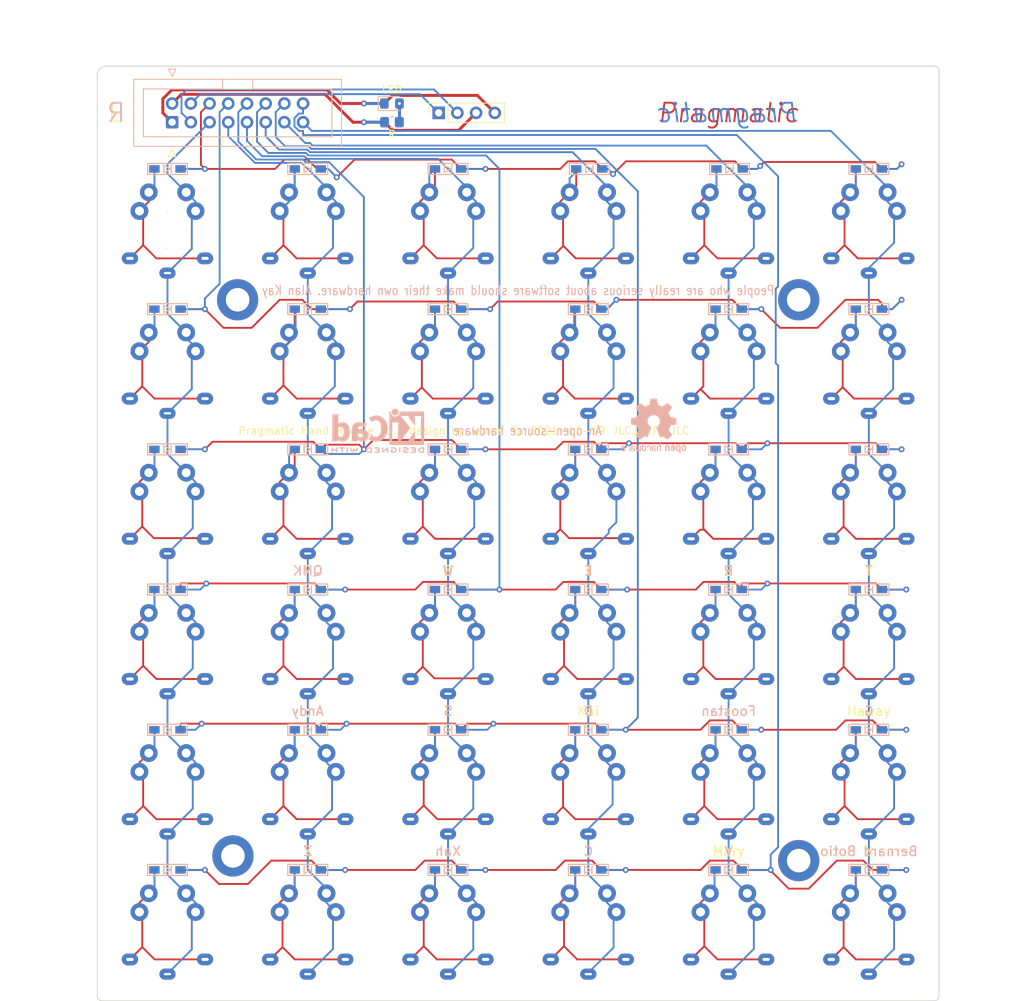
<source format=kicad_pcb>
(kicad_pcb (version 20171130) (host pcbnew "(5.1.12-1-10_14)")
  (title_block (title "Pragmatic Hand") (date 2021-11-19) (rev 0.2) (company "James Sa"))
  (layers (0 F.Cu signal) (31 B.Cu signal) (34 B.Paste user) (35 F.Paste user) (36 B.SilkS user) (37 F.SilkS user) (38 B.Mask user) (39 F.Mask user) (44 Edge.Cuts user))
  (net 0 "")
  (net 1 "Net-(D1-Pad2)")
  (net 2 Row1)
  (net 3 "Net-(D2-Pad2)")
  (net 4 Col1)
  (net 5 "Net-(D7-Pad2)")
  (net 6 Row2)
  (net 7 "Net-(D8-Pad2)")
  (net 8 VCC)
  (net 9 Col3)
  (net 10 Col2)
  (net 11 Row3)
  (net 12 GND)
  (net 13 SDA)
  (net 14 SCL)
  (net 15 Row4)
  (net 16 Row5)
  (net 17 Row6)
  (net 18 Col6)
  (net 19 Col5)
  (net 20 Col4)
  (net 21 "Net-(D37-Pad2)")
  (net 22 "Net-(D3-Pad2)")
  (net 23 "Net-(D4-Pad2)")
  (net 24 "Net-(D5-Pad2)")
  (net 25 "Net-(D6-Pad2)")
  (net 26 "Net-(D9-Pad2)")
  (net 27 "Net-(D10-Pad2)")
  (net 28 "Net-(D11-Pad2)")
  (net 29 "Net-(D12-Pad2)")
  (net 30 "Net-(D13-Pad2)")
  (net 31 "Net-(D14-Pad2)")
  (net 32 "Net-(D15-Pad2)")
  (net 33 "Net-(D16-Pad2)")
  (net 34 "Net-(D17-Pad2)")
  (net 35 "Net-(D18-Pad2)")
  (net 36 "Net-(D19-Pad2)")
  (net 37 "Net-(D20-Pad2)")
  (net 38 "Net-(D21-Pad2)")
  (net 39 "Net-(D22-Pad2)")
  (net 40 "Net-(D23-Pad2)")
  (net 41 "Net-(D24-Pad2)")
  (net 42 "Net-(D25-Pad2)")
  (net 43 "Net-(D26-Pad2)")
  (net 44 "Net-(D27-Pad2)")
  (net 45 "Net-(D28-Pad2)")
  (net 46 "Net-(D29-Pad2)")
  (net 47 "Net-(D30-Pad2)")
  (net 48 "Net-(D31-Pad2)")
  (net 49 "Net-(D32-Pad2)")
  (net 50 "Net-(D33-Pad2)")
  (net 51 "Net-(D34-Pad2)")
  (net 52 "Net-(D35-Pad2)")
  (net 53 "Net-(D36-Pad2)")
  (module Symbol:OSHW-Logo2_9.8x8mm_SilkScreen (layer B.Cu) (at 123.19 83.82 180)
    (fp_text reference REF** hide)
    (fp_text value OSHW-Logo2_9.8x8mm_SilkScreen hide)
  )
  (module Symbol:KiCad-Logo2_5mm_SilkScreen (layer B.Cu) (at 85.725 84.455 180)
    (fp_text reference REF** hide)
    (fp_text value KiCad-Logo2_5mm_SilkScreen hide)
  )
  (module Pragmatic:Logo (layer F.Cu) (at 133.35 41.275)
    (fp_text reference REF** hide)
    (fp_text value Logo)
    (fp_text user Pragmatic (at -0.127 0) (layer B.Cu) (effects (font (size 2.54 2.54) (thickness 0.254) italic) (justify mirror)))
    (fp_text user Pragmatic (at 0 0) (layer F.Cu) (effects (font (size 2.54 2.54) (thickness 0.254) italic)))
  )
  (module MountingHole:MountingHole_3.2mm_M3_DIN965_Pad_TopBottom (layer F.Cu) (at 142.875 142.875)
    (fp_text reference H4 hide)
    (fp_text value MountingHole)
    (pad 1 connect circle (at 0 0) (size 5.6 5.6) (layers B.Cu B.Mask))
    (pad 1 connect circle (at 0 0) (size 5.6 5.6) (layers F.Cu F.Mask))
    (pad 1 thru_hole circle (at 0 0) (size 3.6 3.6) (drill 3.2) (layers *.Cu *.Mask))
  )
  (module MountingHole:MountingHole_3.2mm_M3_DIN965_Pad_TopBottom (layer F.Cu) (at 142.875 66.675)
    (fp_text reference H3 hide)
    (fp_text value MountingHole)
    (pad 1 connect circle (at 0 0) (size 5.6 5.6) (layers B.Cu B.Mask))
    (pad 1 connect circle (at 0 0) (size 5.6 5.6) (layers F.Cu F.Mask))
    (pad 1 thru_hole circle (at 0 0) (size 3.6 3.6) (drill 3.2) (layers *.Cu *.Mask))
  )
  (module MountingHole:MountingHole_3.2mm_M3_DIN965_Pad_TopBottom (layer F.Cu) (at 66.04 142.24)
    (fp_text reference H2 hide)
    (fp_text value MountingHole)
    (pad 1 connect circle (at 0 0) (size 5.6 5.6) (layers B.Cu B.Mask))
    (pad 1 connect circle (at 0 0) (size 5.6 5.6) (layers F.Cu F.Mask))
    (pad 1 thru_hole circle (at 0 0) (size 3.6 3.6) (drill 3.2) (layers *.Cu *.Mask))
  )
  (module MountingHole:MountingHole_3.2mm_M3_DIN965_Pad_TopBottom (layer F.Cu) (at 66.675 66.675)
    (fp_text reference H1 hide)
    (fp_text value MountingHole)
    (pad 1 connect circle (at 0 0) (size 5.6 5.6) (layers B.Cu B.Mask))
    (pad 1 connect circle (at 0 0) (size 5.6 5.6) (layers F.Cu F.Mask))
    (pad 1 thru_hole circle (at 0 0) (size 3.6 3.6) (drill 3.2) (layers *.Cu *.Mask))
  )
  (module Pragmatic:IDC-Header_2x08_P2.54mm_Vertical_Mirrored (layer F.Cu) (at 57.785 42.545 90)
    (fp_text reference J1 hide)
    (fp_text value Conn_02x08_Odd_Even)
    (pad 16 thru_hole circle (at 2.54 17.78 90) (size 1.7 1.7) (drill 1) (layers *.Cu *.Mask) (net 17 Row6))
    (pad 14 thru_hole circle (at 2.54 15.24 90) (size 1.7 1.7) (drill 1) (layers *.Cu *.Mask) (net 16 Row5))
    (pad 12 thru_hole circle (at 2.54 12.7 90) (size 1.7 1.7) (drill 1) (layers *.Cu *.Mask) (net 15 Row4))
    (pad 10 thru_hole circle (at 2.54 10.16 90) (size 1.7 1.7) (drill 1) (layers *.Cu *.Mask) (net 11 Row3))
    (pad 8 thru_hole circle (at 2.54 7.62 90) (size 1.7 1.7) (drill 1) (layers *.Cu *.Mask) (net 6 Row2))
    (pad 6 thru_hole circle (at 2.54 5.08 90) (size 1.7 1.7) (drill 1) (layers *.Cu *.Mask) (net 2 Row1))
    (pad 4 thru_hole circle (at 2.54 2.54 90) (size 1.7 1.7) (drill 1) (layers *.Cu *.Mask) (net 13 SDA))
    (pad 2 thru_hole circle (at 2.54 0 90) (size 1.7 1.7) (drill 1) (layers *.Cu *.Mask) (net 8 VCC))
    (pad 15 thru_hole circle (at 0 17.78 90) (size 1.7 1.7) (drill 1) (layers *.Cu *.Mask) (net 18 Col6))
    (pad 13 thru_hole circle (at 0 15.24 90) (size 1.7 1.7) (drill 1) (layers *.Cu *.Mask) (net 19 Col5))
    (pad 11 thru_hole circle (at 0 12.7 90) (size 1.7 1.7) (drill 1) (layers *.Cu *.Mask) (net 20 Col4))
    (pad 9 thru_hole circle (at 0 10.16 90) (size 1.7 1.7) (drill 1) (layers *.Cu *.Mask) (net 9 Col3))
    (pad 7 thru_hole circle (at 0 7.62 90) (size 1.7 1.7) (drill 1) (layers *.Cu *.Mask) (net 10 Col2))
    (pad 5 thru_hole circle (at 0 5.08 90) (size 1.7 1.7) (drill 1) (layers *.Cu *.Mask) (net 4 Col1))
    (pad 3 thru_hole circle (at 0 2.54 90) (size 1.7 1.7) (drill 1) (layers *.Cu *.Mask) (net 14 SCL))
    (pad 1 thru_hole roundrect (at 0 0 90) (size 1.7 1.7) (drill 1) (layers *.Cu *.Mask) (roundrect_rratio 0.147059) (net 12 GND))
  )
  (module Connector_PinSocket_2.54mm:PinSocket_1x04_P2.54mm_Vertical (layer F.Cu) (at 93.98 41.275 90)
    (fp_text reference J2 hide)
    (fp_text value Conn_01x04)
    (pad 4 thru_hole oval (at 0 7.62 90) (size 1.7 1.7) (drill 1) (layers *.Cu *.Mask) (net 12 GND))
    (pad 3 thru_hole oval (at 0 5.08 90) (size 1.7 1.7) (drill 1) (layers *.Cu *.Mask) (net 8 VCC))
    (pad 2 thru_hole oval (at 0 2.54 90) (size 1.7 1.7) (drill 1) (layers *.Cu *.Mask) (net 14 SCL))
    (pad 1 thru_hole rect (at 0 0 90) (size 1.7 1.7) (drill 1) (layers *.Cu *.Mask) (net 13 SDA))
  )
  (module Pragmatic:R_0805_With_Shadow (layer F.Cu) (at 87.63 42.545)
    (fp_text reference R1 hide)
    (fp_text value R (at 0 1.65) (layer F.SilkS))
    (pad 1 smd roundrect (at -1 0) (size 1.2 1.4) (layers B.Cu B.Paste B.Mask) (roundrect_rratio 0.208) (net 8 VCC))
    (pad 2 smd roundrect (at 1 0) (size 1.2 1.4) (layers B.Cu B.Paste B.Mask) (roundrect_rratio 0.208) (net 21 "Net-(D37-Pad2)"))
    (pad 2 smd roundrect (at 1 0) (size 1.2 1.4) (layers F.Cu F.Paste F.Mask) (roundrect_rratio 0.208333) (net 21 "Net-(D37-Pad2)"))
    (pad 1 smd roundrect (at -1 0) (size 1.2 1.4) (layers F.Cu F.Paste F.Mask) (roundrect_rratio 0.208333) (net 8 VCC))
  )
  (module Pragmatic:LED_0805_With_Shadow (layer F.Cu) (at 87.63 40.005)
    (fp_text reference D37 hide)
    (fp_text value LED (at 0 -1.905) (layer F.SilkS))
    (pad 2 smd roundrect (at 1.025 0) (size 1.15 1.4) (layers B.Cu B.Paste B.Mask) (roundrect_rratio 0.217) (net 21 "Net-(D37-Pad2)"))
    (pad 1 smd roundrect (at -1.025 0) (size 1.15 1.4) (layers B.Cu B.Paste B.Mask) (roundrect_rratio 0.217) (net 12 GND))
    (pad 2 smd roundrect (at 1.025 0) (size 1.15 1.4) (layers F.Cu F.Paste F.Mask) (roundrect_rratio 0.217391) (net 21 "Net-(D37-Pad2)"))
    (pad 1 smd roundrect (at -1.025 0) (size 1.15 1.4) (layers F.Cu F.Paste F.Mask) (roundrect_rratio 0.217391) (net 12 GND))
  )
  (module Pragmatic:Switch_1u_Mirrored (layer F.Cu) (at 152.4 152.4)
    (fp_text reference SW36 hide)
    (fp_text value SW_Push hide)
    (pad 2 thru_hole circle (at 3.81 -2.54) (size 2.4 2.4) (drill 1.2) (layers *.Cu F.Mask) (net 18 Col6))
    (pad 1 thru_hole oval (at 5.1 3.9) (size 2.2 1.6) (drill oval 1 0.4) (layers *.Cu F.Mask) (net 53 "Net-(D36-Pad2)"))
    (pad 1 thru_hole circle (at -2.54 -5.08) (size 2.4 2.4) (drill 1.2) (layers *.Cu F.Mask) (net 53 "Net-(D36-Pad2)"))
    (pad 1 thru_hole circle (at -3.81 -2.54) (size 2.4 2.4) (drill 1.2) (layers *.Cu B.Mask) (net 53 "Net-(D36-Pad2)"))
    (pad 1 thru_hole oval (at -5.1 3.9) (size 2.2 1.6) (drill oval 1 0.4) (layers *.Cu B.Mask) (net 53 "Net-(D36-Pad2)"))
    (pad 2 thru_hole circle (at 2.54 -5.08) (size 2.4 2.4) (drill 1.2) (layers *.Cu B.Mask) (net 18 Col6))
    (pad 2 thru_hole circle (at 2.54 -5.08) (size 2.4 2.4) (drill 1.2) (layers *.Cu B.Mask) (net 18 Col6))
    (pad 1 thru_hole oval (at -5.1 3.9) (size 2.2 1.6) (drill oval 1 0.4) (layers *.Cu B.Mask) (net 53 "Net-(D36-Pad2)"))
    (pad "" np_thru_hole circle (at 0 0 90) (size 4.9 4.9) (drill 4.9) (layers *.Cu *.Mask))
    (pad "" np_thru_hole circle (at -5.5 0 90) (size 1.8 1.8) (drill 1.8) (layers *.Cu *.Mask))
    (pad "" np_thru_hole circle (at 5.5 0 90) (size 1.8 1.8) (drill 1.8) (layers *.Cu *.Mask))
    (pad 2 thru_hole oval (at 0 5.9) (size 2.2 1.5) (drill oval 1 0.3) (layers *.Cu *.Mask) (net 18 Col6))
    (pad 1 thru_hole circle (at -3.81 -2.54) (size 2.4 2.4) (drill 1.2) (layers *.Cu B.Mask) (net 53 "Net-(D36-Pad2)"))
    (pad "" np_thru_hole circle (at 5.08 0) (size 1.7 1.7) (drill 1.7) (layers *.Cu *.Mask))
    (pad "" np_thru_hole circle (at -5.08 0) (size 1.7 1.7) (drill 1.7) (layers *.Cu *.Mask))
  )
  (module Pragmatic:Switch_1u_Mirrored (layer F.Cu) (at 133.35 152.4)
    (fp_text reference SW35 hide)
    (fp_text value SW_Push hide)
    (pad 2 thru_hole circle (at 3.81 -2.54) (size 2.4 2.4) (drill 1.2) (layers *.Cu F.Mask) (net 19 Col5))
    (pad 1 thru_hole oval (at 5.1 3.9) (size 2.2 1.6) (drill oval 1 0.4) (layers *.Cu F.Mask) (net 52 "Net-(D35-Pad2)"))
    (pad 1 thru_hole circle (at -2.54 -5.08) (size 2.4 2.4) (drill 1.2) (layers *.Cu F.Mask) (net 52 "Net-(D35-Pad2)"))
    (pad 1 thru_hole circle (at -3.81 -2.54) (size 2.4 2.4) (drill 1.2) (layers *.Cu B.Mask) (net 52 "Net-(D35-Pad2)"))
    (pad 1 thru_hole oval (at -5.1 3.9) (size 2.2 1.6) (drill oval 1 0.4) (layers *.Cu B.Mask) (net 52 "Net-(D35-Pad2)"))
    (pad 2 thru_hole circle (at 2.54 -5.08) (size 2.4 2.4) (drill 1.2) (layers *.Cu B.Mask) (net 19 Col5))
    (pad 2 thru_hole circle (at 2.54 -5.08) (size 2.4 2.4) (drill 1.2) (layers *.Cu B.Mask) (net 19 Col5))
    (pad 1 thru_hole oval (at -5.1 3.9) (size 2.2 1.6) (drill oval 1 0.4) (layers *.Cu B.Mask) (net 52 "Net-(D35-Pad2)"))
    (pad "" np_thru_hole circle (at 0 0 90) (size 4.9 4.9) (drill 4.9) (layers *.Cu *.Mask))
    (pad "" np_thru_hole circle (at -5.5 0 90) (size 1.8 1.8) (drill 1.8) (layers *.Cu *.Mask))
    (pad "" np_thru_hole circle (at 5.5 0 90) (size 1.8 1.8) (drill 1.8) (layers *.Cu *.Mask))
    (pad 2 thru_hole oval (at 0 5.9) (size 2.2 1.5) (drill oval 1 0.3) (layers *.Cu *.Mask) (net 19 Col5))
    (pad 1 thru_hole circle (at -3.81 -2.54) (size 2.4 2.4) (drill 1.2) (layers *.Cu B.Mask) (net 52 "Net-(D35-Pad2)"))
    (pad "" np_thru_hole circle (at 5.08 0) (size 1.7 1.7) (drill 1.7) (layers *.Cu *.Mask))
    (pad "" np_thru_hole circle (at -5.08 0) (size 1.7 1.7) (drill 1.7) (layers *.Cu *.Mask))
  )
  (module Pragmatic:Switch_1u_Mirrored (layer F.Cu) (at 114.3 152.4)
    (fp_text reference SW34 hide)
    (fp_text value SW_Push hide)
    (pad 2 thru_hole circle (at 3.81 -2.54) (size 2.4 2.4) (drill 1.2) (layers *.Cu F.Mask) (net 20 Col4))
    (pad 1 thru_hole oval (at 5.1 3.9) (size 2.2 1.6) (drill oval 1 0.4) (layers *.Cu F.Mask) (net 51 "Net-(D34-Pad2)"))
    (pad 1 thru_hole circle (at -2.54 -5.08) (size 2.4 2.4) (drill 1.2) (layers *.Cu F.Mask) (net 51 "Net-(D34-Pad2)"))
    (pad 1 thru_hole circle (at -3.81 -2.54) (size 2.4 2.4) (drill 1.2) (layers *.Cu B.Mask) (net 51 "Net-(D34-Pad2)"))
    (pad 1 thru_hole oval (at -5.1 3.9) (size 2.2 1.6) (drill oval 1 0.4) (layers *.Cu B.Mask) (net 51 "Net-(D34-Pad2)"))
    (pad 2 thru_hole circle (at 2.54 -5.08) (size 2.4 2.4) (drill 1.2) (layers *.Cu B.Mask) (net 20 Col4))
    (pad 2 thru_hole circle (at 2.54 -5.08) (size 2.4 2.4) (drill 1.2) (layers *.Cu B.Mask) (net 20 Col4))
    (pad 1 thru_hole oval (at -5.1 3.9) (size 2.2 1.6) (drill oval 1 0.4) (layers *.Cu B.Mask) (net 51 "Net-(D34-Pad2)"))
    (pad "" np_thru_hole circle (at 0 0 90) (size 4.9 4.9) (drill 4.9) (layers *.Cu *.Mask))
    (pad "" np_thru_hole circle (at -5.5 0 90) (size 1.8 1.8) (drill 1.8) (layers *.Cu *.Mask))
    (pad "" np_thru_hole circle (at 5.5 0 90) (size 1.8 1.8) (drill 1.8) (layers *.Cu *.Mask))
    (pad 2 thru_hole oval (at 0 5.9) (size 2.2 1.5) (drill oval 1 0.3) (layers *.Cu *.Mask) (net 20 Col4))
    (pad 1 thru_hole circle (at -3.81 -2.54) (size 2.4 2.4) (drill 1.2) (layers *.Cu B.Mask) (net 51 "Net-(D34-Pad2)"))
    (pad "" np_thru_hole circle (at 5.08 0) (size 1.7 1.7) (drill 1.7) (layers *.Cu *.Mask))
    (pad "" np_thru_hole circle (at -5.08 0) (size 1.7 1.7) (drill 1.7) (layers *.Cu *.Mask))
  )
  (module Pragmatic:Switch_1u_Mirrored (layer F.Cu) (at 95.25 152.4)
    (fp_text reference SW33 hide)
    (fp_text value SW_Push hide)
    (pad 2 thru_hole circle (at 3.81 -2.54) (size 2.4 2.4) (drill 1.2) (layers *.Cu F.Mask) (net 9 Col3))
    (pad 1 thru_hole oval (at 5.1 3.9) (size 2.2 1.6) (drill oval 1 0.4) (layers *.Cu F.Mask) (net 50 "Net-(D33-Pad2)"))
    (pad 1 thru_hole circle (at -2.54 -5.08) (size 2.4 2.4) (drill 1.2) (layers *.Cu F.Mask) (net 50 "Net-(D33-Pad2)"))
    (pad 1 thru_hole circle (at -3.81 -2.54) (size 2.4 2.4) (drill 1.2) (layers *.Cu B.Mask) (net 50 "Net-(D33-Pad2)"))
    (pad 1 thru_hole oval (at -5.1 3.9) (size 2.2 1.6) (drill oval 1 0.4) (layers *.Cu B.Mask) (net 50 "Net-(D33-Pad2)"))
    (pad 2 thru_hole circle (at 2.54 -5.08) (size 2.4 2.4) (drill 1.2) (layers *.Cu B.Mask) (net 9 Col3))
    (pad 2 thru_hole circle (at 2.54 -5.08) (size 2.4 2.4) (drill 1.2) (layers *.Cu B.Mask) (net 9 Col3))
    (pad 1 thru_hole oval (at -5.1 3.9) (size 2.2 1.6) (drill oval 1 0.4) (layers *.Cu B.Mask) (net 50 "Net-(D33-Pad2)"))
    (pad "" np_thru_hole circle (at 0 0 90) (size 4.9 4.9) (drill 4.9) (layers *.Cu *.Mask))
    (pad "" np_thru_hole circle (at -5.5 0 90) (size 1.8 1.8) (drill 1.8) (layers *.Cu *.Mask))
    (pad "" np_thru_hole circle (at 5.5 0 90) (size 1.8 1.8) (drill 1.8) (layers *.Cu *.Mask))
    (pad 2 thru_hole oval (at 0 5.9) (size 2.2 1.5) (drill oval 1 0.3) (layers *.Cu *.Mask) (net 9 Col3))
    (pad 1 thru_hole circle (at -3.81 -2.54) (size 2.4 2.4) (drill 1.2) (layers *.Cu B.Mask) (net 50 "Net-(D33-Pad2)"))
    (pad "" np_thru_hole circle (at 5.08 0) (size 1.7 1.7) (drill 1.7) (layers *.Cu *.Mask))
    (pad "" np_thru_hole circle (at -5.08 0) (size 1.7 1.7) (drill 1.7) (layers *.Cu *.Mask))
  )
  (module Pragmatic:Switch_1u_Mirrored (layer F.Cu) (at 76.2 152.4)
    (fp_text reference SW32 hide)
    (fp_text value SW_Push hide)
    (pad 2 thru_hole circle (at 3.81 -2.54) (size 2.4 2.4) (drill 1.2) (layers *.Cu F.Mask) (net 10 Col2))
    (pad 1 thru_hole oval (at 5.1 3.9) (size 2.2 1.6) (drill oval 1 0.4) (layers *.Cu F.Mask) (net 49 "Net-(D32-Pad2)"))
    (pad 1 thru_hole circle (at -2.54 -5.08) (size 2.4 2.4) (drill 1.2) (layers *.Cu F.Mask) (net 49 "Net-(D32-Pad2)"))
    (pad 1 thru_hole circle (at -3.81 -2.54) (size 2.4 2.4) (drill 1.2) (layers *.Cu B.Mask) (net 49 "Net-(D32-Pad2)"))
    (pad 1 thru_hole oval (at -5.1 3.9) (size 2.2 1.6) (drill oval 1 0.4) (layers *.Cu B.Mask) (net 49 "Net-(D32-Pad2)"))
    (pad 2 thru_hole circle (at 2.54 -5.08) (size 2.4 2.4) (drill 1.2) (layers *.Cu B.Mask) (net 10 Col2))
    (pad 2 thru_hole circle (at 2.54 -5.08) (size 2.4 2.4) (drill 1.2) (layers *.Cu B.Mask) (net 10 Col2))
    (pad 1 thru_hole oval (at -5.1 3.9) (size 2.2 1.6) (drill oval 1 0.4) (layers *.Cu B.Mask) (net 49 "Net-(D32-Pad2)"))
    (pad "" np_thru_hole circle (at 0 0 90) (size 4.9 4.9) (drill 4.9) (layers *.Cu *.Mask))
    (pad "" np_thru_hole circle (at -5.5 0 90) (size 1.8 1.8) (drill 1.8) (layers *.Cu *.Mask))
    (pad "" np_thru_hole circle (at 5.5 0 90) (size 1.8 1.8) (drill 1.8) (layers *.Cu *.Mask))
    (pad 2 thru_hole oval (at 0 5.9) (size 2.2 1.5) (drill oval 1 0.3) (layers *.Cu *.Mask) (net 10 Col2))
    (pad 1 thru_hole circle (at -3.81 -2.54) (size 2.4 2.4) (drill 1.2) (layers *.Cu B.Mask) (net 49 "Net-(D32-Pad2)"))
    (pad "" np_thru_hole circle (at 5.08 0) (size 1.7 1.7) (drill 1.7) (layers *.Cu *.Mask))
    (pad "" np_thru_hole circle (at -5.08 0) (size 1.7 1.7) (drill 1.7) (layers *.Cu *.Mask))
  )
  (module Pragmatic:Switch_1u_Mirrored (layer F.Cu) (at 57.15 152.4)
    (fp_text reference SW31 hide)
    (fp_text value SW_Push hide)
    (pad 2 thru_hole circle (at 3.81 -2.54) (size 2.4 2.4) (drill 1.2) (layers *.Cu F.Mask) (net 4 Col1))
    (pad 1 thru_hole oval (at 5.1 3.9) (size 2.2 1.6) (drill oval 1 0.4) (layers *.Cu F.Mask) (net 48 "Net-(D31-Pad2)"))
    (pad 1 thru_hole circle (at -2.54 -5.08) (size 2.4 2.4) (drill 1.2) (layers *.Cu F.Mask) (net 48 "Net-(D31-Pad2)"))
    (pad 1 thru_hole circle (at -3.81 -2.54) (size 2.4 2.4) (drill 1.2) (layers *.Cu B.Mask) (net 48 "Net-(D31-Pad2)"))
    (pad 1 thru_hole oval (at -5.1 3.9) (size 2.2 1.6) (drill oval 1 0.4) (layers *.Cu B.Mask) (net 48 "Net-(D31-Pad2)"))
    (pad 2 thru_hole circle (at 2.54 -5.08) (size 2.4 2.4) (drill 1.2) (layers *.Cu B.Mask) (net 4 Col1))
    (pad 2 thru_hole circle (at 2.54 -5.08) (size 2.4 2.4) (drill 1.2) (layers *.Cu B.Mask) (net 4 Col1))
    (pad 1 thru_hole oval (at -5.1 3.9) (size 2.2 1.6) (drill oval 1 0.4) (layers *.Cu B.Mask) (net 48 "Net-(D31-Pad2)"))
    (pad "" np_thru_hole circle (at 0 0 90) (size 4.9 4.9) (drill 4.9) (layers *.Cu *.Mask))
    (pad "" np_thru_hole circle (at -5.5 0 90) (size 1.8 1.8) (drill 1.8) (layers *.Cu *.Mask))
    (pad "" np_thru_hole circle (at 5.5 0 90) (size 1.8 1.8) (drill 1.8) (layers *.Cu *.Mask))
    (pad 2 thru_hole oval (at 0 5.9) (size 2.2 1.5) (drill oval 1 0.3) (layers *.Cu *.Mask) (net 4 Col1))
    (pad 1 thru_hole circle (at -3.81 -2.54) (size 2.4 2.4) (drill 1.2) (layers *.Cu B.Mask) (net 48 "Net-(D31-Pad2)"))
    (pad "" np_thru_hole circle (at 5.08 0) (size 1.7 1.7) (drill 1.7) (layers *.Cu *.Mask))
    (pad "" np_thru_hole circle (at -5.08 0) (size 1.7 1.7) (drill 1.7) (layers *.Cu *.Mask))
  )
  (module Pragmatic:Switch_1u_Mirrored (layer F.Cu) (at 152.4 133.35)
    (fp_text reference SW30 hide)
    (fp_text value B)
    (pad 2 thru_hole circle (at 3.81 -2.54) (size 2.4 2.4) (drill 1.2) (layers *.Cu F.Mask) (net 18 Col6))
    (pad 1 thru_hole oval (at 5.1 3.9) (size 2.2 1.6) (drill oval 1 0.4) (layers *.Cu F.Mask) (net 47 "Net-(D30-Pad2)"))
    (pad 1 thru_hole circle (at -2.54 -5.08) (size 2.4 2.4) (drill 1.2) (layers *.Cu F.Mask) (net 47 "Net-(D30-Pad2)"))
    (pad 1 thru_hole circle (at -3.81 -2.54) (size 2.4 2.4) (drill 1.2) (layers *.Cu B.Mask) (net 47 "Net-(D30-Pad2)"))
    (pad 1 thru_hole oval (at -5.1 3.9) (size 2.2 1.6) (drill oval 1 0.4) (layers *.Cu B.Mask) (net 47 "Net-(D30-Pad2)"))
    (pad 2 thru_hole circle (at 2.54 -5.08) (size 2.4 2.4) (drill 1.2) (layers *.Cu B.Mask) (net 18 Col6))
    (pad 2 thru_hole circle (at 2.54 -5.08) (size 2.4 2.4) (drill 1.2) (layers *.Cu B.Mask) (net 18 Col6))
    (pad 1 thru_hole oval (at -5.1 3.9) (size 2.2 1.6) (drill oval 1 0.4) (layers *.Cu B.Mask) (net 47 "Net-(D30-Pad2)"))
    (pad "" np_thru_hole circle (at 0 0 90) (size 4.9 4.9) (drill 4.9) (layers *.Cu *.Mask))
    (pad "" np_thru_hole circle (at -5.5 0 90) (size 1.8 1.8) (drill 1.8) (layers *.Cu *.Mask))
    (pad "" np_thru_hole circle (at 5.5 0 90) (size 1.8 1.8) (drill 1.8) (layers *.Cu *.Mask))
    (pad 2 thru_hole oval (at 0 5.9) (size 2.2 1.5) (drill oval 1 0.3) (layers *.Cu *.Mask) (net 18 Col6))
    (pad 1 thru_hole circle (at -3.81 -2.54) (size 2.4 2.4) (drill 1.2) (layers *.Cu B.Mask) (net 47 "Net-(D30-Pad2)"))
    (pad "" np_thru_hole circle (at 5.08 0) (size 1.7 1.7) (drill 1.7) (layers *.Cu *.Mask))
    (pad "" np_thru_hole circle (at -5.08 0) (size 1.7 1.7) (drill 1.7) (layers *.Cu *.Mask))
  )
  (module Pragmatic:Switch_1u_Mirrored (layer F.Cu) (at 133.35 133.35)
    (fp_text reference SW29 hide)
    (fp_text value V)
    (pad 2 thru_hole circle (at 3.81 -2.54) (size 2.4 2.4) (drill 1.2) (layers *.Cu F.Mask) (net 19 Col5))
    (pad 1 thru_hole oval (at 5.1 3.9) (size 2.2 1.6) (drill oval 1 0.4) (layers *.Cu F.Mask) (net 46 "Net-(D29-Pad2)"))
    (pad 1 thru_hole circle (at -2.54 -5.08) (size 2.4 2.4) (drill 1.2) (layers *.Cu F.Mask) (net 46 "Net-(D29-Pad2)"))
    (pad 1 thru_hole circle (at -3.81 -2.54) (size 2.4 2.4) (drill 1.2) (layers *.Cu B.Mask) (net 46 "Net-(D29-Pad2)"))
    (pad 1 thru_hole oval (at -5.1 3.9) (size 2.2 1.6) (drill oval 1 0.4) (layers *.Cu B.Mask) (net 46 "Net-(D29-Pad2)"))
    (pad 2 thru_hole circle (at 2.54 -5.08) (size 2.4 2.4) (drill 1.2) (layers *.Cu B.Mask) (net 19 Col5))
    (pad 2 thru_hole circle (at 2.54 -5.08) (size 2.4 2.4) (drill 1.2) (layers *.Cu B.Mask) (net 19 Col5))
    (pad 1 thru_hole oval (at -5.1 3.9) (size 2.2 1.6) (drill oval 1 0.4) (layers *.Cu B.Mask) (net 46 "Net-(D29-Pad2)"))
    (pad "" np_thru_hole circle (at 0 0 90) (size 4.9 4.9) (drill 4.9) (layers *.Cu *.Mask))
    (pad "" np_thru_hole circle (at -5.5 0 90) (size 1.8 1.8) (drill 1.8) (layers *.Cu *.Mask))
    (pad "" np_thru_hole circle (at 5.5 0 90) (size 1.8 1.8) (drill 1.8) (layers *.Cu *.Mask))
    (pad 2 thru_hole oval (at 0 5.9) (size 2.2 1.5) (drill oval 1 0.3) (layers *.Cu *.Mask) (net 19 Col5))
    (pad 1 thru_hole circle (at -3.81 -2.54) (size 2.4 2.4) (drill 1.2) (layers *.Cu B.Mask) (net 46 "Net-(D29-Pad2)"))
    (pad "" np_thru_hole circle (at 5.08 0) (size 1.7 1.7) (drill 1.7) (layers *.Cu *.Mask))
    (pad "" np_thru_hole circle (at -5.08 0) (size 1.7 1.7) (drill 1.7) (layers *.Cu *.Mask))
  )
  (module Pragmatic:Switch_1u_Mirrored (layer F.Cu) (at 114.3 133.35)
    (fp_text reference SW28 hide)
    (fp_text value C)
    (pad 2 thru_hole circle (at 3.81 -2.54) (size 2.4 2.4) (drill 1.2) (layers *.Cu F.Mask) (net 20 Col4))
    (pad 1 thru_hole oval (at 5.1 3.9) (size 2.2 1.6) (drill oval 1 0.4) (layers *.Cu F.Mask) (net 45 "Net-(D28-Pad2)"))
    (pad 1 thru_hole circle (at -2.54 -5.08) (size 2.4 2.4) (drill 1.2) (layers *.Cu F.Mask) (net 45 "Net-(D28-Pad2)"))
    (pad 1 thru_hole circle (at -3.81 -2.54) (size 2.4 2.4) (drill 1.2) (layers *.Cu B.Mask) (net 45 "Net-(D28-Pad2)"))
    (pad 1 thru_hole oval (at -5.1 3.9) (size 2.2 1.6) (drill oval 1 0.4) (layers *.Cu B.Mask) (net 45 "Net-(D28-Pad2)"))
    (pad 2 thru_hole circle (at 2.54 -5.08) (size 2.4 2.4) (drill 1.2) (layers *.Cu B.Mask) (net 20 Col4))
    (pad 2 thru_hole circle (at 2.54 -5.08) (size 2.4 2.4) (drill 1.2) (layers *.Cu B.Mask) (net 20 Col4))
    (pad 1 thru_hole oval (at -5.1 3.9) (size 2.2 1.6) (drill oval 1 0.4) (layers *.Cu B.Mask) (net 45 "Net-(D28-Pad2)"))
    (pad "" np_thru_hole circle (at 0 0 90) (size 4.9 4.9) (drill 4.9) (layers *.Cu *.Mask))
    (pad "" np_thru_hole circle (at -5.5 0 90) (size 1.8 1.8) (drill 1.8) (layers *.Cu *.Mask))
    (pad "" np_thru_hole circle (at 5.5 0 90) (size 1.8 1.8) (drill 1.8) (layers *.Cu *.Mask))
    (pad 2 thru_hole oval (at 0 5.9) (size 2.2 1.5) (drill oval 1 0.3) (layers *.Cu *.Mask) (net 20 Col4))
    (pad 1 thru_hole circle (at -3.81 -2.54) (size 2.4 2.4) (drill 1.2) (layers *.Cu B.Mask) (net 45 "Net-(D28-Pad2)"))
    (pad "" np_thru_hole circle (at 5.08 0) (size 1.7 1.7) (drill 1.7) (layers *.Cu *.Mask))
    (pad "" np_thru_hole circle (at -5.08 0) (size 1.7 1.7) (drill 1.7) (layers *.Cu *.Mask))
  )
  (module Pragmatic:Switch_1u_Mirrored (layer F.Cu) (at 95.25 133.35)
    (fp_text reference SW27 hide)
    (fp_text value X)
    (pad 2 thru_hole circle (at 3.81 -2.54) (size 2.4 2.4) (drill 1.2) (layers *.Cu F.Mask) (net 9 Col3))
    (pad 1 thru_hole oval (at 5.1 3.9) (size 2.2 1.6) (drill oval 1 0.4) (layers *.Cu F.Mask) (net 44 "Net-(D27-Pad2)"))
    (pad 1 thru_hole circle (at -2.54 -5.08) (size 2.4 2.4) (drill 1.2) (layers *.Cu F.Mask) (net 44 "Net-(D27-Pad2)"))
    (pad 1 thru_hole circle (at -3.81 -2.54) (size 2.4 2.4) (drill 1.2) (layers *.Cu B.Mask) (net 44 "Net-(D27-Pad2)"))
    (pad 1 thru_hole oval (at -5.1 3.9) (size 2.2 1.6) (drill oval 1 0.4) (layers *.Cu B.Mask) (net 44 "Net-(D27-Pad2)"))
    (pad 2 thru_hole circle (at 2.54 -5.08) (size 2.4 2.4) (drill 1.2) (layers *.Cu B.Mask) (net 9 Col3))
    (pad 2 thru_hole circle (at 2.54 -5.08) (size 2.4 2.4) (drill 1.2) (layers *.Cu B.Mask) (net 9 Col3))
    (pad 1 thru_hole oval (at -5.1 3.9) (size 2.2 1.6) (drill oval 1 0.4) (layers *.Cu B.Mask) (net 44 "Net-(D27-Pad2)"))
    (pad "" np_thru_hole circle (at 0 0 90) (size 4.9 4.9) (drill 4.9) (layers *.Cu *.Mask))
    (pad "" np_thru_hole circle (at -5.5 0 90) (size 1.8 1.8) (drill 1.8) (layers *.Cu *.Mask))
    (pad "" np_thru_hole circle (at 5.5 0 90) (size 1.8 1.8) (drill 1.8) (layers *.Cu *.Mask))
    (pad 2 thru_hole oval (at 0 5.9) (size 2.2 1.5) (drill oval 1 0.3) (layers *.Cu *.Mask) (net 9 Col3))
    (pad 1 thru_hole circle (at -3.81 -2.54) (size 2.4 2.4) (drill 1.2) (layers *.Cu B.Mask) (net 44 "Net-(D27-Pad2)"))
    (pad "" np_thru_hole circle (at 5.08 0) (size 1.7 1.7) (drill 1.7) (layers *.Cu *.Mask))
    (pad "" np_thru_hole circle (at -5.08 0) (size 1.7 1.7) (drill 1.7) (layers *.Cu *.Mask))
  )
  (module Pragmatic:Switch_1u_Mirrored (layer F.Cu) (at 76.2 133.35)
    (fp_text reference SW26 hide)
    (fp_text value Z)
    (pad 2 thru_hole circle (at 3.81 -2.54) (size 2.4 2.4) (drill 1.2) (layers *.Cu F.Mask) (net 10 Col2))
    (pad 1 thru_hole oval (at 5.1 3.9) (size 2.2 1.6) (drill oval 1 0.4) (layers *.Cu F.Mask) (net 43 "Net-(D26-Pad2)"))
    (pad 1 thru_hole circle (at -2.54 -5.08) (size 2.4 2.4) (drill 1.2) (layers *.Cu F.Mask) (net 43 "Net-(D26-Pad2)"))
    (pad 1 thru_hole circle (at -3.81 -2.54) (size 2.4 2.4) (drill 1.2) (layers *.Cu B.Mask) (net 43 "Net-(D26-Pad2)"))
    (pad 1 thru_hole oval (at -5.1 3.9) (size 2.2 1.6) (drill oval 1 0.4) (layers *.Cu B.Mask) (net 43 "Net-(D26-Pad2)"))
    (pad 2 thru_hole circle (at 2.54 -5.08) (size 2.4 2.4) (drill 1.2) (layers *.Cu B.Mask) (net 10 Col2))
    (pad 2 thru_hole circle (at 2.54 -5.08) (size 2.4 2.4) (drill 1.2) (layers *.Cu B.Mask) (net 10 Col2))
    (pad 1 thru_hole oval (at -5.1 3.9) (size 2.2 1.6) (drill oval 1 0.4) (layers *.Cu B.Mask) (net 43 "Net-(D26-Pad2)"))
    (pad "" np_thru_hole circle (at 0 0 90) (size 4.9 4.9) (drill 4.9) (layers *.Cu *.Mask))
    (pad "" np_thru_hole circle (at -5.5 0 90) (size 1.8 1.8) (drill 1.8) (layers *.Cu *.Mask))
    (pad "" np_thru_hole circle (at 5.5 0 90) (size 1.8 1.8) (drill 1.8) (layers *.Cu *.Mask))
    (pad 2 thru_hole oval (at 0 5.9) (size 2.2 1.5) (drill oval 1 0.3) (layers *.Cu *.Mask) (net 10 Col2))
    (pad 1 thru_hole circle (at -3.81 -2.54) (size 2.4 2.4) (drill 1.2) (layers *.Cu B.Mask) (net 43 "Net-(D26-Pad2)"))
    (pad "" np_thru_hole circle (at 5.08 0) (size 1.7 1.7) (drill 1.7) (layers *.Cu *.Mask))
    (pad "" np_thru_hole circle (at -5.08 0) (size 1.7 1.7) (drill 1.7) (layers *.Cu *.Mask))
  )
  (module Pragmatic:Switch_1u_Mirrored (layer F.Cu) (at 57.15 133.35)
    (fp_text reference SW25 hide)
    (fp_text value SW_Push hide)
    (pad 2 thru_hole circle (at 3.81 -2.54) (size 2.4 2.4) (drill 1.2) (layers *.Cu F.Mask) (net 4 Col1))
    (pad 1 thru_hole oval (at 5.1 3.9) (size 2.2 1.6) (drill oval 1 0.4) (layers *.Cu F.Mask) (net 42 "Net-(D25-Pad2)"))
    (pad 1 thru_hole circle (at -2.54 -5.08) (size 2.4 2.4) (drill 1.2) (layers *.Cu F.Mask) (net 42 "Net-(D25-Pad2)"))
    (pad 1 thru_hole circle (at -3.81 -2.54) (size 2.4 2.4) (drill 1.2) (layers *.Cu B.Mask) (net 42 "Net-(D25-Pad2)"))
    (pad 1 thru_hole oval (at -5.1 3.9) (size 2.2 1.6) (drill oval 1 0.4) (layers *.Cu B.Mask) (net 42 "Net-(D25-Pad2)"))
    (pad 2 thru_hole circle (at 2.54 -5.08) (size 2.4 2.4) (drill 1.2) (layers *.Cu B.Mask) (net 4 Col1))
    (pad 2 thru_hole circle (at 2.54 -5.08) (size 2.4 2.4) (drill 1.2) (layers *.Cu B.Mask) (net 4 Col1))
    (pad 1 thru_hole oval (at -5.1 3.9) (size 2.2 1.6) (drill oval 1 0.4) (layers *.Cu B.Mask) (net 42 "Net-(D25-Pad2)"))
    (pad "" np_thru_hole circle (at 0 0 90) (size 4.9 4.9) (drill 4.9) (layers *.Cu *.Mask))
    (pad "" np_thru_hole circle (at -5.5 0 90) (size 1.8 1.8) (drill 1.8) (layers *.Cu *.Mask))
    (pad "" np_thru_hole circle (at 5.5 0 90) (size 1.8 1.8) (drill 1.8) (layers *.Cu *.Mask))
    (pad 2 thru_hole oval (at 0 5.9) (size 2.2 1.5) (drill oval 1 0.3) (layers *.Cu *.Mask) (net 4 Col1))
    (pad 1 thru_hole circle (at -3.81 -2.54) (size 2.4 2.4) (drill 1.2) (layers *.Cu B.Mask) (net 42 "Net-(D25-Pad2)"))
    (pad "" np_thru_hole circle (at 5.08 0) (size 1.7 1.7) (drill 1.7) (layers *.Cu *.Mask))
    (pad "" np_thru_hole circle (at -5.08 0) (size 1.7 1.7) (drill 1.7) (layers *.Cu *.Mask))
  )
  (module Pragmatic:Switch_1u_Mirrored (layer F.Cu) (at 152.4 114.3)
    (fp_text reference SW24 hide)
    (fp_text value G)
    (pad 2 thru_hole circle (at 3.81 -2.54) (size 2.4 2.4) (drill 1.2) (layers *.Cu F.Mask) (net 18 Col6))
    (pad 1 thru_hole oval (at 5.1 3.9) (size 2.2 1.6) (drill oval 1 0.4) (layers *.Cu F.Mask) (net 41 "Net-(D24-Pad2)"))
    (pad 1 thru_hole circle (at -2.54 -5.08) (size 2.4 2.4) (drill 1.2) (layers *.Cu F.Mask) (net 41 "Net-(D24-Pad2)"))
    (pad 1 thru_hole circle (at -3.81 -2.54) (size 2.4 2.4) (drill 1.2) (layers *.Cu B.Mask) (net 41 "Net-(D24-Pad2)"))
    (pad 1 thru_hole oval (at -5.1 3.9) (size 2.2 1.6) (drill oval 1 0.4) (layers *.Cu B.Mask) (net 41 "Net-(D24-Pad2)"))
    (pad 2 thru_hole circle (at 2.54 -5.08) (size 2.4 2.4) (drill 1.2) (layers *.Cu B.Mask) (net 18 Col6))
    (pad 2 thru_hole circle (at 2.54 -5.08) (size 2.4 2.4) (drill 1.2) (layers *.Cu B.Mask) (net 18 Col6))
    (pad 1 thru_hole oval (at -5.1 3.9) (size 2.2 1.6) (drill oval 1 0.4) (layers *.Cu B.Mask) (net 41 "Net-(D24-Pad2)"))
    (pad "" np_thru_hole circle (at 0 0 90) (size 4.9 4.9) (drill 4.9) (layers *.Cu *.Mask))
    (pad "" np_thru_hole circle (at -5.5 0 90) (size 1.8 1.8) (drill 1.8) (layers *.Cu *.Mask))
    (pad "" np_thru_hole circle (at 5.5 0 90) (size 1.8 1.8) (drill 1.8) (layers *.Cu *.Mask))
    (pad 2 thru_hole oval (at 0 5.9) (size 2.2 1.5) (drill oval 1 0.3) (layers *.Cu *.Mask) (net 18 Col6))
    (pad 1 thru_hole circle (at -3.81 -2.54) (size 2.4 2.4) (drill 1.2) (layers *.Cu B.Mask) (net 41 "Net-(D24-Pad2)"))
    (pad "" np_thru_hole circle (at 5.08 0) (size 1.7 1.7) (drill 1.7) (layers *.Cu *.Mask))
    (pad "" np_thru_hole circle (at -5.08 0) (size 1.7 1.7) (drill 1.7) (layers *.Cu *.Mask))
  )
  (module Pragmatic:Switch_1u_Mirrored (layer F.Cu) (at 133.35 114.3)
    (fp_text reference SW23 hide)
    (fp_text value F)
    (pad 2 thru_hole circle (at 3.81 -2.54) (size 2.4 2.4) (drill 1.2) (layers *.Cu F.Mask) (net 19 Col5))
    (pad 1 thru_hole oval (at 5.1 3.9) (size 2.2 1.6) (drill oval 1 0.4) (layers *.Cu F.Mask) (net 40 "Net-(D23-Pad2)"))
    (pad 1 thru_hole circle (at -2.54 -5.08) (size 2.4 2.4) (drill 1.2) (layers *.Cu F.Mask) (net 40 "Net-(D23-Pad2)"))
    (pad 1 thru_hole circle (at -3.81 -2.54) (size 2.4 2.4) (drill 1.2) (layers *.Cu B.Mask) (net 40 "Net-(D23-Pad2)"))
    (pad 1 thru_hole oval (at -5.1 3.9) (size 2.2 1.6) (drill oval 1 0.4) (layers *.Cu B.Mask) (net 40 "Net-(D23-Pad2)"))
    (pad 2 thru_hole circle (at 2.54 -5.08) (size 2.4 2.4) (drill 1.2) (layers *.Cu B.Mask) (net 19 Col5))
    (pad 2 thru_hole circle (at 2.54 -5.08) (size 2.4 2.4) (drill 1.2) (layers *.Cu B.Mask) (net 19 Col5))
    (pad 1 thru_hole oval (at -5.1 3.9) (size 2.2 1.6) (drill oval 1 0.4) (layers *.Cu B.Mask) (net 40 "Net-(D23-Pad2)"))
    (pad "" np_thru_hole circle (at 0 0 90) (size 4.9 4.9) (drill 4.9) (layers *.Cu *.Mask))
    (pad "" np_thru_hole circle (at -5.5 0 90) (size 1.8 1.8) (drill 1.8) (layers *.Cu *.Mask))
    (pad "" np_thru_hole circle (at 5.5 0 90) (size 1.8 1.8) (drill 1.8) (layers *.Cu *.Mask))
    (pad 2 thru_hole oval (at 0 5.9) (size 2.2 1.5) (drill oval 1 0.3) (layers *.Cu *.Mask) (net 19 Col5))
    (pad 1 thru_hole circle (at -3.81 -2.54) (size 2.4 2.4) (drill 1.2) (layers *.Cu B.Mask) (net 40 "Net-(D23-Pad2)"))
    (pad "" np_thru_hole circle (at 5.08 0) (size 1.7 1.7) (drill 1.7) (layers *.Cu *.Mask))
    (pad "" np_thru_hole circle (at -5.08 0) (size 1.7 1.7) (drill 1.7) (layers *.Cu *.Mask))
  )
  (module Pragmatic:Switch_1u_Mirrored (layer F.Cu) (at 114.3 114.3)
    (fp_text reference SW22 hide)
    (fp_text value D)
    (pad 2 thru_hole circle (at 3.81 -2.54) (size 2.4 2.4) (drill 1.2) (layers *.Cu F.Mask) (net 20 Col4))
    (pad 1 thru_hole oval (at 5.1 3.9) (size 2.2 1.6) (drill oval 1 0.4) (layers *.Cu F.Mask) (net 39 "Net-(D22-Pad2)"))
    (pad 1 thru_hole circle (at -2.54 -5.08) (size 2.4 2.4) (drill 1.2) (layers *.Cu F.Mask) (net 39 "Net-(D22-Pad2)"))
    (pad 1 thru_hole circle (at -3.81 -2.54) (size 2.4 2.4) (drill 1.2) (layers *.Cu B.Mask) (net 39 "Net-(D22-Pad2)"))
    (pad 1 thru_hole oval (at -5.1 3.9) (size 2.2 1.6) (drill oval 1 0.4) (layers *.Cu B.Mask) (net 39 "Net-(D22-Pad2)"))
    (pad 2 thru_hole circle (at 2.54 -5.08) (size 2.4 2.4) (drill 1.2) (layers *.Cu B.Mask) (net 20 Col4))
    (pad 2 thru_hole circle (at 2.54 -5.08) (size 2.4 2.4) (drill 1.2) (layers *.Cu B.Mask) (net 20 Col4))
    (pad 1 thru_hole oval (at -5.1 3.9) (size 2.2 1.6) (drill oval 1 0.4) (layers *.Cu B.Mask) (net 39 "Net-(D22-Pad2)"))
    (pad "" np_thru_hole circle (at 0 0 90) (size 4.9 4.9) (drill 4.9) (layers *.Cu *.Mask))
    (pad "" np_thru_hole circle (at -5.5 0 90) (size 1.8 1.8) (drill 1.8) (layers *.Cu *.Mask))
    (pad "" np_thru_hole circle (at 5.5 0 90) (size 1.8 1.8) (drill 1.8) (layers *.Cu *.Mask))
    (pad 2 thru_hole oval (at 0 5.9) (size 2.2 1.5) (drill oval 1 0.3) (layers *.Cu *.Mask) (net 20 Col4))
    (pad 1 thru_hole circle (at -3.81 -2.54) (size 2.4 2.4) (drill 1.2) (layers *.Cu B.Mask) (net 39 "Net-(D22-Pad2)"))
    (pad "" np_thru_hole circle (at 5.08 0) (size 1.7 1.7) (drill 1.7) (layers *.Cu *.Mask))
    (pad "" np_thru_hole circle (at -5.08 0) (size 1.7 1.7) (drill 1.7) (layers *.Cu *.Mask))
  )
  (module Pragmatic:Switch_1u_Mirrored (layer F.Cu) (at 95.25 114.3)
    (fp_text reference SW21 hide)
    (fp_text value S)
    (pad 2 thru_hole circle (at 3.81 -2.54) (size 2.4 2.4) (drill 1.2) (layers *.Cu F.Mask) (net 9 Col3))
    (pad 1 thru_hole oval (at 5.1 3.9) (size 2.2 1.6) (drill oval 1 0.4) (layers *.Cu F.Mask) (net 38 "Net-(D21-Pad2)"))
    (pad 1 thru_hole circle (at -2.54 -5.08) (size 2.4 2.4) (drill 1.2) (layers *.Cu F.Mask) (net 38 "Net-(D21-Pad2)"))
    (pad 1 thru_hole circle (at -3.81 -2.54) (size 2.4 2.4) (drill 1.2) (layers *.Cu B.Mask) (net 38 "Net-(D21-Pad2)"))
    (pad 1 thru_hole oval (at -5.1 3.9) (size 2.2 1.6) (drill oval 1 0.4) (layers *.Cu B.Mask) (net 38 "Net-(D21-Pad2)"))
    (pad 2 thru_hole circle (at 2.54 -5.08) (size 2.4 2.4) (drill 1.2) (layers *.Cu B.Mask) (net 9 Col3))
    (pad 2 thru_hole circle (at 2.54 -5.08) (size 2.4 2.4) (drill 1.2) (layers *.Cu B.Mask) (net 9 Col3))
    (pad 1 thru_hole oval (at -5.1 3.9) (size 2.2 1.6) (drill oval 1 0.4) (layers *.Cu B.Mask) (net 38 "Net-(D21-Pad2)"))
    (pad "" np_thru_hole circle (at 0 0 90) (size 4.9 4.9) (drill 4.9) (layers *.Cu *.Mask))
    (pad "" np_thru_hole circle (at -5.5 0 90) (size 1.8 1.8) (drill 1.8) (layers *.Cu *.Mask))
    (pad "" np_thru_hole circle (at 5.5 0 90) (size 1.8 1.8) (drill 1.8) (layers *.Cu *.Mask))
    (pad 2 thru_hole oval (at 0 5.9) (size 2.2 1.5) (drill oval 1 0.3) (layers *.Cu *.Mask) (net 9 Col3))
    (pad 1 thru_hole circle (at -3.81 -2.54) (size 2.4 2.4) (drill 1.2) (layers *.Cu B.Mask) (net 38 "Net-(D21-Pad2)"))
    (pad "" np_thru_hole circle (at 5.08 0) (size 1.7 1.7) (drill 1.7) (layers *.Cu *.Mask))
    (pad "" np_thru_hole circle (at -5.08 0) (size 1.7 1.7) (drill 1.7) (layers *.Cu *.Mask))
  )
  (module Pragmatic:Switch_1u_Mirrored (layer F.Cu) (at 76.2 114.3)
    (fp_text reference SW20 hide)
    (fp_text value A)
    (pad 2 thru_hole circle (at 3.81 -2.54) (size 2.4 2.4) (drill 1.2) (layers *.Cu F.Mask) (net 10 Col2))
    (pad 1 thru_hole oval (at 5.1 3.9) (size 2.2 1.6) (drill oval 1 0.4) (layers *.Cu F.Mask) (net 37 "Net-(D20-Pad2)"))
    (pad 1 thru_hole circle (at -2.54 -5.08) (size 2.4 2.4) (drill 1.2) (layers *.Cu F.Mask) (net 37 "Net-(D20-Pad2)"))
    (pad 1 thru_hole circle (at -3.81 -2.54) (size 2.4 2.4) (drill 1.2) (layers *.Cu B.Mask) (net 37 "Net-(D20-Pad2)"))
    (pad 1 thru_hole oval (at -5.1 3.9) (size 2.2 1.6) (drill oval 1 0.4) (layers *.Cu B.Mask) (net 37 "Net-(D20-Pad2)"))
    (pad 2 thru_hole circle (at 2.54 -5.08) (size 2.4 2.4) (drill 1.2) (layers *.Cu B.Mask) (net 10 Col2))
    (pad 2 thru_hole circle (at 2.54 -5.08) (size 2.4 2.4) (drill 1.2) (layers *.Cu B.Mask) (net 10 Col2))
    (pad 1 thru_hole oval (at -5.1 3.9) (size 2.2 1.6) (drill oval 1 0.4) (layers *.Cu B.Mask) (net 37 "Net-(D20-Pad2)"))
    (pad "" np_thru_hole circle (at 0 0 90) (size 4.9 4.9) (drill 4.9) (layers *.Cu *.Mask))
    (pad "" np_thru_hole circle (at -5.5 0 90) (size 1.8 1.8) (drill 1.8) (layers *.Cu *.Mask))
    (pad "" np_thru_hole circle (at 5.5 0 90) (size 1.8 1.8) (drill 1.8) (layers *.Cu *.Mask))
    (pad 2 thru_hole oval (at 0 5.9) (size 2.2 1.5) (drill oval 1 0.3) (layers *.Cu *.Mask) (net 10 Col2))
    (pad 1 thru_hole circle (at -3.81 -2.54) (size 2.4 2.4) (drill 1.2) (layers *.Cu B.Mask) (net 37 "Net-(D20-Pad2)"))
    (pad "" np_thru_hole circle (at 5.08 0) (size 1.7 1.7) (drill 1.7) (layers *.Cu *.Mask))
    (pad "" np_thru_hole circle (at -5.08 0) (size 1.7 1.7) (drill 1.7) (layers *.Cu *.Mask))
  )
  (module Pragmatic:Switch_1u_Mirrored (layer F.Cu) (at 57.15 114.3)
    (fp_text reference SW19 hide)
    (fp_text value SW_Push hide)
    (pad 2 thru_hole circle (at 3.81 -2.54) (size 2.4 2.4) (drill 1.2) (layers *.Cu F.Mask) (net 4 Col1))
    (pad 1 thru_hole oval (at 5.1 3.9) (size 2.2 1.6) (drill oval 1 0.4) (layers *.Cu F.Mask) (net 36 "Net-(D19-Pad2)"))
    (pad 1 thru_hole circle (at -2.54 -5.08) (size 2.4 2.4) (drill 1.2) (layers *.Cu F.Mask) (net 36 "Net-(D19-Pad2)"))
    (pad 1 thru_hole circle (at -3.81 -2.54) (size 2.4 2.4) (drill 1.2) (layers *.Cu B.Mask) (net 36 "Net-(D19-Pad2)"))
    (pad 1 thru_hole oval (at -5.1 3.9) (size 2.2 1.6) (drill oval 1 0.4) (layers *.Cu B.Mask) (net 36 "Net-(D19-Pad2)"))
    (pad 2 thru_hole circle (at 2.54 -5.08) (size 2.4 2.4) (drill 1.2) (layers *.Cu B.Mask) (net 4 Col1))
    (pad 2 thru_hole circle (at 2.54 -5.08) (size 2.4 2.4) (drill 1.2) (layers *.Cu B.Mask) (net 4 Col1))
    (pad 1 thru_hole oval (at -5.1 3.9) (size 2.2 1.6) (drill oval 1 0.4) (layers *.Cu B.Mask) (net 36 "Net-(D19-Pad2)"))
    (pad "" np_thru_hole circle (at 0 0 90) (size 4.9 4.9) (drill 4.9) (layers *.Cu *.Mask))
    (pad "" np_thru_hole circle (at -5.5 0 90) (size 1.8 1.8) (drill 1.8) (layers *.Cu *.Mask))
    (pad "" np_thru_hole circle (at 5.5 0 90) (size 1.8 1.8) (drill 1.8) (layers *.Cu *.Mask))
    (pad 2 thru_hole oval (at 0 5.9) (size 2.2 1.5) (drill oval 1 0.3) (layers *.Cu *.Mask) (net 4 Col1))
    (pad 1 thru_hole circle (at -3.81 -2.54) (size 2.4 2.4) (drill 1.2) (layers *.Cu B.Mask) (net 36 "Net-(D19-Pad2)"))
    (pad "" np_thru_hole circle (at 5.08 0) (size 1.7 1.7) (drill 1.7) (layers *.Cu *.Mask))
    (pad "" np_thru_hole circle (at -5.08 0) (size 1.7 1.7) (drill 1.7) (layers *.Cu *.Mask))
  )
  (module Pragmatic:Switch_1u_Mirrored (layer F.Cu) (at 152.4 95.25)
    (fp_text reference SW18 hide)
    (fp_text value T)
    (pad 2 thru_hole circle (at 3.81 -2.54) (size 2.4 2.4) (drill 1.2) (layers *.Cu F.Mask) (net 18 Col6))
    (pad 1 thru_hole oval (at 5.1 3.9) (size 2.2 1.6) (drill oval 1 0.4) (layers *.Cu F.Mask) (net 35 "Net-(D18-Pad2)"))
    (pad 1 thru_hole circle (at -2.54 -5.08) (size 2.4 2.4) (drill 1.2) (layers *.Cu F.Mask) (net 35 "Net-(D18-Pad2)"))
    (pad 1 thru_hole circle (at -3.81 -2.54) (size 2.4 2.4) (drill 1.2) (layers *.Cu B.Mask) (net 35 "Net-(D18-Pad2)"))
    (pad 1 thru_hole oval (at -5.1 3.9) (size 2.2 1.6) (drill oval 1 0.4) (layers *.Cu B.Mask) (net 35 "Net-(D18-Pad2)"))
    (pad 2 thru_hole circle (at 2.54 -5.08) (size 2.4 2.4) (drill 1.2) (layers *.Cu B.Mask) (net 18 Col6))
    (pad 2 thru_hole circle (at 2.54 -5.08) (size 2.4 2.4) (drill 1.2) (layers *.Cu B.Mask) (net 18 Col6))
    (pad 1 thru_hole oval (at -5.1 3.9) (size 2.2 1.6) (drill oval 1 0.4) (layers *.Cu B.Mask) (net 35 "Net-(D18-Pad2)"))
    (pad "" np_thru_hole circle (at 0 0 90) (size 4.9 4.9) (drill 4.9) (layers *.Cu *.Mask))
    (pad "" np_thru_hole circle (at -5.5 0 90) (size 1.8 1.8) (drill 1.8) (layers *.Cu *.Mask))
    (pad "" np_thru_hole circle (at 5.5 0 90) (size 1.8 1.8) (drill 1.8) (layers *.Cu *.Mask))
    (pad 2 thru_hole oval (at 0 5.9) (size 2.2 1.5) (drill oval 1 0.3) (layers *.Cu *.Mask) (net 18 Col6))
    (pad 1 thru_hole circle (at -3.81 -2.54) (size 2.4 2.4) (drill 1.2) (layers *.Cu B.Mask) (net 35 "Net-(D18-Pad2)"))
    (pad "" np_thru_hole circle (at 5.08 0) (size 1.7 1.7) (drill 1.7) (layers *.Cu *.Mask))
    (pad "" np_thru_hole circle (at -5.08 0) (size 1.7 1.7) (drill 1.7) (layers *.Cu *.Mask))
  )
  (module Pragmatic:Switch_1u_Mirrored (layer F.Cu) (at 133.35 95.25)
    (fp_text reference SW17 hide)
    (fp_text value R)
    (pad 2 thru_hole circle (at 3.81 -2.54) (size 2.4 2.4) (drill 1.2) (layers *.Cu F.Mask) (net 19 Col5))
    (pad 1 thru_hole oval (at 5.1 3.9) (size 2.2 1.6) (drill oval 1 0.4) (layers *.Cu F.Mask) (net 34 "Net-(D17-Pad2)"))
    (pad 1 thru_hole circle (at -2.54 -5.08) (size 2.4 2.4) (drill 1.2) (layers *.Cu F.Mask) (net 34 "Net-(D17-Pad2)"))
    (pad 1 thru_hole circle (at -3.81 -2.54) (size 2.4 2.4) (drill 1.2) (layers *.Cu B.Mask) (net 34 "Net-(D17-Pad2)"))
    (pad 1 thru_hole oval (at -5.1 3.9) (size 2.2 1.6) (drill oval 1 0.4) (layers *.Cu B.Mask) (net 34 "Net-(D17-Pad2)"))
    (pad 2 thru_hole circle (at 2.54 -5.08) (size 2.4 2.4) (drill 1.2) (layers *.Cu B.Mask) (net 19 Col5))
    (pad 2 thru_hole circle (at 2.54 -5.08) (size 2.4 2.4) (drill 1.2) (layers *.Cu B.Mask) (net 19 Col5))
    (pad 1 thru_hole oval (at -5.1 3.9) (size 2.2 1.6) (drill oval 1 0.4) (layers *.Cu B.Mask) (net 34 "Net-(D17-Pad2)"))
    (pad "" np_thru_hole circle (at 0 0 90) (size 4.9 4.9) (drill 4.9) (layers *.Cu *.Mask))
    (pad "" np_thru_hole circle (at -5.5 0 90) (size 1.8 1.8) (drill 1.8) (layers *.Cu *.Mask))
    (pad "" np_thru_hole circle (at 5.5 0 90) (size 1.8 1.8) (drill 1.8) (layers *.Cu *.Mask))
    (pad 2 thru_hole oval (at 0 5.9) (size 2.2 1.5) (drill oval 1 0.3) (layers *.Cu *.Mask) (net 19 Col5))
    (pad 1 thru_hole circle (at -3.81 -2.54) (size 2.4 2.4) (drill 1.2) (layers *.Cu B.Mask) (net 34 "Net-(D17-Pad2)"))
    (pad "" np_thru_hole circle (at 5.08 0) (size 1.7 1.7) (drill 1.7) (layers *.Cu *.Mask))
    (pad "" np_thru_hole circle (at -5.08 0) (size 1.7 1.7) (drill 1.7) (layers *.Cu *.Mask))
  )
  (module Pragmatic:Switch_1u_Mirrored (layer F.Cu) (at 114.3 95.25)
    (fp_text reference SW16 hide)
    (fp_text value E)
    (pad 2 thru_hole circle (at 3.81 -2.54) (size 2.4 2.4) (drill 1.2) (layers *.Cu F.Mask) (net 20 Col4))
    (pad 1 thru_hole oval (at 5.1 3.9) (size 2.2 1.6) (drill oval 1 0.4) (layers *.Cu F.Mask) (net 33 "Net-(D16-Pad2)"))
    (pad 1 thru_hole circle (at -2.54 -5.08) (size 2.4 2.4) (drill 1.2) (layers *.Cu F.Mask) (net 33 "Net-(D16-Pad2)"))
    (pad 1 thru_hole circle (at -3.81 -2.54) (size 2.4 2.4) (drill 1.2) (layers *.Cu B.Mask) (net 33 "Net-(D16-Pad2)"))
    (pad 1 thru_hole oval (at -5.1 3.9) (size 2.2 1.6) (drill oval 1 0.4) (layers *.Cu B.Mask) (net 33 "Net-(D16-Pad2)"))
    (pad 2 thru_hole circle (at 2.54 -5.08) (size 2.4 2.4) (drill 1.2) (layers *.Cu B.Mask) (net 20 Col4))
    (pad 2 thru_hole circle (at 2.54 -5.08) (size 2.4 2.4) (drill 1.2) (layers *.Cu B.Mask) (net 20 Col4))
    (pad 1 thru_hole oval (at -5.1 3.9) (size 2.2 1.6) (drill oval 1 0.4) (layers *.Cu B.Mask) (net 33 "Net-(D16-Pad2)"))
    (pad "" np_thru_hole circle (at 0 0 90) (size 4.9 4.9) (drill 4.9) (layers *.Cu *.Mask))
    (pad "" np_thru_hole circle (at -5.5 0 90) (size 1.8 1.8) (drill 1.8) (layers *.Cu *.Mask))
    (pad "" np_thru_hole circle (at 5.5 0 90) (size 1.8 1.8) (drill 1.8) (layers *.Cu *.Mask))
    (pad 2 thru_hole oval (at 0 5.9) (size 2.2 1.5) (drill oval 1 0.3) (layers *.Cu *.Mask) (net 20 Col4))
    (pad 1 thru_hole circle (at -3.81 -2.54) (size 2.4 2.4) (drill 1.2) (layers *.Cu B.Mask) (net 33 "Net-(D16-Pad2)"))
    (pad "" np_thru_hole circle (at 5.08 0) (size 1.7 1.7) (drill 1.7) (layers *.Cu *.Mask))
    (pad "" np_thru_hole circle (at -5.08 0) (size 1.7 1.7) (drill 1.7) (layers *.Cu *.Mask))
  )
  (module Pragmatic:Switch_1u_Mirrored (layer F.Cu) (at 95.25 95.25)
    (fp_text reference SW15 hide)
    (fp_text value W)
    (pad 2 thru_hole circle (at 3.81 -2.54) (size 2.4 2.4) (drill 1.2) (layers *.Cu F.Mask) (net 9 Col3))
    (pad 1 thru_hole oval (at 5.1 3.9) (size 2.2 1.6) (drill oval 1 0.4) (layers *.Cu F.Mask) (net 32 "Net-(D15-Pad2)"))
    (pad 1 thru_hole circle (at -2.54 -5.08) (size 2.4 2.4) (drill 1.2) (layers *.Cu F.Mask) (net 32 "Net-(D15-Pad2)"))
    (pad 1 thru_hole circle (at -3.81 -2.54) (size 2.4 2.4) (drill 1.2) (layers *.Cu B.Mask) (net 32 "Net-(D15-Pad2)"))
    (pad 1 thru_hole oval (at -5.1 3.9) (size 2.2 1.6) (drill oval 1 0.4) (layers *.Cu B.Mask) (net 32 "Net-(D15-Pad2)"))
    (pad 2 thru_hole circle (at 2.54 -5.08) (size 2.4 2.4) (drill 1.2) (layers *.Cu B.Mask) (net 9 Col3))
    (pad 2 thru_hole circle (at 2.54 -5.08) (size 2.4 2.4) (drill 1.2) (layers *.Cu B.Mask) (net 9 Col3))
    (pad 1 thru_hole oval (at -5.1 3.9) (size 2.2 1.6) (drill oval 1 0.4) (layers *.Cu B.Mask) (net 32 "Net-(D15-Pad2)"))
    (pad "" np_thru_hole circle (at 0 0 90) (size 4.9 4.9) (drill 4.9) (layers *.Cu *.Mask))
    (pad "" np_thru_hole circle (at -5.5 0 90) (size 1.8 1.8) (drill 1.8) (layers *.Cu *.Mask))
    (pad "" np_thru_hole circle (at 5.5 0 90) (size 1.8 1.8) (drill 1.8) (layers *.Cu *.Mask))
    (pad 2 thru_hole oval (at 0 5.9) (size 2.2 1.5) (drill oval 1 0.3) (layers *.Cu *.Mask) (net 9 Col3))
    (pad 1 thru_hole circle (at -3.81 -2.54) (size 2.4 2.4) (drill 1.2) (layers *.Cu B.Mask) (net 32 "Net-(D15-Pad2)"))
    (pad "" np_thru_hole circle (at 5.08 0) (size 1.7 1.7) (drill 1.7) (layers *.Cu *.Mask))
    (pad "" np_thru_hole circle (at -5.08 0) (size 1.7 1.7) (drill 1.7) (layers *.Cu *.Mask))
  )
  (module Pragmatic:Switch_1u_Mirrored (layer F.Cu) (at 76.2 95.25)
    (fp_text reference SW14 hide)
    (fp_text value Q)
    (pad 2 thru_hole circle (at 3.81 -2.54) (size 2.4 2.4) (drill 1.2) (layers *.Cu F.Mask) (net 10 Col2))
    (pad 1 thru_hole oval (at 5.1 3.9) (size 2.2 1.6) (drill oval 1 0.4) (layers *.Cu F.Mask) (net 31 "Net-(D14-Pad2)"))
    (pad 1 thru_hole circle (at -2.54 -5.08) (size 2.4 2.4) (drill 1.2) (layers *.Cu F.Mask) (net 31 "Net-(D14-Pad2)"))
    (pad 1 thru_hole circle (at -3.81 -2.54) (size 2.4 2.4) (drill 1.2) (layers *.Cu B.Mask) (net 31 "Net-(D14-Pad2)"))
    (pad 1 thru_hole oval (at -5.1 3.9) (size 2.2 1.6) (drill oval 1 0.4) (layers *.Cu B.Mask) (net 31 "Net-(D14-Pad2)"))
    (pad 2 thru_hole circle (at 2.54 -5.08) (size 2.4 2.4) (drill 1.2) (layers *.Cu B.Mask) (net 10 Col2))
    (pad 2 thru_hole circle (at 2.54 -5.08) (size 2.4 2.4) (drill 1.2) (layers *.Cu B.Mask) (net 10 Col2))
    (pad 1 thru_hole oval (at -5.1 3.9) (size 2.2 1.6) (drill oval 1 0.4) (layers *.Cu B.Mask) (net 31 "Net-(D14-Pad2)"))
    (pad "" np_thru_hole circle (at 0 0 90) (size 4.9 4.9) (drill 4.9) (layers *.Cu *.Mask))
    (pad "" np_thru_hole circle (at -5.5 0 90) (size 1.8 1.8) (drill 1.8) (layers *.Cu *.Mask))
    (pad "" np_thru_hole circle (at 5.5 0 90) (size 1.8 1.8) (drill 1.8) (layers *.Cu *.Mask))
    (pad 2 thru_hole oval (at 0 5.9) (size 2.2 1.5) (drill oval 1 0.3) (layers *.Cu *.Mask) (net 10 Col2))
    (pad 1 thru_hole circle (at -3.81 -2.54) (size 2.4 2.4) (drill 1.2) (layers *.Cu B.Mask) (net 31 "Net-(D14-Pad2)"))
    (pad "" np_thru_hole circle (at 5.08 0) (size 1.7 1.7) (drill 1.7) (layers *.Cu *.Mask))
    (pad "" np_thru_hole circle (at -5.08 0) (size 1.7 1.7) (drill 1.7) (layers *.Cu *.Mask))
  )
  (module Pragmatic:Switch_1u_Mirrored (layer F.Cu) (at 57.15 95.25)
    (fp_text reference SW13 hide)
    (fp_text value SW_Push hide)
    (pad 2 thru_hole circle (at 3.81 -2.54) (size 2.4 2.4) (drill 1.2) (layers *.Cu F.Mask) (net 4 Col1))
    (pad 1 thru_hole oval (at 5.1 3.9) (size 2.2 1.6) (drill oval 1 0.4) (layers *.Cu F.Mask) (net 30 "Net-(D13-Pad2)"))
    (pad 1 thru_hole circle (at -2.54 -5.08) (size 2.4 2.4) (drill 1.2) (layers *.Cu F.Mask) (net 30 "Net-(D13-Pad2)"))
    (pad 1 thru_hole circle (at -3.81 -2.54) (size 2.4 2.4) (drill 1.2) (layers *.Cu B.Mask) (net 30 "Net-(D13-Pad2)"))
    (pad 1 thru_hole oval (at -5.1 3.9) (size 2.2 1.6) (drill oval 1 0.4) (layers *.Cu B.Mask) (net 30 "Net-(D13-Pad2)"))
    (pad 2 thru_hole circle (at 2.54 -5.08) (size 2.4 2.4) (drill 1.2) (layers *.Cu B.Mask) (net 4 Col1))
    (pad 2 thru_hole circle (at 2.54 -5.08) (size 2.4 2.4) (drill 1.2) (layers *.Cu B.Mask) (net 4 Col1))
    (pad 1 thru_hole oval (at -5.1 3.9) (size 2.2 1.6) (drill oval 1 0.4) (layers *.Cu B.Mask) (net 30 "Net-(D13-Pad2)"))
    (pad "" np_thru_hole circle (at 0 0 90) (size 4.9 4.9) (drill 4.9) (layers *.Cu *.Mask))
    (pad "" np_thru_hole circle (at -5.5 0 90) (size 1.8 1.8) (drill 1.8) (layers *.Cu *.Mask))
    (pad "" np_thru_hole circle (at 5.5 0 90) (size 1.8 1.8) (drill 1.8) (layers *.Cu *.Mask))
    (pad 2 thru_hole oval (at 0 5.9) (size 2.2 1.5) (drill oval 1 0.3) (layers *.Cu *.Mask) (net 4 Col1))
    (pad 1 thru_hole circle (at -3.81 -2.54) (size 2.4 2.4) (drill 1.2) (layers *.Cu B.Mask) (net 30 "Net-(D13-Pad2)"))
    (pad "" np_thru_hole circle (at 5.08 0) (size 1.7 1.7) (drill 1.7) (layers *.Cu *.Mask))
    (pad "" np_thru_hole circle (at -5.08 0) (size 1.7 1.7) (drill 1.7) (layers *.Cu *.Mask))
  )
  (module Pragmatic:Switch_1u_Mirrored (layer F.Cu) (at 152.4 76.2)
    (fp_text reference SW12 hide)
    (fp_text value SW_Push hide)
    (pad 2 thru_hole circle (at 3.81 -2.54) (size 2.4 2.4) (drill 1.2) (layers *.Cu F.Mask) (net 18 Col6))
    (pad 1 thru_hole oval (at 5.1 3.9) (size 2.2 1.6) (drill oval 1 0.4) (layers *.Cu F.Mask) (net 29 "Net-(D12-Pad2)"))
    (pad 1 thru_hole circle (at -2.54 -5.08) (size 2.4 2.4) (drill 1.2) (layers *.Cu F.Mask) (net 29 "Net-(D12-Pad2)"))
    (pad 1 thru_hole circle (at -3.81 -2.54) (size 2.4 2.4) (drill 1.2) (layers *.Cu B.Mask) (net 29 "Net-(D12-Pad2)"))
    (pad 1 thru_hole oval (at -5.1 3.9) (size 2.2 1.6) (drill oval 1 0.4) (layers *.Cu B.Mask) (net 29 "Net-(D12-Pad2)"))
    (pad 2 thru_hole circle (at 2.54 -5.08) (size 2.4 2.4) (drill 1.2) (layers *.Cu B.Mask) (net 18 Col6))
    (pad 2 thru_hole circle (at 2.54 -5.08) (size 2.4 2.4) (drill 1.2) (layers *.Cu B.Mask) (net 18 Col6))
    (pad 1 thru_hole oval (at -5.1 3.9) (size 2.2 1.6) (drill oval 1 0.4) (layers *.Cu B.Mask) (net 29 "Net-(D12-Pad2)"))
    (pad "" np_thru_hole circle (at 0 0 90) (size 4.9 4.9) (drill 4.9) (layers *.Cu *.Mask))
    (pad "" np_thru_hole circle (at -5.5 0 90) (size 1.8 1.8) (drill 1.8) (layers *.Cu *.Mask))
    (pad "" np_thru_hole circle (at 5.5 0 90) (size 1.8 1.8) (drill 1.8) (layers *.Cu *.Mask))
    (pad 2 thru_hole oval (at 0 5.9) (size 2.2 1.5) (drill oval 1 0.3) (layers *.Cu *.Mask) (net 18 Col6))
    (pad 1 thru_hole circle (at -3.81 -2.54) (size 2.4 2.4) (drill 1.2) (layers *.Cu B.Mask) (net 29 "Net-(D12-Pad2)"))
    (pad "" np_thru_hole circle (at 5.08 0) (size 1.7 1.7) (drill 1.7) (layers *.Cu *.Mask))
    (pad "" np_thru_hole circle (at -5.08 0) (size 1.7 1.7) (drill 1.7) (layers *.Cu *.Mask))
  )
  (module Pragmatic:Switch_1u_Mirrored (layer F.Cu) (at 133.35 76.2)
    (fp_text reference SW11 hide)
    (fp_text value SW_Push hide)
    (pad 2 thru_hole circle (at 3.81 -2.54) (size 2.4 2.4) (drill 1.2) (layers *.Cu F.Mask) (net 19 Col5))
    (pad 1 thru_hole oval (at 5.1 3.9) (size 2.2 1.6) (drill oval 1 0.4) (layers *.Cu F.Mask) (net 28 "Net-(D11-Pad2)"))
    (pad 1 thru_hole circle (at -2.54 -5.08) (size 2.4 2.4) (drill 1.2) (layers *.Cu F.Mask) (net 28 "Net-(D11-Pad2)"))
    (pad 1 thru_hole circle (at -3.81 -2.54) (size 2.4 2.4) (drill 1.2) (layers *.Cu B.Mask) (net 28 "Net-(D11-Pad2)"))
    (pad 1 thru_hole oval (at -5.1 3.9) (size 2.2 1.6) (drill oval 1 0.4) (layers *.Cu B.Mask) (net 28 "Net-(D11-Pad2)"))
    (pad 2 thru_hole circle (at 2.54 -5.08) (size 2.4 2.4) (drill 1.2) (layers *.Cu B.Mask) (net 19 Col5))
    (pad 2 thru_hole circle (at 2.54 -5.08) (size 2.4 2.4) (drill 1.2) (layers *.Cu B.Mask) (net 19 Col5))
    (pad 1 thru_hole oval (at -5.1 3.9) (size 2.2 1.6) (drill oval 1 0.4) (layers *.Cu B.Mask) (net 28 "Net-(D11-Pad2)"))
    (pad "" np_thru_hole circle (at 0 0 90) (size 4.9 4.9) (drill 4.9) (layers *.Cu *.Mask))
    (pad "" np_thru_hole circle (at -5.5 0 90) (size 1.8 1.8) (drill 1.8) (layers *.Cu *.Mask))
    (pad "" np_thru_hole circle (at 5.5 0 90) (size 1.8 1.8) (drill 1.8) (layers *.Cu *.Mask))
    (pad 2 thru_hole oval (at 0 5.9) (size 2.2 1.5) (drill oval 1 0.3) (layers *.Cu *.Mask) (net 19 Col5))
    (pad 1 thru_hole circle (at -3.81 -2.54) (size 2.4 2.4) (drill 1.2) (layers *.Cu B.Mask) (net 28 "Net-(D11-Pad2)"))
    (pad "" np_thru_hole circle (at 5.08 0) (size 1.7 1.7) (drill 1.7) (layers *.Cu *.Mask))
    (pad "" np_thru_hole circle (at -5.08 0) (size 1.7 1.7) (drill 1.7) (layers *.Cu *.Mask))
  )
  (module Pragmatic:Switch_1u_Mirrored (layer F.Cu) (at 114.3 76.2)
    (fp_text reference SW10 hide)
    (fp_text value SW_Push hide)
    (pad 2 thru_hole circle (at 3.81 -2.54) (size 2.4 2.4) (drill 1.2) (layers *.Cu F.Mask) (net 20 Col4))
    (pad 1 thru_hole oval (at 5.1 3.9) (size 2.2 1.6) (drill oval 1 0.4) (layers *.Cu F.Mask) (net 27 "Net-(D10-Pad2)"))
    (pad 1 thru_hole circle (at -2.54 -5.08) (size 2.4 2.4) (drill 1.2) (layers *.Cu F.Mask) (net 27 "Net-(D10-Pad2)"))
    (pad 1 thru_hole circle (at -3.81 -2.54) (size 2.4 2.4) (drill 1.2) (layers *.Cu B.Mask) (net 27 "Net-(D10-Pad2)"))
    (pad 1 thru_hole oval (at -5.1 3.9) (size 2.2 1.6) (drill oval 1 0.4) (layers *.Cu B.Mask) (net 27 "Net-(D10-Pad2)"))
    (pad 2 thru_hole circle (at 2.54 -5.08) (size 2.4 2.4) (drill 1.2) (layers *.Cu B.Mask) (net 20 Col4))
    (pad 2 thru_hole circle (at 2.54 -5.08) (size 2.4 2.4) (drill 1.2) (layers *.Cu B.Mask) (net 20 Col4))
    (pad 1 thru_hole oval (at -5.1 3.9) (size 2.2 1.6) (drill oval 1 0.4) (layers *.Cu B.Mask) (net 27 "Net-(D10-Pad2)"))
    (pad "" np_thru_hole circle (at 0 0 90) (size 4.9 4.9) (drill 4.9) (layers *.Cu *.Mask))
    (pad "" np_thru_hole circle (at -5.5 0 90) (size 1.8 1.8) (drill 1.8) (layers *.Cu *.Mask))
    (pad "" np_thru_hole circle (at 5.5 0 90) (size 1.8 1.8) (drill 1.8) (layers *.Cu *.Mask))
    (pad 2 thru_hole oval (at 0 5.9) (size 2.2 1.5) (drill oval 1 0.3) (layers *.Cu *.Mask) (net 20 Col4))
    (pad 1 thru_hole circle (at -3.81 -2.54) (size 2.4 2.4) (drill 1.2) (layers *.Cu B.Mask) (net 27 "Net-(D10-Pad2)"))
    (pad "" np_thru_hole circle (at 5.08 0) (size 1.7 1.7) (drill 1.7) (layers *.Cu *.Mask))
    (pad "" np_thru_hole circle (at -5.08 0) (size 1.7 1.7) (drill 1.7) (layers *.Cu *.Mask))
  )
  (module Pragmatic:Switch_1u_Mirrored (layer F.Cu) (at 95.25 76.2)
    (fp_text reference SW9 hide)
    (fp_text value SW_Push hide)
    (pad 2 thru_hole circle (at 3.81 -2.54) (size 2.4 2.4) (drill 1.2) (layers *.Cu F.Mask) (net 9 Col3))
    (pad 1 thru_hole oval (at 5.1 3.9) (size 2.2 1.6) (drill oval 1 0.4) (layers *.Cu F.Mask) (net 26 "Net-(D9-Pad2)"))
    (pad 1 thru_hole circle (at -2.54 -5.08) (size 2.4 2.4) (drill 1.2) (layers *.Cu F.Mask) (net 26 "Net-(D9-Pad2)"))
    (pad 1 thru_hole circle (at -3.81 -2.54) (size 2.4 2.4) (drill 1.2) (layers *.Cu B.Mask) (net 26 "Net-(D9-Pad2)"))
    (pad 1 thru_hole oval (at -5.1 3.9) (size 2.2 1.6) (drill oval 1 0.4) (layers *.Cu B.Mask) (net 26 "Net-(D9-Pad2)"))
    (pad 2 thru_hole circle (at 2.54 -5.08) (size 2.4 2.4) (drill 1.2) (layers *.Cu B.Mask) (net 9 Col3))
    (pad 2 thru_hole circle (at 2.54 -5.08) (size 2.4 2.4) (drill 1.2) (layers *.Cu B.Mask) (net 9 Col3))
    (pad 1 thru_hole oval (at -5.1 3.9) (size 2.2 1.6) (drill oval 1 0.4) (layers *.Cu B.Mask) (net 26 "Net-(D9-Pad2)"))
    (pad "" np_thru_hole circle (at 0 0 90) (size 4.9 4.9) (drill 4.9) (layers *.Cu *.Mask))
    (pad "" np_thru_hole circle (at -5.5 0 90) (size 1.8 1.8) (drill 1.8) (layers *.Cu *.Mask))
    (pad "" np_thru_hole circle (at 5.5 0 90) (size 1.8 1.8) (drill 1.8) (layers *.Cu *.Mask))
    (pad 2 thru_hole oval (at 0 5.9) (size 2.2 1.5) (drill oval 1 0.3) (layers *.Cu *.Mask) (net 9 Col3))
    (pad 1 thru_hole circle (at -3.81 -2.54) (size 2.4 2.4) (drill 1.2) (layers *.Cu B.Mask) (net 26 "Net-(D9-Pad2)"))
    (pad "" np_thru_hole circle (at 5.08 0) (size 1.7 1.7) (drill 1.7) (layers *.Cu *.Mask))
    (pad "" np_thru_hole circle (at -5.08 0) (size 1.7 1.7) (drill 1.7) (layers *.Cu *.Mask))
  )
  (module Pragmatic:Switch_1u_Mirrored (layer F.Cu) (at 152.4 57.15)
    (fp_text reference SW6 hide)
    (fp_text value SW_Push hide)
    (pad 2 thru_hole circle (at 3.81 -2.54) (size 2.4 2.4) (drill 1.2) (layers *.Cu F.Mask) (net 18 Col6))
    (pad 1 thru_hole oval (at 5.1 3.9) (size 2.2 1.6) (drill oval 1 0.4) (layers *.Cu F.Mask) (net 25 "Net-(D6-Pad2)"))
    (pad 1 thru_hole circle (at -2.54 -5.08) (size 2.4 2.4) (drill 1.2) (layers *.Cu F.Mask) (net 25 "Net-(D6-Pad2)"))
    (pad 1 thru_hole circle (at -3.81 -2.54) (size 2.4 2.4) (drill 1.2) (layers *.Cu B.Mask) (net 25 "Net-(D6-Pad2)"))
    (pad 1 thru_hole oval (at -5.1 3.9) (size 2.2 1.6) (drill oval 1 0.4) (layers *.Cu B.Mask) (net 25 "Net-(D6-Pad2)"))
    (pad 2 thru_hole circle (at 2.54 -5.08) (size 2.4 2.4) (drill 1.2) (layers *.Cu B.Mask) (net 18 Col6))
    (pad 2 thru_hole circle (at 2.54 -5.08) (size 2.4 2.4) (drill 1.2) (layers *.Cu B.Mask) (net 18 Col6))
    (pad 1 thru_hole oval (at -5.1 3.9) (size 2.2 1.6) (drill oval 1 0.4) (layers *.Cu B.Mask) (net 25 "Net-(D6-Pad2)"))
    (pad "" np_thru_hole circle (at 0 0 90) (size 4.9 4.9) (drill 4.9) (layers *.Cu *.Mask))
    (pad "" np_thru_hole circle (at -5.5 0 90) (size 1.8 1.8) (drill 1.8) (layers *.Cu *.Mask))
    (pad "" np_thru_hole circle (at 5.5 0 90) (size 1.8 1.8) (drill 1.8) (layers *.Cu *.Mask))
    (pad 2 thru_hole oval (at 0 5.9) (size 2.2 1.5) (drill oval 1 0.3) (layers *.Cu *.Mask) (net 18 Col6))
    (pad 1 thru_hole circle (at -3.81 -2.54) (size 2.4 2.4) (drill 1.2) (layers *.Cu B.Mask) (net 25 "Net-(D6-Pad2)"))
    (pad "" np_thru_hole circle (at 5.08 0) (size 1.7 1.7) (drill 1.7) (layers *.Cu *.Mask))
    (pad "" np_thru_hole circle (at -5.08 0) (size 1.7 1.7) (drill 1.7) (layers *.Cu *.Mask))
  )
  (module Pragmatic:Switch_1u_Mirrored (layer F.Cu) (at 133.35 57.15)
    (fp_text reference SW5 hide)
    (fp_text value SW_Push hide)
    (pad 2 thru_hole circle (at 3.81 -2.54) (size 2.4 2.4) (drill 1.2) (layers *.Cu F.Mask) (net 19 Col5))
    (pad 1 thru_hole oval (at 5.1 3.9) (size 2.2 1.6) (drill oval 1 0.4) (layers *.Cu F.Mask) (net 24 "Net-(D5-Pad2)"))
    (pad 1 thru_hole circle (at -2.54 -5.08) (size 2.4 2.4) (drill 1.2) (layers *.Cu F.Mask) (net 24 "Net-(D5-Pad2)"))
    (pad 1 thru_hole circle (at -3.81 -2.54) (size 2.4 2.4) (drill 1.2) (layers *.Cu B.Mask) (net 24 "Net-(D5-Pad2)"))
    (pad 1 thru_hole oval (at -5.1 3.9) (size 2.2 1.6) (drill oval 1 0.4) (layers *.Cu B.Mask) (net 24 "Net-(D5-Pad2)"))
    (pad 2 thru_hole circle (at 2.54 -5.08) (size 2.4 2.4) (drill 1.2) (layers *.Cu B.Mask) (net 19 Col5))
    (pad 2 thru_hole circle (at 2.54 -5.08) (size 2.4 2.4) (drill 1.2) (layers *.Cu B.Mask) (net 19 Col5))
    (pad 1 thru_hole oval (at -5.1 3.9) (size 2.2 1.6) (drill oval 1 0.4) (layers *.Cu B.Mask) (net 24 "Net-(D5-Pad2)"))
    (pad "" np_thru_hole circle (at 0 0 90) (size 4.9 4.9) (drill 4.9) (layers *.Cu *.Mask))
    (pad "" np_thru_hole circle (at -5.5 0 90) (size 1.8 1.8) (drill 1.8) (layers *.Cu *.Mask))
    (pad "" np_thru_hole circle (at 5.5 0 90) (size 1.8 1.8) (drill 1.8) (layers *.Cu *.Mask))
    (pad 2 thru_hole oval (at 0 5.9) (size 2.2 1.5) (drill oval 1 0.3) (layers *.Cu *.Mask) (net 19 Col5))
    (pad 1 thru_hole circle (at -3.81 -2.54) (size 2.4 2.4) (drill 1.2) (layers *.Cu B.Mask) (net 24 "Net-(D5-Pad2)"))
    (pad "" np_thru_hole circle (at 5.08 0) (size 1.7 1.7) (drill 1.7) (layers *.Cu *.Mask))
    (pad "" np_thru_hole circle (at -5.08 0) (size 1.7 1.7) (drill 1.7) (layers *.Cu *.Mask))
  )
  (module Pragmatic:Switch_1u_Mirrored (layer F.Cu) (at 114.3 57.15)
    (fp_text reference SW4 hide)
    (fp_text value SW_Push hide)
    (pad 2 thru_hole circle (at 3.81 -2.54) (size 2.4 2.4) (drill 1.2) (layers *.Cu F.Mask) (net 20 Col4))
    (pad 1 thru_hole oval (at 5.1 3.9) (size 2.2 1.6) (drill oval 1 0.4) (layers *.Cu F.Mask) (net 23 "Net-(D4-Pad2)"))
    (pad 1 thru_hole circle (at -2.54 -5.08) (size 2.4 2.4) (drill 1.2) (layers *.Cu F.Mask) (net 23 "Net-(D4-Pad2)"))
    (pad 1 thru_hole circle (at -3.81 -2.54) (size 2.4 2.4) (drill 1.2) (layers *.Cu B.Mask) (net 23 "Net-(D4-Pad2)"))
    (pad 1 thru_hole oval (at -5.1 3.9) (size 2.2 1.6) (drill oval 1 0.4) (layers *.Cu B.Mask) (net 23 "Net-(D4-Pad2)"))
    (pad 2 thru_hole circle (at 2.54 -5.08) (size 2.4 2.4) (drill 1.2) (layers *.Cu B.Mask) (net 20 Col4))
    (pad 2 thru_hole circle (at 2.54 -5.08) (size 2.4 2.4) (drill 1.2) (layers *.Cu B.Mask) (net 20 Col4))
    (pad 1 thru_hole oval (at -5.1 3.9) (size 2.2 1.6) (drill oval 1 0.4) (layers *.Cu B.Mask) (net 23 "Net-(D4-Pad2)"))
    (pad "" np_thru_hole circle (at 0 0 90) (size 4.9 4.9) (drill 4.9) (layers *.Cu *.Mask))
    (pad "" np_thru_hole circle (at -5.5 0 90) (size 1.8 1.8) (drill 1.8) (layers *.Cu *.Mask))
    (pad "" np_thru_hole circle (at 5.5 0 90) (size 1.8 1.8) (drill 1.8) (layers *.Cu *.Mask))
    (pad 2 thru_hole oval (at 0 5.9) (size 2.2 1.5) (drill oval 1 0.3) (layers *.Cu *.Mask) (net 20 Col4))
    (pad 1 thru_hole circle (at -3.81 -2.54) (size 2.4 2.4) (drill 1.2) (layers *.Cu B.Mask) (net 23 "Net-(D4-Pad2)"))
    (pad "" np_thru_hole circle (at 5.08 0) (size 1.7 1.7) (drill 1.7) (layers *.Cu *.Mask))
    (pad "" np_thru_hole circle (at -5.08 0) (size 1.7 1.7) (drill 1.7) (layers *.Cu *.Mask))
  )
  (module Pragmatic:Switch_1u_Mirrored (layer F.Cu) (at 95.25 57.15)
    (fp_text reference SW3 hide)
    (fp_text value SW_Push hide)
    (pad 2 thru_hole circle (at 3.81 -2.54) (size 2.4 2.4) (drill 1.2) (layers *.Cu F.Mask) (net 9 Col3))
    (pad 1 thru_hole oval (at 5.1 3.9) (size 2.2 1.6) (drill oval 1 0.4) (layers *.Cu F.Mask) (net 22 "Net-(D3-Pad2)"))
    (pad 1 thru_hole circle (at -2.54 -5.08) (size 2.4 2.4) (drill 1.2) (layers *.Cu F.Mask) (net 22 "Net-(D3-Pad2)"))
    (pad 1 thru_hole circle (at -3.81 -2.54) (size 2.4 2.4) (drill 1.2) (layers *.Cu B.Mask) (net 22 "Net-(D3-Pad2)"))
    (pad 1 thru_hole oval (at -5.1 3.9) (size 2.2 1.6) (drill oval 1 0.4) (layers *.Cu B.Mask) (net 22 "Net-(D3-Pad2)"))
    (pad 2 thru_hole circle (at 2.54 -5.08) (size 2.4 2.4) (drill 1.2) (layers *.Cu B.Mask) (net 9 Col3))
    (pad 2 thru_hole circle (at 2.54 -5.08) (size 2.4 2.4) (drill 1.2) (layers *.Cu B.Mask) (net 9 Col3))
    (pad 1 thru_hole oval (at -5.1 3.9) (size 2.2 1.6) (drill oval 1 0.4) (layers *.Cu B.Mask) (net 22 "Net-(D3-Pad2)"))
    (pad "" np_thru_hole circle (at 0 0 90) (size 4.9 4.9) (drill 4.9) (layers *.Cu *.Mask))
    (pad "" np_thru_hole circle (at -5.5 0 90) (size 1.8 1.8) (drill 1.8) (layers *.Cu *.Mask))
    (pad "" np_thru_hole circle (at 5.5 0 90) (size 1.8 1.8) (drill 1.8) (layers *.Cu *.Mask))
    (pad 2 thru_hole oval (at 0 5.9) (size 2.2 1.5) (drill oval 1 0.3) (layers *.Cu *.Mask) (net 9 Col3))
    (pad 1 thru_hole circle (at -3.81 -2.54) (size 2.4 2.4) (drill 1.2) (layers *.Cu B.Mask) (net 22 "Net-(D3-Pad2)"))
    (pad "" np_thru_hole circle (at 5.08 0) (size 1.7 1.7) (drill 1.7) (layers *.Cu *.Mask))
    (pad "" np_thru_hole circle (at -5.08 0) (size 1.7 1.7) (drill 1.7) (layers *.Cu *.Mask))
  )
  (module Pragmatic:D_SMD_With_Shadow (layer F.Cu) (at 152.4 144.145 180)
    (fp_text reference D36 hide)
    (fp_text value D hide)
    (pad 2 smd rect (at 1.775 0 180) (size 1.4 1) (layers B.Cu B.Paste B.Mask) (net 53 "Net-(D36-Pad2)"))
    (pad 1 smd rect (at -1.775 0 180) (size 1.4 1) (layers B.Cu B.Paste B.Mask) (net 17 Row6))
    (pad 2 smd rect (at 1.775 0 180) (size 1.4 1) (layers F.Cu F.Paste F.Mask) (net 53 "Net-(D36-Pad2)"))
    (pad 1 smd rect (at -1.775 0 180) (size 1.4 1) (layers F.Cu F.Paste F.Mask) (net 17 Row6))
  )
  (module Pragmatic:D_SMD_With_Shadow (layer F.Cu) (at 133.35 144.145 180)
    (fp_text reference D35 hide)
    (fp_text value D hide)
    (pad 2 smd rect (at 1.775 0 180) (size 1.4 1) (layers B.Cu B.Paste B.Mask) (net 52 "Net-(D35-Pad2)"))
    (pad 1 smd rect (at -1.775 0 180) (size 1.4 1) (layers B.Cu B.Paste B.Mask) (net 17 Row6))
    (pad 2 smd rect (at 1.775 0 180) (size 1.4 1) (layers F.Cu F.Paste F.Mask) (net 52 "Net-(D35-Pad2)"))
    (pad 1 smd rect (at -1.775 0 180) (size 1.4 1) (layers F.Cu F.Paste F.Mask) (net 17 Row6))
  )
  (module Pragmatic:D_SMD_With_Shadow (layer F.Cu) (at 114.3 144.145 180)
    (fp_text reference D34 hide)
    (fp_text value D hide)
    (pad 2 smd rect (at 1.775 0 180) (size 1.4 1) (layers B.Cu B.Paste B.Mask) (net 51 "Net-(D34-Pad2)"))
    (pad 1 smd rect (at -1.775 0 180) (size 1.4 1) (layers B.Cu B.Paste B.Mask) (net 17 Row6))
    (pad 2 smd rect (at 1.775 0 180) (size 1.4 1) (layers F.Cu F.Paste F.Mask) (net 51 "Net-(D34-Pad2)"))
    (pad 1 smd rect (at -1.775 0 180) (size 1.4 1) (layers F.Cu F.Paste F.Mask) (net 17 Row6))
  )
  (module Pragmatic:D_SMD_With_Shadow (layer F.Cu) (at 95.25 144.145 180)
    (fp_text reference D33 hide)
    (fp_text value D hide)
    (pad 2 smd rect (at 1.775 0 180) (size 1.4 1) (layers B.Cu B.Paste B.Mask) (net 50 "Net-(D33-Pad2)"))
    (pad 1 smd rect (at -1.775 0 180) (size 1.4 1) (layers B.Cu B.Paste B.Mask) (net 17 Row6))
    (pad 2 smd rect (at 1.775 0 180) (size 1.4 1) (layers F.Cu F.Paste F.Mask) (net 50 "Net-(D33-Pad2)"))
    (pad 1 smd rect (at -1.775 0 180) (size 1.4 1) (layers F.Cu F.Paste F.Mask) (net 17 Row6))
  )
  (module Pragmatic:D_SMD_With_Shadow (layer F.Cu) (at 76.2 144.145 180)
    (fp_text reference D32 hide)
    (fp_text value D hide)
    (pad 2 smd rect (at 1.775 0 180) (size 1.4 1) (layers B.Cu B.Paste B.Mask) (net 49 "Net-(D32-Pad2)"))
    (pad 1 smd rect (at -1.775 0 180) (size 1.4 1) (layers B.Cu B.Paste B.Mask) (net 17 Row6))
    (pad 2 smd rect (at 1.775 0 180) (size 1.4 1) (layers F.Cu F.Paste F.Mask) (net 49 "Net-(D32-Pad2)"))
    (pad 1 smd rect (at -1.775 0 180) (size 1.4 1) (layers F.Cu F.Paste F.Mask) (net 17 Row6))
  )
  (module Pragmatic:D_SMD_With_Shadow (layer F.Cu) (at 57.15 144.145 180)
    (fp_text reference D31 hide)
    (fp_text value D hide)
    (pad 2 smd rect (at 1.775 0 180) (size 1.4 1) (layers B.Cu B.Paste B.Mask) (net 48 "Net-(D31-Pad2)"))
    (pad 1 smd rect (at -1.775 0 180) (size 1.4 1) (layers B.Cu B.Paste B.Mask) (net 17 Row6))
    (pad 2 smd rect (at 1.775 0 180) (size 1.4 1) (layers F.Cu F.Paste F.Mask) (net 48 "Net-(D31-Pad2)"))
    (pad 1 smd rect (at -1.775 0 180) (size 1.4 1) (layers F.Cu F.Paste F.Mask) (net 17 Row6))
  )
  (module Pragmatic:D_SMD_With_Shadow (layer F.Cu) (at 152.4 125.095 180)
    (fp_text reference D30 hide)
    (fp_text value D hide)
    (pad 2 smd rect (at 1.775 0 180) (size 1.4 1) (layers B.Cu B.Paste B.Mask) (net 47 "Net-(D30-Pad2)"))
    (pad 1 smd rect (at -1.775 0 180) (size 1.4 1) (layers B.Cu B.Paste B.Mask) (net 16 Row5))
    (pad 2 smd rect (at 1.775 0 180) (size 1.4 1) (layers F.Cu F.Paste F.Mask) (net 47 "Net-(D30-Pad2)"))
    (pad 1 smd rect (at -1.775 0 180) (size 1.4 1) (layers F.Cu F.Paste F.Mask) (net 16 Row5))
  )
  (module Pragmatic:D_SMD_With_Shadow (layer F.Cu) (at 133.35 125.095 180)
    (fp_text reference D29 hide)
    (fp_text value D hide)
    (pad 2 smd rect (at 1.775 0 180) (size 1.4 1) (layers B.Cu B.Paste B.Mask) (net 46 "Net-(D29-Pad2)"))
    (pad 1 smd rect (at -1.775 0 180) (size 1.4 1) (layers B.Cu B.Paste B.Mask) (net 16 Row5))
    (pad 2 smd rect (at 1.775 0 180) (size 1.4 1) (layers F.Cu F.Paste F.Mask) (net 46 "Net-(D29-Pad2)"))
    (pad 1 smd rect (at -1.775 0 180) (size 1.4 1) (layers F.Cu F.Paste F.Mask) (net 16 Row5))
  )
  (module Pragmatic:D_SMD_With_Shadow (layer F.Cu) (at 114.3 125.095 180)
    (fp_text reference D28 hide)
    (fp_text value D hide)
    (pad 2 smd rect (at 1.775 0 180) (size 1.4 1) (layers B.Cu B.Paste B.Mask) (net 45 "Net-(D28-Pad2)"))
    (pad 1 smd rect (at -1.775 0 180) (size 1.4 1) (layers B.Cu B.Paste B.Mask) (net 16 Row5))
    (pad 2 smd rect (at 1.775 0 180) (size 1.4 1) (layers F.Cu F.Paste F.Mask) (net 45 "Net-(D28-Pad2)"))
    (pad 1 smd rect (at -1.775 0 180) (size 1.4 1) (layers F.Cu F.Paste F.Mask) (net 16 Row5))
  )
  (module Pragmatic:D_SMD_With_Shadow (layer F.Cu) (at 95.25 125.095 180)
    (fp_text reference D27 hide)
    (fp_text value D hide)
    (pad 2 smd rect (at 1.775 0 180) (size 1.4 1) (layers B.Cu B.Paste B.Mask) (net 44 "Net-(D27-Pad2)"))
    (pad 1 smd rect (at -1.775 0 180) (size 1.4 1) (layers B.Cu B.Paste B.Mask) (net 16 Row5))
    (pad 2 smd rect (at 1.775 0 180) (size 1.4 1) (layers F.Cu F.Paste F.Mask) (net 44 "Net-(D27-Pad2)"))
    (pad 1 smd rect (at -1.775 0 180) (size 1.4 1) (layers F.Cu F.Paste F.Mask) (net 16 Row5))
  )
  (module Pragmatic:D_SMD_With_Shadow (layer F.Cu) (at 76.2 125.095 180)
    (fp_text reference D26 hide)
    (fp_text value D hide)
    (pad 2 smd rect (at 1.775 0 180) (size 1.4 1) (layers B.Cu B.Paste B.Mask) (net 43 "Net-(D26-Pad2)"))
    (pad 1 smd rect (at -1.775 0 180) (size 1.4 1) (layers B.Cu B.Paste B.Mask) (net 16 Row5))
    (pad 2 smd rect (at 1.775 0 180) (size 1.4 1) (layers F.Cu F.Paste F.Mask) (net 43 "Net-(D26-Pad2)"))
    (pad 1 smd rect (at -1.775 0 180) (size 1.4 1) (layers F.Cu F.Paste F.Mask) (net 16 Row5))
  )
  (module Pragmatic:D_SMD_With_Shadow (layer F.Cu) (at 57.15 125.095 180)
    (fp_text reference D25 hide)
    (fp_text value D hide)
    (pad 2 smd rect (at 1.775 0 180) (size 1.4 1) (layers B.Cu B.Paste B.Mask) (net 42 "Net-(D25-Pad2)"))
    (pad 1 smd rect (at -1.775 0 180) (size 1.4 1) (layers B.Cu B.Paste B.Mask) (net 16 Row5))
    (pad 2 smd rect (at 1.775 0 180) (size 1.4 1) (layers F.Cu F.Paste F.Mask) (net 42 "Net-(D25-Pad2)"))
    (pad 1 smd rect (at -1.775 0 180) (size 1.4 1) (layers F.Cu F.Paste F.Mask) (net 16 Row5))
  )
  (module Pragmatic:D_SMD_With_Shadow (layer F.Cu) (at 152.4 106.045 180)
    (fp_text reference D24 hide)
    (fp_text value D hide)
    (pad 2 smd rect (at 1.775 0 180) (size 1.4 1) (layers B.Cu B.Paste B.Mask) (net 41 "Net-(D24-Pad2)"))
    (pad 1 smd rect (at -1.775 0 180) (size 1.4 1) (layers B.Cu B.Paste B.Mask) (net 15 Row4))
    (pad 2 smd rect (at 1.775 0 180) (size 1.4 1) (layers F.Cu F.Paste F.Mask) (net 41 "Net-(D24-Pad2)"))
    (pad 1 smd rect (at -1.775 0 180) (size 1.4 1) (layers F.Cu F.Paste F.Mask) (net 15 Row4))
  )
  (module Pragmatic:D_SMD_With_Shadow (layer F.Cu) (at 133.35 106.045 180)
    (fp_text reference D23 hide)
    (fp_text value D hide)
    (pad 2 smd rect (at 1.775 0 180) (size 1.4 1) (layers B.Cu B.Paste B.Mask) (net 40 "Net-(D23-Pad2)"))
    (pad 1 smd rect (at -1.775 0 180) (size 1.4 1) (layers B.Cu B.Paste B.Mask) (net 15 Row4))
    (pad 2 smd rect (at 1.775 0 180) (size 1.4 1) (layers F.Cu F.Paste F.Mask) (net 40 "Net-(D23-Pad2)"))
    (pad 1 smd rect (at -1.775 0 180) (size 1.4 1) (layers F.Cu F.Paste F.Mask) (net 15 Row4))
  )
  (module Pragmatic:D_SMD_With_Shadow (layer F.Cu) (at 114.3 106.045 180)
    (fp_text reference D22 hide)
    (fp_text value D hide)
    (pad 2 smd rect (at 1.775 0 180) (size 1.4 1) (layers B.Cu B.Paste B.Mask) (net 39 "Net-(D22-Pad2)"))
    (pad 1 smd rect (at -1.775 0 180) (size 1.4 1) (layers B.Cu B.Paste B.Mask) (net 15 Row4))
    (pad 2 smd rect (at 1.775 0 180) (size 1.4 1) (layers F.Cu F.Paste F.Mask) (net 39 "Net-(D22-Pad2)"))
    (pad 1 smd rect (at -1.775 0 180) (size 1.4 1) (layers F.Cu F.Paste F.Mask) (net 15 Row4))
  )
  (module Pragmatic:D_SMD_With_Shadow (layer F.Cu) (at 95.25 106.045 180)
    (fp_text reference D21 hide)
    (fp_text value D hide)
    (pad 2 smd rect (at 1.775 0 180) (size 1.4 1) (layers B.Cu B.Paste B.Mask) (net 38 "Net-(D21-Pad2)"))
    (pad 1 smd rect (at -1.775 0 180) (size 1.4 1) (layers B.Cu B.Paste B.Mask) (net 15 Row4))
    (pad 2 smd rect (at 1.775 0 180) (size 1.4 1) (layers F.Cu F.Paste F.Mask) (net 38 "Net-(D21-Pad2)"))
    (pad 1 smd rect (at -1.775 0 180) (size 1.4 1) (layers F.Cu F.Paste F.Mask) (net 15 Row4))
  )
  (module Pragmatic:D_SMD_With_Shadow (layer F.Cu) (at 76.2 106.045 180)
    (fp_text reference D20 hide)
    (fp_text value D hide)
    (pad 2 smd rect (at 1.775 0 180) (size 1.4 1) (layers B.Cu B.Paste B.Mask) (net 37 "Net-(D20-Pad2)"))
    (pad 1 smd rect (at -1.775 0 180) (size 1.4 1) (layers B.Cu B.Paste B.Mask) (net 15 Row4))
    (pad 2 smd rect (at 1.775 0 180) (size 1.4 1) (layers F.Cu F.Paste F.Mask) (net 37 "Net-(D20-Pad2)"))
    (pad 1 smd rect (at -1.775 0 180) (size 1.4 1) (layers F.Cu F.Paste F.Mask) (net 15 Row4))
  )
  (module Pragmatic:D_SMD_With_Shadow (layer F.Cu) (at 57.15 106.045 180)
    (fp_text reference D19 hide)
    (fp_text value D hide)
    (pad 2 smd rect (at 1.775 0 180) (size 1.4 1) (layers B.Cu B.Paste B.Mask) (net 36 "Net-(D19-Pad2)"))
    (pad 1 smd rect (at -1.775 0 180) (size 1.4 1) (layers B.Cu B.Paste B.Mask) (net 15 Row4))
    (pad 2 smd rect (at 1.775 0 180) (size 1.4 1) (layers F.Cu F.Paste F.Mask) (net 36 "Net-(D19-Pad2)"))
    (pad 1 smd rect (at -1.775 0 180) (size 1.4 1) (layers F.Cu F.Paste F.Mask) (net 15 Row4))
  )
  (module Pragmatic:D_SMD_With_Shadow (layer F.Cu) (at 152.4 86.995 180)
    (fp_text reference D18 hide)
    (fp_text value D hide)
    (pad 2 smd rect (at 1.775 0 180) (size 1.4 1) (layers B.Cu B.Paste B.Mask) (net 35 "Net-(D18-Pad2)"))
    (pad 1 smd rect (at -1.775 0 180) (size 1.4 1) (layers B.Cu B.Paste B.Mask) (net 11 Row3))
    (pad 2 smd rect (at 1.775 0 180) (size 1.4 1) (layers F.Cu F.Paste F.Mask) (net 35 "Net-(D18-Pad2)"))
    (pad 1 smd rect (at -1.775 0 180) (size 1.4 1) (layers F.Cu F.Paste F.Mask) (net 11 Row3))
  )
  (module Pragmatic:D_SMD_With_Shadow (layer F.Cu) (at 133.35 86.995 180)
    (fp_text reference D17 hide)
    (fp_text value D hide)
    (pad 2 smd rect (at 1.775 0 180) (size 1.4 1) (layers B.Cu B.Paste B.Mask) (net 34 "Net-(D17-Pad2)"))
    (pad 1 smd rect (at -1.775 0 180) (size 1.4 1) (layers B.Cu B.Paste B.Mask) (net 11 Row3))
    (pad 2 smd rect (at 1.775 0 180) (size 1.4 1) (layers F.Cu F.Paste F.Mask) (net 34 "Net-(D17-Pad2)"))
    (pad 1 smd rect (at -1.775 0 180) (size 1.4 1) (layers F.Cu F.Paste F.Mask) (net 11 Row3))
  )
  (module Pragmatic:D_SMD_With_Shadow (layer F.Cu) (at 114.3 86.995 180)
    (fp_text reference D16 hide)
    (fp_text value D hide)
    (pad 2 smd rect (at 1.775 0 180) (size 1.4 1) (layers B.Cu B.Paste B.Mask) (net 33 "Net-(D16-Pad2)"))
    (pad 1 smd rect (at -1.775 0 180) (size 1.4 1) (layers B.Cu B.Paste B.Mask) (net 11 Row3))
    (pad 2 smd rect (at 1.775 0 180) (size 1.4 1) (layers F.Cu F.Paste F.Mask) (net 33 "Net-(D16-Pad2)"))
    (pad 1 smd rect (at -1.775 0 180) (size 1.4 1) (layers F.Cu F.Paste F.Mask) (net 11 Row3))
  )
  (module Pragmatic:D_SMD_With_Shadow (layer F.Cu) (at 95.25 86.995 180)
    (fp_text reference D15 hide)
    (fp_text value D hide)
    (pad 2 smd rect (at 1.775 0 180) (size 1.4 1) (layers B.Cu B.Paste B.Mask) (net 32 "Net-(D15-Pad2)"))
    (pad 1 smd rect (at -1.775 0 180) (size 1.4 1) (layers B.Cu B.Paste B.Mask) (net 11 Row3))
    (pad 2 smd rect (at 1.775 0 180) (size 1.4 1) (layers F.Cu F.Paste F.Mask) (net 32 "Net-(D15-Pad2)"))
    (pad 1 smd rect (at -1.775 0 180) (size 1.4 1) (layers F.Cu F.Paste F.Mask) (net 11 Row3))
  )
  (module Pragmatic:D_SMD_With_Shadow (layer F.Cu) (at 76.2 86.995 180)
    (fp_text reference D14 hide)
    (fp_text value D hide)
    (pad 2 smd rect (at 1.775 0 180) (size 1.4 1) (layers B.Cu B.Paste B.Mask) (net 31 "Net-(D14-Pad2)"))
    (pad 1 smd rect (at -1.775 0 180) (size 1.4 1) (layers B.Cu B.Paste B.Mask) (net 11 Row3))
    (pad 2 smd rect (at 1.775 0 180) (size 1.4 1) (layers F.Cu F.Paste F.Mask) (net 31 "Net-(D14-Pad2)"))
    (pad 1 smd rect (at -1.775 0 180) (size 1.4 1) (layers F.Cu F.Paste F.Mask) (net 11 Row3))
  )
  (module Pragmatic:D_SMD_With_Shadow (layer F.Cu) (at 57.15 86.995 180)
    (fp_text reference D13 hide)
    (fp_text value D hide)
    (pad 2 smd rect (at 1.775 0 180) (size 1.4 1) (layers B.Cu B.Paste B.Mask) (net 30 "Net-(D13-Pad2)"))
    (pad 1 smd rect (at -1.775 0 180) (size 1.4 1) (layers B.Cu B.Paste B.Mask) (net 11 Row3))
    (pad 2 smd rect (at 1.775 0 180) (size 1.4 1) (layers F.Cu F.Paste F.Mask) (net 30 "Net-(D13-Pad2)"))
    (pad 1 smd rect (at -1.775 0 180) (size 1.4 1) (layers F.Cu F.Paste F.Mask) (net 11 Row3))
  )
  (module Pragmatic:D_SMD_With_Shadow (layer F.Cu) (at 152.4 67.945 180)
    (fp_text reference D12 hide)
    (fp_text value D hide)
    (pad 2 smd rect (at 1.775 0 180) (size 1.4 1) (layers B.Cu B.Paste B.Mask) (net 29 "Net-(D12-Pad2)"))
    (pad 1 smd rect (at -1.775 0 180) (size 1.4 1) (layers B.Cu B.Paste B.Mask) (net 6 Row2))
    (pad 2 smd rect (at 1.775 0 180) (size 1.4 1) (layers F.Cu F.Paste F.Mask) (net 29 "Net-(D12-Pad2)"))
    (pad 1 smd rect (at -1.775 0 180) (size 1.4 1) (layers F.Cu F.Paste F.Mask) (net 6 Row2))
  )
  (module Pragmatic:D_SMD_With_Shadow (layer F.Cu) (at 133.35 67.945 180)
    (fp_text reference D11 hide)
    (fp_text value D hide)
    (pad 2 smd rect (at 1.775 0 180) (size 1.4 1) (layers B.Cu B.Paste B.Mask) (net 28 "Net-(D11-Pad2)"))
    (pad 1 smd rect (at -1.775 0 180) (size 1.4 1) (layers B.Cu B.Paste B.Mask) (net 6 Row2))
    (pad 2 smd rect (at 1.775 0 180) (size 1.4 1) (layers F.Cu F.Paste F.Mask) (net 28 "Net-(D11-Pad2)"))
    (pad 1 smd rect (at -1.775 0 180) (size 1.4 1) (layers F.Cu F.Paste F.Mask) (net 6 Row2))
  )
  (module Pragmatic:D_SMD_With_Shadow (layer F.Cu) (at 114.3 67.945 180)
    (fp_text reference D10 hide)
    (fp_text value D hide)
    (pad 2 smd rect (at 1.775 0 180) (size 1.4 1) (layers B.Cu B.Paste B.Mask) (net 27 "Net-(D10-Pad2)"))
    (pad 1 smd rect (at -1.775 0 180) (size 1.4 1) (layers B.Cu B.Paste B.Mask) (net 6 Row2))
    (pad 2 smd rect (at 1.775 0 180) (size 1.4 1) (layers F.Cu F.Paste F.Mask) (net 27 "Net-(D10-Pad2)"))
    (pad 1 smd rect (at -1.775 0 180) (size 1.4 1) (layers F.Cu F.Paste F.Mask) (net 6 Row2))
  )
  (module Pragmatic:D_SMD_With_Shadow (layer F.Cu) (at 95.25 67.945 180)
    (fp_text reference D9 hide)
    (fp_text value D hide)
    (pad 2 smd rect (at 1.775 0 180) (size 1.4 1) (layers B.Cu B.Paste B.Mask) (net 26 "Net-(D9-Pad2)"))
    (pad 1 smd rect (at -1.775 0 180) (size 1.4 1) (layers B.Cu B.Paste B.Mask) (net 6 Row2))
    (pad 2 smd rect (at 1.775 0 180) (size 1.4 1) (layers F.Cu F.Paste F.Mask) (net 26 "Net-(D9-Pad2)"))
    (pad 1 smd rect (at -1.775 0 180) (size 1.4 1) (layers F.Cu F.Paste F.Mask) (net 6 Row2))
  )
  (module Pragmatic:D_SMD_With_Shadow (layer F.Cu) (at 152.4 48.895 180)
    (fp_text reference D6 hide)
    (fp_text value D hide)
    (pad 2 smd rect (at 1.775 0 180) (size 1.4 1) (layers B.Cu B.Paste B.Mask) (net 25 "Net-(D6-Pad2)"))
    (pad 1 smd rect (at -1.775 0 180) (size 1.4 1) (layers B.Cu B.Paste B.Mask) (net 2 Row1))
    (pad 2 smd rect (at 1.775 0 180) (size 1.4 1) (layers F.Cu F.Paste F.Mask) (net 25 "Net-(D6-Pad2)"))
    (pad 1 smd rect (at -1.775 0 180) (size 1.4 1) (layers F.Cu F.Paste F.Mask) (net 2 Row1))
  )
  (module Pragmatic:D_SMD_With_Shadow (layer F.Cu) (at 133.48 48.895 180)
    (fp_text reference D5 hide)
    (fp_text value D hide)
    (pad 2 smd rect (at 1.775 0 180) (size 1.4 1) (layers B.Cu B.Paste B.Mask) (net 24 "Net-(D5-Pad2)"))
    (pad 1 smd rect (at -1.775 0 180) (size 1.4 1) (layers B.Cu B.Paste B.Mask) (net 2 Row1))
    (pad 2 smd rect (at 1.775 0 180) (size 1.4 1) (layers F.Cu F.Paste F.Mask) (net 24 "Net-(D5-Pad2)"))
    (pad 1 smd rect (at -1.775 0 180) (size 1.4 1) (layers F.Cu F.Paste F.Mask) (net 2 Row1))
  )
  (module Pragmatic:D_SMD_With_Shadow (layer F.Cu) (at 114.43 48.895 180)
    (fp_text reference D4 hide)
    (fp_text value D hide)
    (pad 2 smd rect (at 1.775 0 180) (size 1.4 1) (layers B.Cu B.Paste B.Mask) (net 23 "Net-(D4-Pad2)"))
    (pad 1 smd rect (at -1.775 0 180) (size 1.4 1) (layers B.Cu B.Paste B.Mask) (net 2 Row1))
    (pad 2 smd rect (at 1.775 0 180) (size 1.4 1) (layers F.Cu F.Paste F.Mask) (net 23 "Net-(D4-Pad2)"))
    (pad 1 smd rect (at -1.775 0 180) (size 1.4 1) (layers F.Cu F.Paste F.Mask) (net 2 Row1))
  )
  (module Pragmatic:D_SMD_With_Shadow (layer F.Cu) (at 95.25 48.895 180)
    (fp_text reference D3 hide)
    (fp_text value D hide)
    (pad 2 smd rect (at 1.775 0 180) (size 1.4 1) (layers B.Cu B.Paste B.Mask) (net 22 "Net-(D3-Pad2)"))
    (pad 1 smd rect (at -1.775 0 180) (size 1.4 1) (layers B.Cu B.Paste B.Mask) (net 2 Row1))
    (pad 2 smd rect (at 1.775 0 180) (size 1.4 1) (layers F.Cu F.Paste F.Mask) (net 22 "Net-(D3-Pad2)"))
    (pad 1 smd rect (at -1.775 0 180) (size 1.4 1) (layers F.Cu F.Paste F.Mask) (net 2 Row1))
  )
  (module Pragmatic:Switch_1u_Mirrored (layer F.Cu) (at 76.2 76.2)
    (fp_text reference SW8 hide)
    (fp_text value SW_Push hide)
    (pad 2 thru_hole circle (at 3.81 -2.54) (size 2.4 2.4) (drill 1.2) (layers *.Cu F.Mask) (net 10 Col2))
    (pad 1 thru_hole oval (at 5.1 3.9) (size 2.2 1.6) (drill oval 1 0.4) (layers *.Cu F.Mask) (net 7 "Net-(D8-Pad2)"))
    (pad 1 thru_hole circle (at -2.54 -5.08) (size 2.4 2.4) (drill 1.2) (layers *.Cu F.Mask) (net 7 "Net-(D8-Pad2)"))
    (pad 1 thru_hole circle (at -3.81 -2.54) (size 2.4 2.4) (drill 1.2) (layers *.Cu B.Mask) (net 7 "Net-(D8-Pad2)"))
    (pad 1 thru_hole oval (at -5.1 3.9) (size 2.2 1.6) (drill oval 1 0.4) (layers *.Cu B.Mask) (net 7 "Net-(D8-Pad2)"))
    (pad 2 thru_hole circle (at 2.54 -5.08) (size 2.4 2.4) (drill 1.2) (layers *.Cu B.Mask) (net 10 Col2))
    (pad 2 thru_hole circle (at 2.54 -5.08) (size 2.4 2.4) (drill 1.2) (layers *.Cu B.Mask) (net 10 Col2))
    (pad 1 thru_hole oval (at -5.1 3.9) (size 2.2 1.6) (drill oval 1 0.4) (layers *.Cu B.Mask) (net 7 "Net-(D8-Pad2)"))
    (pad "" np_thru_hole circle (at 0 0 90) (size 4.9 4.9) (drill 4.9) (layers *.Cu *.Mask))
    (pad "" np_thru_hole circle (at -5.5 0 90) (size 1.8 1.8) (drill 1.8) (layers *.Cu *.Mask))
    (pad "" np_thru_hole circle (at 5.5 0 90) (size 1.8 1.8) (drill 1.8) (layers *.Cu *.Mask))
    (pad 2 thru_hole oval (at 0 5.9) (size 2.2 1.5) (drill oval 1 0.3) (layers *.Cu *.Mask) (net 10 Col2))
    (pad 1 thru_hole circle (at -3.81 -2.54) (size 2.4 2.4) (drill 1.2) (layers *.Cu B.Mask) (net 7 "Net-(D8-Pad2)"))
    (pad "" np_thru_hole circle (at 5.08 0) (size 1.7 1.7) (drill 1.7) (layers *.Cu *.Mask))
    (pad "" np_thru_hole circle (at -5.08 0) (size 1.7 1.7) (drill 1.7) (layers *.Cu *.Mask))
  )
  (module Pragmatic:Switch_1u_Mirrored (layer F.Cu) (at 57.15 76.2)
    (fp_text reference SW7 hide)
    (fp_text value SW_Push hide)
    (pad 2 thru_hole circle (at 3.81 -2.54) (size 2.4 2.4) (drill 1.2) (layers *.Cu F.Mask) (net 4 Col1))
    (pad 1 thru_hole oval (at 5.1 3.9) (size 2.2 1.6) (drill oval 1 0.4) (layers *.Cu F.Mask) (net 5 "Net-(D7-Pad2)"))
    (pad 1 thru_hole circle (at -2.54 -5.08) (size 2.4 2.4) (drill 1.2) (layers *.Cu F.Mask) (net 5 "Net-(D7-Pad2)"))
    (pad 1 thru_hole circle (at -3.81 -2.54) (size 2.4 2.4) (drill 1.2) (layers *.Cu B.Mask) (net 5 "Net-(D7-Pad2)"))
    (pad 1 thru_hole oval (at -5.1 3.9) (size 2.2 1.6) (drill oval 1 0.4) (layers *.Cu B.Mask) (net 5 "Net-(D7-Pad2)"))
    (pad 2 thru_hole circle (at 2.54 -5.08) (size 2.4 2.4) (drill 1.2) (layers *.Cu B.Mask) (net 4 Col1))
    (pad 2 thru_hole circle (at 2.54 -5.08) (size 2.4 2.4) (drill 1.2) (layers *.Cu B.Mask) (net 4 Col1))
    (pad 1 thru_hole oval (at -5.1 3.9) (size 2.2 1.6) (drill oval 1 0.4) (layers *.Cu B.Mask) (net 5 "Net-(D7-Pad2)"))
    (pad "" np_thru_hole circle (at 0 0 90) (size 4.9 4.9) (drill 4.9) (layers *.Cu *.Mask))
    (pad "" np_thru_hole circle (at -5.5 0 90) (size 1.8 1.8) (drill 1.8) (layers *.Cu *.Mask))
    (pad "" np_thru_hole circle (at 5.5 0 90) (size 1.8 1.8) (drill 1.8) (layers *.Cu *.Mask))
    (pad 2 thru_hole oval (at 0 5.9) (size 2.2 1.5) (drill oval 1 0.3) (layers *.Cu *.Mask) (net 4 Col1))
    (pad 1 thru_hole circle (at -3.81 -2.54) (size 2.4 2.4) (drill 1.2) (layers *.Cu B.Mask) (net 5 "Net-(D7-Pad2)"))
    (pad "" np_thru_hole circle (at 5.08 0) (size 1.7 1.7) (drill 1.7) (layers *.Cu *.Mask))
    (pad "" np_thru_hole circle (at -5.08 0) (size 1.7 1.7) (drill 1.7) (layers *.Cu *.Mask))
  )
  (module Pragmatic:Switch_1u_Mirrored (layer F.Cu) (at 76.2 57.15)
    (fp_text reference SW2 hide)
    (fp_text value SW_Push hide)
    (pad 2 thru_hole circle (at 3.81 -2.54) (size 2.4 2.4) (drill 1.2) (layers *.Cu F.Mask) (net 10 Col2))
    (pad 1 thru_hole oval (at 5.1 3.9) (size 2.2 1.6) (drill oval 1 0.4) (layers *.Cu F.Mask) (net 3 "Net-(D2-Pad2)"))
    (pad 1 thru_hole circle (at -2.54 -5.08) (size 2.4 2.4) (drill 1.2) (layers *.Cu F.Mask) (net 3 "Net-(D2-Pad2)"))
    (pad 1 thru_hole circle (at -3.81 -2.54) (size 2.4 2.4) (drill 1.2) (layers *.Cu B.Mask) (net 3 "Net-(D2-Pad2)"))
    (pad 1 thru_hole oval (at -5.1 3.9) (size 2.2 1.6) (drill oval 1 0.4) (layers *.Cu B.Mask) (net 3 "Net-(D2-Pad2)"))
    (pad 2 thru_hole circle (at 2.54 -5.08) (size 2.4 2.4) (drill 1.2) (layers *.Cu B.Mask) (net 10 Col2))
    (pad 2 thru_hole circle (at 2.54 -5.08) (size 2.4 2.4) (drill 1.2) (layers *.Cu B.Mask) (net 10 Col2))
    (pad 1 thru_hole oval (at -5.1 3.9) (size 2.2 1.6) (drill oval 1 0.4) (layers *.Cu B.Mask) (net 3 "Net-(D2-Pad2)"))
    (pad "" np_thru_hole circle (at 0 0 90) (size 4.9 4.9) (drill 4.9) (layers *.Cu *.Mask))
    (pad "" np_thru_hole circle (at -5.5 0 90) (size 1.8 1.8) (drill 1.8) (layers *.Cu *.Mask))
    (pad "" np_thru_hole circle (at 5.5 0 90) (size 1.8 1.8) (drill 1.8) (layers *.Cu *.Mask))
    (pad 2 thru_hole oval (at 0 5.9) (size 2.2 1.5) (drill oval 1 0.3) (layers *.Cu *.Mask) (net 10 Col2))
    (pad 1 thru_hole circle (at -3.81 -2.54) (size 2.4 2.4) (drill 1.2) (layers *.Cu B.Mask) (net 3 "Net-(D2-Pad2)"))
    (pad "" np_thru_hole circle (at 5.08 0) (size 1.7 1.7) (drill 1.7) (layers *.Cu *.Mask))
    (pad "" np_thru_hole circle (at -5.08 0) (size 1.7 1.7) (drill 1.7) (layers *.Cu *.Mask))
  )
  (module Pragmatic:Switch_1u_Mirrored (layer F.Cu) (at 57.15 57.15)
    (fp_text reference SW1 hide)
    (fp_text value SW_Push hide)
    (pad 2 thru_hole circle (at 3.81 -2.54) (size 2.4 2.4) (drill 1.2) (layers *.Cu F.Mask) (net 4 Col1))
    (pad 1 thru_hole oval (at 5.1 3.9) (size 2.2 1.6) (drill oval 1 0.4) (layers *.Cu F.Mask) (net 1 "Net-(D1-Pad2)"))
    (pad 1 thru_hole circle (at -2.54 -5.08) (size 2.4 2.4) (drill 1.2) (layers *.Cu F.Mask) (net 1 "Net-(D1-Pad2)"))
    (pad 1 thru_hole circle (at -3.81 -2.54) (size 2.4 2.4) (drill 1.2) (layers *.Cu B.Mask) (net 1 "Net-(D1-Pad2)"))
    (pad 1 thru_hole oval (at -5.1 3.9) (size 2.2 1.6) (drill oval 1 0.4) (layers *.Cu B.Mask) (net 1 "Net-(D1-Pad2)"))
    (pad 2 thru_hole circle (at 2.54 -5.08) (size 2.4 2.4) (drill 1.2) (layers *.Cu B.Mask) (net 4 Col1))
    (pad 2 thru_hole circle (at 2.54 -5.08) (size 2.4 2.4) (drill 1.2) (layers *.Cu B.Mask) (net 4 Col1))
    (pad 1 thru_hole oval (at -5.1 3.9) (size 2.2 1.6) (drill oval 1 0.4) (layers *.Cu B.Mask) (net 1 "Net-(D1-Pad2)"))
    (pad "" np_thru_hole circle (at 0 0 90) (size 4.9 4.9) (drill 4.9) (layers *.Cu *.Mask))
    (pad "" np_thru_hole circle (at -5.5 0 90) (size 1.8 1.8) (drill 1.8) (layers *.Cu *.Mask))
    (pad "" np_thru_hole circle (at 5.5 0 90) (size 1.8 1.8) (drill 1.8) (layers *.Cu *.Mask))
    (pad 2 thru_hole oval (at 0 5.9) (size 2.2 1.5) (drill oval 1 0.3) (layers *.Cu *.Mask) (net 4 Col1))
    (pad 1 thru_hole circle (at -3.81 -2.54) (size 2.4 2.4) (drill 1.2) (layers *.Cu B.Mask) (net 1 "Net-(D1-Pad2)"))
    (pad "" np_thru_hole circle (at 5.08 0) (size 1.7 1.7) (drill 1.7) (layers *.Cu *.Mask))
    (pad "" np_thru_hole circle (at -5.08 0) (size 1.7 1.7) (drill 1.7) (layers *.Cu *.Mask))
  )
  (module Pragmatic:D_SMD_With_Shadow (layer F.Cu) (at 76.2 67.945 180)
    (fp_text reference D8 hide)
    (fp_text value D hide)
    (pad 2 smd rect (at 1.775 0 180) (size 1.4 1) (layers B.Cu B.Paste B.Mask) (net 7 "Net-(D8-Pad2)"))
    (pad 1 smd rect (at -1.775 0 180) (size 1.4 1) (layers B.Cu B.Paste B.Mask) (net 6 Row2))
    (pad 2 smd rect (at 1.775 0 180) (size 1.4 1) (layers F.Cu F.Paste F.Mask) (net 7 "Net-(D8-Pad2)"))
    (pad 1 smd rect (at -1.775 0 180) (size 1.4 1) (layers F.Cu F.Paste F.Mask) (net 6 Row2))
  )
  (module Pragmatic:D_SMD_With_Shadow (layer F.Cu) (at 57.15 67.945 180)
    (fp_text reference D7 hide)
    (fp_text value D hide)
    (pad 2 smd rect (at 1.775 0 180) (size 1.4 1) (layers B.Cu B.Paste B.Mask) (net 5 "Net-(D7-Pad2)"))
    (pad 1 smd rect (at -1.775 0 180) (size 1.4 1) (layers B.Cu B.Paste B.Mask) (net 6 Row2))
    (pad 2 smd rect (at 1.775 0 180) (size 1.4 1) (layers F.Cu F.Paste F.Mask) (net 5 "Net-(D7-Pad2)"))
    (pad 1 smd rect (at -1.775 0 180) (size 1.4 1) (layers F.Cu F.Paste F.Mask) (net 6 Row2))
  )
  (module Pragmatic:D_SMD_With_Shadow (layer F.Cu) (at 76.2 48.895 180)
    (fp_text reference D2 hide)
    (fp_text value D hide)
    (pad 2 smd rect (at 1.775 0 180) (size 1.4 1) (layers B.Cu B.Paste B.Mask) (net 3 "Net-(D2-Pad2)"))
    (pad 1 smd rect (at -1.775 0 180) (size 1.4 1) (layers B.Cu B.Paste B.Mask) (net 2 Row1))
    (pad 2 smd rect (at 1.775 0 180) (size 1.4 1) (layers F.Cu F.Paste F.Mask) (net 3 "Net-(D2-Pad2)"))
    (pad 1 smd rect (at -1.775 0 180) (size 1.4 1) (layers F.Cu F.Paste F.Mask) (net 2 Row1))
  )
  (module Pragmatic:D_SMD_With_Shadow (layer F.Cu) (at 57.15 48.895 180)
    (fp_text reference D1 hide)
    (fp_text value D hide)
    (pad 2 smd rect (at 1.775 0 180) (size 1.4 1) (layers B.Cu B.Paste B.Mask) (net 1 "Net-(D1-Pad2)"))
    (pad 1 smd rect (at -1.775 0 180) (size 1.4 1) (layers B.Cu B.Paste B.Mask) (net 2 Row1))
    (pad 2 smd rect (at 1.775 0 180) (size 1.4 1) (layers F.Cu F.Paste F.Mask) (net 1 "Net-(D1-Pad2)"))
    (pad 1 smd rect (at -1.775 0 180) (size 1.4 1) (layers F.Cu F.Paste F.Mask) (net 2 Row1))
  )
  (gr_text JLCJLCJLCJLC (at 117.475 84.455) (layer F.SilkS) (effects (font (size 1.016 1.016) (thickness 0.1524)) (justify left)))
  (gr_text "People who are really serious about software should make their own hardware. Alan Kay" (at 104.775 65.405) (layer B.SilkS) (effects (font (size 1.27 1.016) (thickness 0.1524)) (justify mirror)))
  (gr_text "An open-source hardware" (at 106.045 84.455) (layer B.SilkS) (effects (font (size 1.27 1.016) (thickness 0.1524)) (justify mirror)))
  (gr_text "Pragmatic Hand Module V0.2 design by James Sa 2021-11-19" (at 66.675 84.455) (layer F.SilkS) (effects (font (size 1.016 1.016) (thickness 0.1524)) (justify left)))
  (gr_text L (at 50.038 41.275) (layer F.SilkS) (effects (font (size 2.54 2.54) (thickness 0.254))))
  (gr_text R (at 50.165 41.275) (layer B.SilkS) (effects (font (size 2.54 2.54) (thickness 0.254)) (justify mirror)))
  (gr_text "Bernard Botio" (at 152.4 141.605) (layer B.SilkS) (effects (font (size 1.27 1.27) (thickness 0.2032)) (justify mirror)))
  (gr_text V (at 133.35 141.605) (layer B.SilkS) (effects (font (size 1.27 1.27) (thickness 0.2032)) (justify mirror)))
  (gr_text C (at 114.3 141.605) (layer B.SilkS) (effects (font (size 1.27 1.27) (thickness 0.2032)) (justify mirror)))
  (gr_text Xah (at 95.25 141.605) (layer B.SilkS) (effects (font (size 1.27 1.27) (thickness 0.2032)) (justify mirror)))
  (gr_text Z (at 76.2 141.605) (layer B.SilkS) (effects (font (size 1.27 1.27) (thickness 0.2032)) (justify mirror)))
  (gr_text G (at 152.4 122.555) (layer B.SilkS) (effects (font (size 1.27 1.27) (thickness 0.2032)) (justify mirror)))
  (gr_text Foostan (at 133.35 122.555) (layer B.SilkS) (effects (font (size 1.27 1.27) (thickness 0.2032)) (justify mirror)))
  (gr_text D (at 114.3 122.555) (layer B.SilkS) (effects (font (size 1.27 1.27) (thickness 0.2032)) (justify mirror)))
  (gr_text S (at 95.25 122.555) (layer B.SilkS) (effects (font (size 1.27 1.27) (thickness 0.2032)) (justify mirror)))
  (gr_text Andy (at 76.2 122.555) (layer B.SilkS) (effects (font (size 1.27 1.27) (thickness 0.2032)) (justify mirror)))
  (gr_text QMK (at 76.2 103.505) (layer B.SilkS) (effects (font (size 1.27 1.27) (thickness 0.2032)) (justify mirror)))
  (gr_text W (at 95.25 103.505) (layer B.SilkS) (effects (font (size 1.27 1.27) (thickness 0.2032)) (justify mirror)))
  (gr_text E (at 114.3 103.505) (layer B.SilkS) (effects (font (size 1.27 1.27) (thickness 0.2032)) (justify mirror)))
  (gr_text R (at 133.35 103.505) (layer B.SilkS) (effects (font (size 1.27 1.27) (thickness 0.2032)) (justify mirror)))
  (gr_text T (at 152.4 103.505) (layer B.SilkS) (effects (font (size 1.27 1.27) (thickness 0.2032)) (justify mirror)))
  (gr_text ; (at 76.2 122.555) (layer F.SilkS) (effects (font (size 1.27 1.27) (thickness 0.2032))))
  (gr_text ? (at 76.2 141.605) (layer F.SilkS) (effects (font (size 1.27 1.27) (thickness 0.2032))))
  (gr_text . (at 95.25 141.605) (layer F.SilkS) (effects (font (size 1.27 1.27) (thickness 0.2032))))
  (gr_text , (at 114.3 141.605) (layer F.SilkS) (effects (font (size 1.27 1.27) (thickness 0.2032))))
  (gr_text Mary (at 133.35 141.605) (layer F.SilkS) (effects (font (size 1.27 1.27) (thickness 0.2032))))
  (gr_text N (at 152.4 141.605) (layer F.SilkS) (effects (font (size 1.27 1.27) (thickness 0.2032))))
  (gr_text L (at 95.25 122.555) (layer F.SilkS) (effects (font (size 1.27 1.27) (thickness 0.2032))))
  (gr_text Kai (at 114.3 122.555) (layer F.SilkS) (effects (font (size 1.27 1.27) (thickness 0.2032))))
  (gr_text J (at 133.35 122.555) (layer F.SilkS) (effects (font (size 1.27 1.27) (thickness 0.2032))))
  (gr_text Haway (at 152.4 122.555) (layer F.SilkS) (effects (font (size 1.27 1.27) (thickness 0.2032))))
  (gr_text P (at 76.2 103.505) (layer F.SilkS) (effects (font (size 1.27 1.27) (thickness 0.2032))))
  (gr_text O (at 95.25 103.505) (layer F.SilkS) (effects (font (size 1.27 1.27) (thickness 0.2032))))
  (gr_text I (at 114.3 103.505) (layer F.SilkS) (effects (font (size 1.27 1.27) (thickness 0.2032))))
  (gr_text U (at 133.35 103.505) (layer F.SilkS) (effects (font (size 1.27 1.27) (thickness 0.2032))))
  (gr_text Y (at 152.4 103.505) (layer F.SilkS) (effects (font (size 1.27 1.27) (thickness 0.2032))))
  (gr_arc (start 161.29 35.56) (end 161.925 35.56) (angle -90) (layer Edge.Cuts) (width 0.12))
  (gr_arc (start 161.29 161.29) (end 161.29 161.925) (angle -90) (layer Edge.Cuts) (width 0.12))
  (gr_line (start 48.26 161.925) (end 161.29 161.925) (layer Edge.Cuts) (width 0.12))
  (gr_arc (start 48.26 161.29) (end 47.625 161.29) (angle -90) (layer Edge.Cuts) (width 0.12))
  (gr_line (start 161.925 35.56) (end 161.925 161.29) (layer Edge.Cuts) (width 0.12))
  (gr_arc (start 48.895 36.195) (end 48.895 34.925) (angle -90) (layer Edge.Cuts) (width 0.12))
  (target plus (at 57.15 57.15) (size 5) (width 0.12) (layer Edge.Cuts))
  (gr_line (start 161.29 34.925) (end 48.895 34.925) (layer Edge.Cuts) (width 0.12))
  (gr_line (start 47.625 36.195) (end 47.625 161.29) (layer Edge.Cuts) (width 0.12))
  (target plus (at 57.15 57.15) (size 5) (width 0.12) (layer Edge.Cuts))
  (target plus (at 57.15 57.15) (size 5) (width 0.12) (layer Edge.Cuts))
  (target plus (at 57.15 57.15) (size 5) (width 0.12) (layer Edge.Cuts))
  (segment (start 55.375 48.895) (end 55.375 51.305) (width 0.25) (layer F.Cu) (net 1))
  (segment (start 54.61 52.07) (end 54.61 53.34) (width 0.25) (layer F.Cu) (net 1))
  (segment (start 54.61 53.34) (end 53.34 54.61) (width 0.25) (layer F.Cu) (net 1))
  (segment (start 55.375 51.305) (end 54.61 52.07) (width 0.25) (layer F.Cu) (net 1))
  (segment (start 55.375 51.305) (end 54.61 52.07) (width 0.25) (layer B.Cu) (net 1))
  (segment (start 55.375 48.895) (end 55.375 51.305) (width 0.25) (layer B.Cu) (net 1))
  (segment (start 53.848 59.252) (end 52.05 61.05) (width 0.25) (layer F.Cu) (net 1))
  (segment (start 53.848 55.118) (end 53.848 59.252) (width 0.25) (layer F.Cu) (net 1))
  (segment (start 53.34 54.61) (end 53.848 55.118) (width 0.25) (layer F.Cu) (net 1))
  (segment (start 55.646 61.05) (end 62.25 61.05) (width 0.25) (layer F.Cu) (net 1))
  (segment (start 53.848 59.252) (end 55.646 61.05) (width 0.25) (layer F.Cu) (net 1))
  (segment (start 135.255 48.895) (end 135.255 49.01) (width 0.25) (layer F.Cu) (net 2))
  (segment (start 135.255 49.01) (end 135.255 48.895) (width 0.25) (layer B.Cu) (net 2))
  (segment (start 156.21 48.895) (end 156.845 48.26) (width 0.25) (layer F.Cu) (net 2))
  (segment (start 156.21 48.895) (end 156.845 48.26) (width 0.25) (layer B.Cu) (net 2))
  (segment (start 154.175 48.895) (end 156.21 48.895) (width 0.25) (layer B.Cu) (net 2))
  (segment (start 154.175 48.895) (end 156.21 48.895) (width 0.25) (layer F.Cu) (net 2))
  (via (at 156.845 48.26) (size 0.8) (drill 0.4) (layers F.Cu B.Cu) (net 2))
  (segment (start 77.47 48.895) (end 77.975 48.895) (width 0.25) (layer F.Cu) (net 2))
  (segment (start 76.2 47.625) (end 77.47 48.895) (width 0.25) (layer F.Cu) (net 2))
  (segment (start 71.755 48.895) (end 73.025 47.625) (width 0.25) (layer F.Cu) (net 2))
  (segment (start 73.025 47.625) (end 76.2 47.625) (width 0.25) (layer F.Cu) (net 2))
  (segment (start 58.925 48.895) (end 71.755 48.895) (width 0.25) (layer F.Cu) (net 2))
  (segment (start 97.025 48.895) (end 100.33 48.895) (width 0.25) (layer B.Cu) (net 2))
  (segment (start 97.025 48.895) (end 100.33 48.895) (width 0.25) (layer F.Cu) (net 2))
  (via (at 100.33 48.895) (size 0.8) (drill 0.4) (layers F.Cu B.Cu) (net 2))
  (segment (start 110.49 48.895) (end 100.33 48.895) (width 0.25) (layer F.Cu) (net 2))
  (segment (start 111.524999 47.860001) (end 110.49 48.895) (width 0.25) (layer F.Cu) (net 2))
  (segment (start 115.170001 47.860001) (end 111.524999 47.860001) (width 0.25) (layer F.Cu) (net 2))
  (segment (start 116.205 48.895) (end 115.170001 47.860001) (width 0.25) (layer F.Cu) (net 2))
  (via (at 80.132312 50.042632) (size 0.8) (drill 0.4) (layers F.Cu B.Cu) (net 2))
  (segment (start 97.025 48.895) (end 95.755 47.625) (width 0.25) (layer F.Cu) (net 2))
  (segment (start 77.975 48.895) (end 78.98468 48.895) (width 0.25) (layer B.Cu) (net 2))
  (segment (start 78.98468 48.895) (end 80.132312 50.042632) (width 0.25) (layer F.Cu) (net 2))
  (segment (start 78.98468 48.895) (end 80.132312 50.042632) (width 0.25) (layer B.Cu) (net 2))
  (segment (start 95.755 47.625) (end 82.549944 47.625) (width 0.25) (layer F.Cu) (net 2))
  (segment (start 77.975 48.895) (end 78.98468 48.895) (width 0.25) (layer F.Cu) (net 2))
  (segment (start 82.549944 47.625) (end 80.132312 50.042632) (width 0.25) (layer F.Cu) (net 2))
  (segment (start 119.394333 47.864655) (end 117.664335 49.594653) (width 0.25) (layer F.Cu) (net 2))
  (segment (start 116.205 48.895) (end 116.964682 48.895) (width 0.25) (layer B.Cu) (net 2))
  (segment (start 116.964682 48.895) (end 117.664335 49.594653) (width 0.25) (layer B.Cu) (net 2))
  (segment (start 116.205 48.895) (end 116.964682 48.895) (width 0.25) (layer F.Cu) (net 2))
  (segment (start 135.255 48.895) (end 134.224655 47.864655) (width 0.25) (layer F.Cu) (net 2))
  (segment (start 116.964682 48.895) (end 117.664335 49.594653) (width 0.25) (layer F.Cu) (net 2))
  (via (at 117.664335 49.594653) (size 0.8) (drill 0.4) (layers F.Cu B.Cu) (net 2))
  (segment (start 134.224655 47.864655) (end 119.394333 47.864655) (width 0.25) (layer F.Cu) (net 2))
  (segment (start 135.255 48.895) (end 137.250001 48.895) (width 0.25) (layer F.Cu) (net 2))
  (segment (start 138.19499 47.950011) (end 137.644841 48.50016) (width 0.25) (layer F.Cu) (net 2))
  (segment (start 137.250001 48.895) (end 137.644841 48.50016) (width 0.25) (layer B.Cu) (net 2))
  (segment (start 153.230011 47.950011) (end 138.19499 47.950011) (width 0.25) (layer F.Cu) (net 2))
  (via (at 137.644841 48.50016) (size 0.8) (drill 0.4) (layers F.Cu B.Cu) (net 2))
  (segment (start 137.250001 48.895) (end 137.644841 48.50016) (width 0.25) (layer F.Cu) (net 2))
  (segment (start 154.175 48.895) (end 153.230011 47.950011) (width 0.25) (layer F.Cu) (net 2))
  (segment (start 135.255 48.895) (end 137.250001 48.895) (width 0.25) (layer B.Cu) (net 2))
  (segment (start 59.179 48.895) (end 62.23 48.895) (width 0.25) (layer B.Cu) (net 2))
  (segment (start 59.052 49.022) (end 59.179 48.895) (width 0.25) (layer B.Cu) (net 2))
  (via (at 62.23 48.895) (size 0.8) (drill 0.4) (layers F.Cu B.Cu) (net 2))
  (segment (start 61.689999 48.354999) (end 62.23 48.895) (width 0.25) (layer F.Cu) (net 2))
  (segment (start 61.689999 41.180001) (end 61.689999 48.354999) (width 0.25) (layer F.Cu) (net 2))
  (segment (start 62.865 40.005) (end 61.689999 41.180001) (width 0.25) (layer F.Cu) (net 2))
  (segment (start 73.66 53.34) (end 72.39 54.61) (width 0.25) (layer F.Cu) (net 3))
  (segment (start 73.66 52.07) (end 73.66 53.34) (width 0.25) (layer F.Cu) (net 3))
  (segment (start 74.425 51.305) (end 73.66 52.07) (width 0.25) (layer F.Cu) (net 3))
  (segment (start 74.425 48.895) (end 74.425 51.305) (width 0.25) (layer F.Cu) (net 3))
  (segment (start 73.66 53.34) (end 72.39 54.61) (width 0.25) (layer B.Cu) (net 3))
  (segment (start 73.66 52.07) (end 73.66 53.34) (width 0.25) (layer B.Cu) (net 3))
  (segment (start 74.425 51.305) (end 73.66 52.07) (width 0.25) (layer B.Cu) (net 3))
  (segment (start 74.425 49.149) (end 74.425 51.305) (width 0.25) (layer B.Cu) (net 3))
  (segment (start 74.552 49.022) (end 74.425 49.149) (width 0.25) (layer B.Cu) (net 3))
  (segment (start 72.898 55.118) (end 72.898 59.252) (width 0.25) (layer F.Cu) (net 3))
  (segment (start 72.898 59.252) (end 71.1 61.05) (width 0.25) (layer F.Cu) (net 3))
  (segment (start 72.39 54.61) (end 72.898 55.118) (width 0.25) (layer F.Cu) (net 3))
  (segment (start 74.696 61.05) (end 81.3 61.05) (width 0.25) (layer F.Cu) (net 3))
  (segment (start 72.898 59.252) (end 74.696 61.05) (width 0.25) (layer F.Cu) (net 3))
  (segment (start 57.15 68.58) (end 59.69 71.12) (width 0.25) (layer B.Cu) (net 4))
  (segment (start 57.15 63.05) (end 57.15 68.58) (width 0.25) (layer B.Cu) (net 4))
  (segment (start 60.96 73.152) (end 60.96 73.66) (width 0.25) (layer B.Cu) (net 4))
  (segment (start 59.69 71.882) (end 60.96 73.152) (width 0.25) (layer B.Cu) (net 4))
  (segment (start 59.69 71.12) (end 59.69 71.882) (width 0.25) (layer B.Cu) (net 4))
  (segment (start 60.452 78.798) (end 57.15 82.1) (width 0.25) (layer B.Cu) (net 4))
  (segment (start 60.452 74.168) (end 60.452 78.798) (width 0.25) (layer B.Cu) (net 4))
  (segment (start 60.96 73.66) (end 60.452 74.168) (width 0.25) (layer B.Cu) (net 4))
  (segment (start 60.452 59.748) (end 57.15 63.05) (width 0.25) (layer B.Cu) (net 4))
  (segment (start 60.452 55.118) (end 60.452 59.748) (width 0.25) (layer B.Cu) (net 4))
  (segment (start 60.96 54.61) (end 60.452 55.118) (width 0.25) (layer B.Cu) (net 4))
  (segment (start 57.15 87.63) (end 59.69 90.17) (width 0.25) (layer B.Cu) (net 4))
  (segment (start 57.15 82.1) (end 57.15 87.63) (width 0.25) (layer B.Cu) (net 4))
  (segment (start 60.96 91.44) (end 60.96 92.71) (width 0.25) (layer B.Cu) (net 4))
  (segment (start 59.69 90.17) (end 60.96 91.44) (width 0.25) (layer B.Cu) (net 4))
  (segment (start 60.579 97.721) (end 57.15 101.15) (width 0.25) (layer B.Cu) (net 4))
  (segment (start 60.579 93.091) (end 60.579 97.721) (width 0.25) (layer B.Cu) (net 4))
  (segment (start 60.96 92.71) (end 60.579 93.091) (width 0.25) (layer B.Cu) (net 4))
  (segment (start 57.15 106.68) (end 59.69 109.22) (width 0.25) (layer B.Cu) (net 4))
  (segment (start 57.15 101.15) (end 57.15 106.68) (width 0.25) (layer B.Cu) (net 4))
  (segment (start 60.96 110.49) (end 60.96 111.76) (width 0.25) (layer B.Cu) (net 4))
  (segment (start 59.69 109.22) (end 60.96 110.49) (width 0.25) (layer B.Cu) (net 4))
  (segment (start 57.15 125.73) (end 59.69 128.27) (width 0.25) (layer B.Cu) (net 4))
  (segment (start 57.15 120.2) (end 57.15 125.73) (width 0.25) (layer B.Cu) (net 4))
  (segment (start 60.96 129.54) (end 60.96 130.81) (width 0.25) (layer B.Cu) (net 4))
  (segment (start 59.69 128.27) (end 60.96 129.54) (width 0.25) (layer B.Cu) (net 4))
  (segment (start 57.15 144.78) (end 59.69 147.32) (width 0.25) (layer B.Cu) (net 4))
  (segment (start 57.15 139.25) (end 57.15 144.78) (width 0.25) (layer B.Cu) (net 4))
  (segment (start 60.96 148.59) (end 60.96 149.86) (width 0.25) (layer B.Cu) (net 4))
  (segment (start 59.69 147.32) (end 60.96 148.59) (width 0.25) (layer B.Cu) (net 4))
  (segment (start 57.15 158.242) (end 57.15 158.3) (width 0.25) (layer B.Cu) (net 4))
  (segment (start 60.452 154.94) (end 57.15 158.242) (width 0.25) (layer B.Cu) (net 4))
  (segment (start 60.452 150.368) (end 60.452 154.94) (width 0.25) (layer B.Cu) (net 4))
  (segment (start 60.96 149.86) (end 60.452 150.368) (width 0.25) (layer B.Cu) (net 4))
  (segment (start 59.775 52.155) (end 59.69 52.07) (width 0.25) (layer B.Cu) (net 4))
  (segment (start 60.96 53.34) (end 60.96 54.61) (width 0.25) (layer B.Cu) (net 4))
  (segment (start 59.69 52.07) (end 60.96 53.34) (width 0.25) (layer B.Cu) (net 4))
  (segment (start 57.15 49.53) (end 59.69 52.07) (width 0.25) (layer B.Cu) (net 4))
  (segment (start 57.15 48.254999) (end 57.15 49.53) (width 0.25) (layer B.Cu) (net 4))
  (segment (start 60.319999 45.085) (end 57.15 48.254999) (width 0.25) (layer B.Cu) (net 4))
  (segment (start 60.579 116.771) (end 57.15 120.2) (width 0.25) (layer B.Cu) (net 4))
  (segment (start 60.579 112.141) (end 60.579 116.771) (width 0.25) (layer B.Cu) (net 4))
  (segment (start 60.96 111.76) (end 60.579 112.141) (width 0.25) (layer B.Cu) (net 4))
  (segment (start 60.579 135.821) (end 57.15 139.25) (width 0.25) (layer B.Cu) (net 4))
  (segment (start 60.579 131.191) (end 60.579 135.821) (width 0.25) (layer B.Cu) (net 4))
  (segment (start 60.96 130.81) (end 60.579 131.191) (width 0.25) (layer B.Cu) (net 4))
  (segment (start 60.325 45.085) (end 60.319999 45.085) (width 0.25) (layer B.Cu) (net 4))
  (segment (start 62.865 42.545) (end 60.325 45.085) (width 0.25) (layer B.Cu) (net 4))
  (segment (start 53.721 78.429) (end 52.05 80.1) (width 0.25) (layer F.Cu) (net 5))
  (segment (start 53.721 74.041) (end 53.721 78.429) (width 0.25) (layer F.Cu) (net 5))
  (segment (start 53.34 73.66) (end 53.721 74.041) (width 0.25) (layer F.Cu) (net 5))
  (segment (start 54.61 72.39) (end 53.34 73.66) (width 0.25) (layer F.Cu) (net 5))
  (segment (start 54.61 71.12) (end 54.61 72.39) (width 0.25) (layer F.Cu) (net 5))
  (segment (start 55.375 70.355) (end 54.61 71.12) (width 0.25) (layer F.Cu) (net 5))
  (segment (start 55.375 67.945) (end 55.375 70.355) (width 0.25) (layer F.Cu) (net 5))
  (segment (start 55.375 70.355) (end 54.61 71.12) (width 0.25) (layer B.Cu) (net 5))
  (segment (start 55.375 67.945) (end 55.375 70.355) (width 0.25) (layer B.Cu) (net 5))
  (segment (start 55.392 80.1) (end 62.25 80.1) (width 0.25) (layer F.Cu) (net 5))
  (segment (start 53.721 78.429) (end 55.392 80.1) (width 0.25) (layer F.Cu) (net 5))
  (via (at 118.11 66.675) (size 0.8) (drill 0.4) (layers F.Cu B.Cu) (net 6))
  (segment (start 116.84 67.945) (end 118.11 66.675) (width 0.25) (layer B.Cu) (net 6))
  (segment (start 116.075 67.945) (end 116.84 67.945) (width 0.25) (layer B.Cu) (net 6))
  (segment (start 133.855 66.675) (end 135.125 67.945) (width 0.25) (layer F.Cu) (net 6))
  (segment (start 118.11 66.675) (end 133.855 66.675) (width 0.25) (layer F.Cu) (net 6))
  (segment (start 116.84 67.945) (end 118.11 66.675) (width 0.25) (layer F.Cu) (net 6))
  (segment (start 116.075 67.945) (end 116.84 67.945) (width 0.25) (layer F.Cu) (net 6))
  (via (at 156.845 66.675) (size 0.8) (drill 0.4) (layers F.Cu B.Cu) (net 6))
  (segment (start 155.575 67.945) (end 156.845 66.675) (width 0.25) (layer B.Cu) (net 6))
  (segment (start 154.175 67.945) (end 155.575 67.945) (width 0.25) (layer B.Cu) (net 6))
  (segment (start 155.575 67.945) (end 154.175 67.945) (width 0.25) (layer F.Cu) (net 6))
  (segment (start 156.845 66.675) (end 155.575 67.945) (width 0.25) (layer F.Cu) (net 6))
  (via (at 137.795 67.945006) (size 0.8) (drill 0.4) (layers F.Cu B.Cu) (net 6))
  (segment (start 135.125 67.945) (end 137.794994 67.945) (width 0.25) (layer F.Cu) (net 6))
  (segment (start 137.794994 67.945) (end 137.795 67.945006) (width 0.25) (layer F.Cu) (net 6))
  (segment (start 135.125 67.945) (end 137.794994 67.945) (width 0.25) (layer B.Cu) (net 6))
  (segment (start 137.794994 67.945) (end 137.795 67.945006) (width 0.25) (layer B.Cu) (net 6))
  (segment (start 137.795 67.945) (end 137.795 67.945006) (width 0.25) (layer F.Cu) (net 6))
  (segment (start 140.335 70.485) (end 137.795 67.945) (width 0.25) (layer F.Cu) (net 6))
  (segment (start 149.225 66.675) (end 145.415 70.485) (width 0.25) (layer F.Cu) (net 6))
  (segment (start 153.655 66.675) (end 149.225 66.675) (width 0.25) (layer F.Cu) (net 6))
  (segment (start 145.415 70.485) (end 140.335 70.485) (width 0.25) (layer F.Cu) (net 6))
  (segment (start 154.175 67.195) (end 153.655 66.675) (width 0.25) (layer F.Cu) (net 6))
  (segment (start 154.175 67.945) (end 154.175 67.195) (width 0.25) (layer F.Cu) (net 6))
  (segment (start 59.179 67.945) (end 62.23 67.945) (width 0.25) (layer B.Cu) (net 6))
  (via (at 62.23 67.945) (size 0.8) (drill 0.4) (layers F.Cu B.Cu) (net 6))
  (segment (start 59.052 68.072) (end 59.179 67.945) (width 0.25) (layer B.Cu) (net 6))
  (segment (start 58.925 67.945) (end 62.23 67.945) (width 0.25) (layer F.Cu) (net 6))
  (segment (start 76.720001 67.945) (end 77.975 67.945) (width 0.25) (layer F.Cu) (net 6))
  (segment (start 75.450001 66.675) (end 76.720001 67.945) (width 0.25) (layer F.Cu) (net 6))
  (segment (start 72.39 66.675) (end 75.450001 66.675) (width 0.25) (layer F.Cu) (net 6))
  (segment (start 68.58 70.485) (end 72.39 66.675) (width 0.25) (layer F.Cu) (net 6))
  (segment (start 64.77 70.485) (end 68.58 70.485) (width 0.25) (layer F.Cu) (net 6))
  (segment (start 62.23 67.945) (end 64.77 70.485) (width 0.25) (layer F.Cu) (net 6))
  (segment (start 97.025 67.945) (end 100.965 67.945) (width 0.25) (layer B.Cu) (net 6))
  (via (at 100.965 67.945) (size 0.8) (drill 0.4) (layers F.Cu B.Cu) (net 6))
  (segment (start 97.025 67.945) (end 100.965 67.945) (width 0.25) (layer F.Cu) (net 6))
  (segment (start 101.999999 66.910001) (end 100.965 67.945) (width 0.25) (layer F.Cu) (net 6))
  (segment (start 116.075 67.945) (end 115.040001 66.910001) (width 0.25) (layer F.Cu) (net 6))
  (segment (start 115.040001 66.910001) (end 101.999999 66.910001) (width 0.25) (layer F.Cu) (net 6))
  (segment (start 77.975 67.945) (end 81.914998 67.945) (width 0.25) (layer F.Cu) (net 6))
  (via (at 81.914998 67.945) (size 0.8) (drill 0.4) (layers F.Cu B.Cu) (net 6))
  (segment (start 78.229 67.945) (end 81.914998 67.945) (width 0.25) (layer B.Cu) (net 6))
  (segment (start 78.102 68.072) (end 78.229 67.945) (width 0.25) (layer B.Cu) (net 6))
  (segment (start 97.025 67.945) (end 95.990001 66.910001) (width 0.25) (layer F.Cu) (net 6))
  (segment (start 95.990001 66.910001) (end 82.949997 66.910001) (width 0.25) (layer F.Cu) (net 6))
  (segment (start 82.949997 66.910001) (end 81.914998 67.945) (width 0.25) (layer F.Cu) (net 6))
  (segment (start 62.23 66.494998) (end 62.23 67.945) (width 0.25) (layer B.Cu) (net 6))
  (segment (start 64.229999 64.494999) (end 62.23 66.494998) (width 0.25) (layer B.Cu) (net 6))
  (segment (start 64.229999 41.180001) (end 64.229999 64.494999) (width 0.25) (layer B.Cu) (net 6))
  (segment (start 65.405 40.005) (end 64.229999 41.180001) (width 0.25) (layer B.Cu) (net 6))
  (segment (start 74.425 71.625) (end 72.39 73.66) (width 0.25) (layer F.Cu) (net 7))
  (segment (start 74.425 67.945) (end 74.425 71.625) (width 0.25) (layer F.Cu) (net 7))
  (segment (start 72.517 73.66) (end 72.39 73.66) (width 0.25) (layer B.Cu) (net 7))
  (segment (start 74.552 71.625) (end 72.517 73.66) (width 0.25) (layer B.Cu) (net 7))
  (segment (start 74.552 68.072) (end 74.552 71.625) (width 0.25) (layer B.Cu) (net 7))
  (segment (start 72.898 78.302) (end 71.1 80.1) (width 0.25) (layer F.Cu) (net 7))
  (segment (start 72.898 74.168) (end 72.898 78.302) (width 0.25) (layer F.Cu) (net 7))
  (segment (start 72.39 73.66) (end 72.898 74.168) (width 0.25) (layer F.Cu) (net 7))
  (segment (start 74.696 80.1) (end 81.3 80.1) (width 0.25) (layer F.Cu) (net 7))
  (segment (start 72.898 78.302) (end 74.696 80.1) (width 0.25) (layer F.Cu) (net 7))
  (segment (start 86.63 42.545) (end 83.82 42.545) (width 0.4) (layer B.Cu) (net 8))
  (via (at 83.82 42.545) (size 0.8) (drill 0.4) (layers F.Cu B.Cu) (net 8))
  (segment (start 86.995 42.545) (end 83.82 42.545) (width 0.4) (layer F.Cu) (net 8))
  (segment (start 96.68999 43.64501) (end 87.73001 43.64501) (width 0.4) (layer F.Cu) (net 8))
  (segment (start 87.73001 43.64501) (end 86.63 42.545) (width 0.4) (layer F.Cu) (net 8))
  (segment (start 99.06 41.275) (end 96.68999 43.64501) (width 0.4) (layer F.Cu) (net 8))
  (segment (start 78.546457 38.754999) (end 82.336458 42.545) (width 0.4) (layer F.Cu) (net 8))
  (segment (start 57.785 40.005) (end 59.035001 38.754999) (width 0.4) (layer F.Cu) (net 8))
  (segment (start 82.336458 42.545) (end 83.82 42.545) (width 0.4) (layer F.Cu) (net 8))
  (segment (start 59.035001 38.754999) (end 78.546457 38.754999) (width 0.4) (layer F.Cu) (net 8))
  (segment (start 99.06 53.34) (end 99.06 54.61) (width 0.25) (layer B.Cu) (net 9))
  (segment (start 97.79 52.07) (end 99.06 53.34) (width 0.25) (layer B.Cu) (net 9))
  (segment (start 95.25 68.58) (end 97.79 71.12) (width 0.25) (layer B.Cu) (net 9))
  (segment (start 95.25 63.05) (end 95.25 68.58) (width 0.25) (layer B.Cu) (net 9))
  (segment (start 99.06 72.39) (end 99.06 73.66) (width 0.25) (layer B.Cu) (net 9))
  (segment (start 97.79 71.12) (end 99.06 72.39) (width 0.25) (layer B.Cu) (net 9))
  (segment (start 95.25 87.63) (end 97.79 90.17) (width 0.25) (layer B.Cu) (net 9))
  (segment (start 95.25 82.1) (end 95.25 87.63) (width 0.25) (layer B.Cu) (net 9))
  (segment (start 99.06 91.44) (end 99.06 92.71) (width 0.25) (layer B.Cu) (net 9))
  (segment (start 97.79 90.17) (end 99.06 91.44) (width 0.25) (layer B.Cu) (net 9))
  (segment (start 98.806 97.594) (end 95.25 101.15) (width 0.25) (layer B.Cu) (net 9))
  (segment (start 98.806 92.964) (end 98.806 97.594) (width 0.25) (layer B.Cu) (net 9))
  (segment (start 99.06 92.71) (end 98.806 92.964) (width 0.25) (layer B.Cu) (net 9))
  (segment (start 99.06 110.49) (end 99.06 111.76) (width 0.25) (layer B.Cu) (net 9))
  (segment (start 95.25 106.68) (end 99.06 110.49) (width 0.25) (layer B.Cu) (net 9))
  (segment (start 95.25 101.15) (end 95.25 106.68) (width 0.25) (layer B.Cu) (net 9))
  (segment (start 95.25 125.73) (end 97.79 128.27) (width 0.25) (layer B.Cu) (net 9))
  (segment (start 95.25 120.2) (end 95.25 125.73) (width 0.25) (layer B.Cu) (net 9))
  (segment (start 99.06 129.54) (end 99.06 130.81) (width 0.25) (layer B.Cu) (net 9))
  (segment (start 97.79 128.27) (end 99.06 129.54) (width 0.25) (layer B.Cu) (net 9))
  (segment (start 95.25 144.78) (end 97.79 147.32) (width 0.25) (layer B.Cu) (net 9))
  (segment (start 95.25 139.25) (end 95.25 144.78) (width 0.25) (layer B.Cu) (net 9))
  (segment (start 99.06 148.59) (end 99.06 149.86) (width 0.25) (layer B.Cu) (net 9))
  (segment (start 97.79 147.32) (end 99.06 148.59) (width 0.25) (layer B.Cu) (net 9))
  (segment (start 98.679 154.94) (end 95.319 158.3) (width 0.25) (layer B.Cu) (net 9))
  (segment (start 98.679 150.241) (end 98.679 154.94) (width 0.25) (layer B.Cu) (net 9))
  (segment (start 95.319 158.3) (end 95.25 158.3) (width 0.25) (layer B.Cu) (net 9))
  (segment (start 99.06 149.86) (end 98.679 150.241) (width 0.25) (layer B.Cu) (net 9))
  (segment (start 98.679 54.991) (end 98.679 59.621) (width 0.25) (layer B.Cu) (net 9))
  (segment (start 98.679 59.621) (end 95.25 63.05) (width 0.25) (layer B.Cu) (net 9))
  (segment (start 99.06 54.61) (end 98.679 54.991) (width 0.25) (layer B.Cu) (net 9))
  (segment (start 98.679 74.041) (end 98.679 78.671) (width 0.25) (layer B.Cu) (net 9))
  (segment (start 98.679 78.671) (end 95.25 82.1) (width 0.25) (layer B.Cu) (net 9))
  (segment (start 99.06 73.66) (end 98.679 74.041) (width 0.25) (layer B.Cu) (net 9))
  (segment (start 98.679 116.771) (end 95.25 120.2) (width 0.25) (layer B.Cu) (net 9))
  (segment (start 98.679 112.141) (end 98.679 116.771) (width 0.25) (layer B.Cu) (net 9))
  (segment (start 99.06 111.76) (end 98.679 112.141) (width 0.25) (layer B.Cu) (net 9))
  (segment (start 98.679 135.821) (end 95.25 139.25) (width 0.25) (layer B.Cu) (net 9))
  (segment (start 98.679 131.191) (end 98.679 135.821) (width 0.25) (layer B.Cu) (net 9))
  (segment (start 99.06 130.81) (end 98.679 131.191) (width 0.25) (layer B.Cu) (net 9))
  (segment (start 76.107868 47.520044) (end 93.885046 47.520044) (width 0.25) (layer B.Cu) (net 9))
  (segment (start 75.757801 47.169977) (end 76.107868 47.520044) (width 0.25) (layer B.Cu) (net 9))
  (segment (start 67.945 42.545) (end 67.945 45.085) (width 0.25) (layer B.Cu) (net 9))
  (segment (start 67.945 45.085) (end 70.029977 47.169977) (width 0.25) (layer B.Cu) (net 9))
  (segment (start 70.029977 47.169977) (end 75.757801 47.169977) (width 0.25) (layer B.Cu) (net 9))
  (segment (start 93.885046 47.520044) (end 97.79 51.424998) (width 0.25) (layer B.Cu) (net 9))
  (segment (start 97.79 51.424998) (end 97.79 52.07) (width 0.25) (layer B.Cu) (net 9))
  (segment (start 78.74 52.07) (end 79.502 52.832) (width 0.25) (layer B.Cu) (net 10))
  (segment (start 76.2 68.58) (end 78.74 71.12) (width 0.25) (layer B.Cu) (net 10))
  (segment (start 76.2 63.05) (end 76.2 68.58) (width 0.25) (layer B.Cu) (net 10))
  (segment (start 78.74 148.59) (end 78.74 147.32) (width 0.25) (layer B.Cu) (net 10))
  (segment (start 80.01 149.86) (end 78.74 148.59) (width 0.25) (layer B.Cu) (net 10))
  (segment (start 76.2 144.134998) (end 76.2 139.25) (width 0.25) (layer B.Cu) (net 10))
  (segment (start 78.74 146.674998) (end 76.2 144.134998) (width 0.25) (layer B.Cu) (net 10))
  (segment (start 78.74 147.32) (end 78.74 146.674998) (width 0.25) (layer B.Cu) (net 10))
  (segment (start 78.74 129.54) (end 78.74 128.27) (width 0.25) (layer B.Cu) (net 10))
  (segment (start 80.01 130.81) (end 78.74 129.54) (width 0.25) (layer B.Cu) (net 10))
  (segment (start 78.74 110.49) (end 78.74 109.22) (width 0.25) (layer B.Cu) (net 10))
  (segment (start 80.01 111.76) (end 78.74 110.49) (width 0.25) (layer B.Cu) (net 10))
  (segment (start 78.74 91.44) (end 78.74 90.17) (width 0.25) (layer B.Cu) (net 10))
  (segment (start 80.01 92.71) (end 78.74 91.44) (width 0.25) (layer B.Cu) (net 10))
  (segment (start 76.2 87.63) (end 76.2 82.1) (width 0.25) (layer B.Cu) (net 10))
  (segment (start 78.74 90.17) (end 76.2 87.63) (width 0.25) (layer B.Cu) (net 10))
  (segment (start 80.01 53.34) (end 80.01 54.61) (width 0.25) (layer B.Cu) (net 10))
  (segment (start 78.74 52.07) (end 80.01 53.34) (width 0.25) (layer B.Cu) (net 10))
  (segment (start 79.629 59.621) (end 76.2 63.05) (width 0.25) (layer B.Cu) (net 10))
  (segment (start 79.629 54.991) (end 79.629 59.621) (width 0.25) (layer B.Cu) (net 10))
  (segment (start 80.01 54.61) (end 79.629 54.991) (width 0.25) (layer B.Cu) (net 10))
  (segment (start 79.502 93.218) (end 80.01 92.71) (width 0.25) (layer B.Cu) (net 10))
  (segment (start 79.502 97.848) (end 79.502 93.218) (width 0.25) (layer B.Cu) (net 10))
  (segment (start 76.2 101.15) (end 79.502 97.848) (width 0.25) (layer B.Cu) (net 10))
  (segment (start 79.629 112.141) (end 80.01 111.76) (width 0.25) (layer B.Cu) (net 10))
  (segment (start 79.629 116.771) (end 79.629 112.141) (width 0.25) (layer B.Cu) (net 10))
  (segment (start 76.2 120.2) (end 79.629 116.771) (width 0.25) (layer B.Cu) (net 10))
  (segment (start 79.502 131.318) (end 80.01 130.81) (width 0.25) (layer B.Cu) (net 10))
  (segment (start 79.502 135.948) (end 79.502 131.318) (width 0.25) (layer B.Cu) (net 10))
  (segment (start 76.2 139.25) (end 79.502 135.948) (width 0.25) (layer B.Cu) (net 10))
  (segment (start 79.629 150.241) (end 80.01 149.86) (width 0.25) (layer B.Cu) (net 10))
  (segment (start 79.629 154.871) (end 79.629 150.241) (width 0.25) (layer B.Cu) (net 10))
  (segment (start 76.2 158.3) (end 79.629 154.871) (width 0.25) (layer B.Cu) (net 10))
  (segment (start 80.01 72.39) (end 80.01 73.66) (width 0.25) (layer B.Cu) (net 10))
  (segment (start 78.74 71.12) (end 80.01 72.39) (width 0.25) (layer B.Cu) (net 10))
  (segment (start 79.87499 78.42501) (end 76.2 82.1) (width 0.25) (layer B.Cu) (net 10))
  (segment (start 79.87499 73.79501) (end 79.87499 78.42501) (width 0.25) (layer B.Cu) (net 10))
  (segment (start 80.01 73.66) (end 79.87499 73.79501) (width 0.25) (layer B.Cu) (net 10))
  (segment (start 76.2 125.73) (end 76.2 120.2) (width 0.25) (layer B.Cu) (net 10))
  (segment (start 78.74 128.27) (end 76.2 125.73) (width 0.25) (layer B.Cu) (net 10))
  (segment (start 76.2 106.68) (end 76.2 101.15) (width 0.25) (layer B.Cu) (net 10))
  (segment (start 78.74 109.22) (end 76.2 106.68) (width 0.25) (layer B.Cu) (net 10))
  (segment (start 65.405 44.451411) (end 69.023588 48.069999) (width 0.25) (layer B.Cu) (net 10))
  (segment (start 69.023588 48.069999) (end 75.385001 48.069999) (width 0.25) (layer B.Cu) (net 10))
  (segment (start 75.385001 48.069999) (end 78.74 51.424998) (width 0.25) (layer B.Cu) (net 10))
  (segment (start 65.405 42.545) (end 65.405 44.451411) (width 0.25) (layer B.Cu) (net 10))
  (segment (start 78.74 51.424998) (end 78.74 52.07) (width 0.25) (layer B.Cu) (net 10))
  (via (at 83.82 86.995) (size 0.8) (drill 0.4) (layers F.Cu B.Cu) (net 11))
  (segment (start 83.185 87.63) (end 83.82 86.995) (width 0.25) (layer B.Cu) (net 11))
  (segment (start 78.61 87.63) (end 83.185 87.63) (width 0.25) (layer B.Cu) (net 11))
  (segment (start 77.975 86.995) (end 78.61 87.63) (width 0.25) (layer B.Cu) (net 11))
  (segment (start 83.185 86.36) (end 83.82 86.995) (width 0.25) (layer F.Cu) (net 11))
  (segment (start 78.61 86.36) (end 83.185 86.36) (width 0.25) (layer F.Cu) (net 11))
  (segment (start 77.975 86.995) (end 78.61 86.36) (width 0.25) (layer F.Cu) (net 11))
  (segment (start 58.925 86.995) (end 62.230022 86.995) (width 0.25) (layer B.Cu) (net 11))
  (segment (start 58.925 86.995) (end 62.230022 86.995) (width 0.25) (layer F.Cu) (net 11))
  (via (at 62.230022 86.995) (size 0.8) (drill 0.4) (layers F.Cu B.Cu) (net 11))
  (segment (start 76.940001 85.960001) (end 63.265021 85.960001) (width 0.25) (layer F.Cu) (net 11))
  (segment (start 77.975 86.995) (end 76.940001 85.960001) (width 0.25) (layer F.Cu) (net 11))
  (segment (start 63.265021 85.960001) (end 62.230022 86.995) (width 0.25) (layer F.Cu) (net 11))
  (segment (start 85.09 85.725) (end 83.82 86.995) (width 0.25) (layer F.Cu) (net 11))
  (segment (start 95.755 85.725) (end 85.09 85.725) (width 0.25) (layer F.Cu) (net 11))
  (segment (start 97.025 86.995) (end 95.755 85.725) (width 0.25) (layer F.Cu) (net 11))
  (segment (start 134.299999 86.169999) (end 135.125 86.995) (width 0.25) (layer F.Cu) (net 11))
  (segment (start 116.075 86.245) (end 116.150001 86.169999) (width 0.25) (layer F.Cu) (net 11))
  (segment (start 116.075 86.995) (end 116.075 86.245) (width 0.25) (layer F.Cu) (net 11))
  (via (at 119.824999 86.169999) (size 0.8) (drill 0.4) (layers F.Cu B.Cu) (net 11))
  (segment (start 118.999998 86.995) (end 119.824999 86.169999) (width 0.25) (layer B.Cu) (net 11))
  (segment (start 116.075 86.995) (end 118.999998 86.995) (width 0.25) (layer B.Cu) (net 11))
  (segment (start 119.824999 86.169999) (end 134.299999 86.169999) (width 0.25) (layer F.Cu) (net 11))
  (segment (start 116.150001 86.169999) (end 119.824999 86.169999) (width 0.25) (layer F.Cu) (net 11))
  (segment (start 153.349999 86.169999) (end 154.175 86.995) (width 0.25) (layer F.Cu) (net 11))
  (segment (start 135.125 86.995) (end 135.950001 86.169999) (width 0.25) (layer F.Cu) (net 11))
  (via (at 138.620001 86.169999) (size 0.8) (drill 0.4) (layers F.Cu B.Cu) (net 11))
  (segment (start 135.125 86.995) (end 137.795 86.995) (width 0.25) (layer B.Cu) (net 11))
  (segment (start 137.795 86.995) (end 138.620001 86.169999) (width 0.25) (layer B.Cu) (net 11))
  (segment (start 138.620001 86.169999) (end 153.349999 86.169999) (width 0.25) (layer F.Cu) (net 11))
  (segment (start 135.950001 86.169999) (end 138.620001 86.169999) (width 0.25) (layer F.Cu) (net 11))
  (segment (start 154.175 86.995) (end 156.845 86.995) (width 0.25) (layer F.Cu) (net 11))
  (via (at 156.845 86.995) (size 0.8) (drill 0.4) (layers F.Cu B.Cu) (net 11))
  (segment (start 156.845 86.995) (end 154.175 86.995) (width 0.25) (layer B.Cu) (net 11))
  (via (at 100.329992 86.995) (size 0.8) (drill 0.4) (layers F.Cu B.Cu) (net 11))
  (segment (start 97.025 86.995) (end 100.329992 86.995) (width 0.25) (layer B.Cu) (net 11))
  (segment (start 97.025 86.995) (end 100.329992 86.995) (width 0.25) (layer F.Cu) (net 11))
  (segment (start 110.889999 85.960001) (end 109.855 86.995) (width 0.25) (layer F.Cu) (net 11))
  (segment (start 109.855 86.995) (end 100.329992 86.995) (width 0.25) (layer F.Cu) (net 11))
  (segment (start 115.040001 85.960001) (end 110.889999 85.960001) (width 0.25) (layer F.Cu) (net 11))
  (segment (start 116.075 86.995) (end 115.040001 85.960001) (width 0.25) (layer F.Cu) (net 11))
  (segment (start 83.82 52.705) (end 83.82 86.995) (width 0.25) (layer B.Cu) (net 11))
  (segment (start 75.571401 47.619988) (end 75.921468 47.970055) (width 0.25) (layer B.Cu) (net 11))
  (segment (start 79.085055 47.970055) (end 83.82 52.705) (width 0.25) (layer B.Cu) (net 11))
  (segment (start 67.945 40.005) (end 66.769999 41.180001) (width 0.25) (layer B.Cu) (net 11))
  (segment (start 66.769999 41.180001) (end 66.769999 45.179999) (width 0.25) (layer B.Cu) (net 11))
  (segment (start 69.209988 47.619988) (end 75.571401 47.619988) (width 0.25) (layer B.Cu) (net 11))
  (segment (start 75.921468 47.970055) (end 79.085055 47.970055) (width 0.25) (layer B.Cu) (net 11))
  (segment (start 66.769999 45.179999) (end 69.209988 47.619988) (width 0.25) (layer B.Cu) (net 11))
  (via (at 83.82 40.005) (size 0.8) (drill 0.4) (layers F.Cu B.Cu) (net 12))
  (segment (start 86.605 40.005) (end 83.82 40.005) (width 0.4) (layer B.Cu) (net 12))
  (segment (start 86.605 40.005) (end 83.82 40.005) (width 0.4) (layer F.Cu) (net 12))
  (segment (start 87.70501 38.90499) (end 86.605 40.005) (width 0.4) (layer F.Cu) (net 12))
  (segment (start 99.22999 38.90499) (end 87.70501 38.90499) (width 0.4) (layer F.Cu) (net 12))
  (segment (start 101.6 41.275) (end 99.22999 38.90499) (width 0.4) (layer F.Cu) (net 12))
  (segment (start 80.645 40.005) (end 83.82 40.005) (width 0.4) (layer F.Cu) (net 12))
  (segment (start 78.794988 38.154988) (end 80.645 40.005) (width 0.4) (layer F.Cu) (net 12))
  (segment (start 56.515 39.37) (end 57.730012 38.154988) (width 0.4) (layer F.Cu) (net 12))
  (segment (start 56.515 41.275) (end 56.515 39.37) (width 0.4) (layer F.Cu) (net 12))
  (segment (start 57.785 42.545) (end 56.515 41.275) (width 0.4) (layer F.Cu) (net 12))
  (segment (start 57.730012 38.154988) (end 78.794988 38.154988) (width 0.4) (layer F.Cu) (net 12))
  (segment (start 91.44 38.735) (end 93.98 41.275) (width 0.25) (layer B.Cu) (net 13))
  (segment (start 61.595 38.735) (end 91.44 38.735) (width 0.25) (layer B.Cu) (net 13))
  (segment (start 60.325 40.005) (end 61.595 38.735) (width 0.25) (layer B.Cu) (net 13))
  (segment (start 93.345 38.1) (end 96.52 41.275) (width 0.25) (layer B.Cu) (net 14))
  (segment (start 59.784999 38.1) (end 93.345 38.1) (width 0.25) (layer B.Cu) (net 14))
  (segment (start 59.055 38.829999) (end 59.784999 38.1) (width 0.25) (layer B.Cu) (net 14))
  (segment (start 59.055 41.275) (end 59.055 38.829999) (width 0.25) (layer B.Cu) (net 14))
  (segment (start 60.325 42.545) (end 59.055 41.275) (width 0.25) (layer B.Cu) (net 14))
  (segment (start 77.149999 105.219999) (end 77.975 106.045) (width 0.25) (layer F.Cu) (net 15))
  (segment (start 58.925 105.295) (end 59.000001 105.219999) (width 0.25) (layer F.Cu) (net 15))
  (segment (start 58.925 106.045) (end 58.925 105.295) (width 0.25) (layer F.Cu) (net 15))
  (via (at 62.420001 105.219999) (size 0.8) (drill 0.4) (layers F.Cu B.Cu) (net 15))
  (segment (start 61.595 106.045) (end 62.420001 105.219999) (width 0.25) (layer B.Cu) (net 15))
  (segment (start 58.925 106.045) (end 61.595 106.045) (width 0.25) (layer B.Cu) (net 15))
  (segment (start 62.420001 105.219999) (end 77.149999 105.219999) (width 0.25) (layer F.Cu) (net 15))
  (segment (start 59.000001 105.219999) (end 62.420001 105.219999) (width 0.25) (layer F.Cu) (net 15))
  (segment (start 153.349999 105.219999) (end 154.175 106.045) (width 0.25) (layer F.Cu) (net 15))
  (segment (start 135.125 105.295) (end 135.200001 105.219999) (width 0.25) (layer F.Cu) (net 15))
  (segment (start 135.125 106.045) (end 135.125 105.295) (width 0.25) (layer F.Cu) (net 15))
  (via (at 138.620001 105.219999) (size 0.8) (drill 0.4) (layers F.Cu B.Cu) (net 15))
  (segment (start 137.795 106.045) (end 138.620001 105.219999) (width 0.25) (layer B.Cu) (net 15))
  (segment (start 135.125 106.045) (end 137.795 106.045) (width 0.25) (layer B.Cu) (net 15))
  (segment (start 138.620001 105.219999) (end 153.349999 105.219999) (width 0.25) (layer F.Cu) (net 15))
  (segment (start 135.200001 105.219999) (end 138.620001 105.219999) (width 0.25) (layer F.Cu) (net 15))
  (segment (start 154.175 106.045) (end 157.48 106.045) (width 0.25) (layer B.Cu) (net 15))
  (via (at 157.48 106.045) (size 0.8) (drill 0.4) (layers F.Cu B.Cu) (net 15))
  (segment (start 157.48 106.045) (end 154.175 106.045) (width 0.25) (layer F.Cu) (net 15))
  (via (at 102.235 106.045) (size 0.8) (drill 0.4) (layers F.Cu B.Cu) (net 15))
  (segment (start 97.025 106.045) (end 102.235 106.045) (width 0.25) (layer F.Cu) (net 15))
  (segment (start 97.025 106.045) (end 102.235 106.045) (width 0.25) (layer B.Cu) (net 15))
  (segment (start 109.855 106.045) (end 102.235 106.045) (width 0.25) (layer F.Cu) (net 15))
  (segment (start 115.039992 105.009992) (end 110.890008 105.009992) (width 0.25) (layer F.Cu) (net 15))
  (segment (start 110.890008 105.009992) (end 109.855 106.045) (width 0.25) (layer F.Cu) (net 15))
  (segment (start 116.075 106.045) (end 115.039992 105.009992) (width 0.25) (layer F.Cu) (net 15))
  (segment (start 77.975 106.045) (end 81.28 106.045) (width 0.25) (layer F.Cu) (net 15))
  (via (at 81.28 106.045) (size 0.8) (drill 0.4) (layers F.Cu B.Cu) (net 15))
  (segment (start 77.975 106.045) (end 81.28 106.045) (width 0.25) (layer B.Cu) (net 15))
  (segment (start 90.805 106.045) (end 81.28 106.045) (width 0.25) (layer F.Cu) (net 15))
  (segment (start 91.839999 105.010001) (end 90.805 106.045) (width 0.25) (layer F.Cu) (net 15))
  (segment (start 95.990001 105.010001) (end 91.839999 105.010001) (width 0.25) (layer F.Cu) (net 15))
  (segment (start 97.025 106.045) (end 95.990001 105.010001) (width 0.25) (layer F.Cu) (net 15))
  (segment (start 116.075 106.045) (end 119.570001 106.045) (width 0.25) (layer B.Cu) (net 15))
  (segment (start 116.075 106.045) (end 119.570001 106.045) (width 0.25) (layer F.Cu) (net 15))
  (via (at 119.570001 106.045) (size 0.8) (drill 0.4) (layers F.Cu B.Cu) (net 15))
  (segment (start 128.905 106.045) (end 119.570001 106.045) (width 0.25) (layer F.Cu) (net 15))
  (segment (start 129.939999 105.010001) (end 128.905 106.045) (width 0.25) (layer F.Cu) (net 15))
  (segment (start 134.090001 105.010001) (end 129.939999 105.010001) (width 0.25) (layer F.Cu) (net 15))
  (segment (start 135.125 106.045) (end 134.090001 105.010001) (width 0.25) (layer F.Cu) (net 15))
  (segment (start 70.849966 46.719966) (end 75.944201 46.719966) (width 0.25) (layer B.Cu) (net 15))
  (segment (start 76.294267 47.070033) (end 100.410033 47.070033) (width 0.25) (layer B.Cu) (net 15))
  (segment (start 100.410033 47.070033) (end 102.235 48.895) (width 0.25) (layer B.Cu) (net 15))
  (segment (start 70.485 40.005) (end 69.309999 41.180001) (width 0.25) (layer B.Cu) (net 15))
  (segment (start 75.944201 46.719966) (end 76.294267 47.070033) (width 0.25) (layer B.Cu) (net 15))
  (segment (start 69.309999 41.180001) (end 69.309999 45.179999) (width 0.25) (layer B.Cu) (net 15))
  (segment (start 69.309999 45.179999) (end 70.849966 46.719966) (width 0.25) (layer B.Cu) (net 15))
  (segment (start 102.235 48.895) (end 102.235 106.045) (width 0.25) (layer B.Cu) (net 15))
  (segment (start 58.925 124.345) (end 59.000001 124.269999) (width 0.25) (layer F.Cu) (net 16))
  (segment (start 77.149999 124.269999) (end 77.975 125.095) (width 0.25) (layer F.Cu) (net 16))
  (segment (start 58.925 125.095) (end 58.925 124.345) (width 0.25) (layer F.Cu) (net 16))
  (segment (start 60.96 125.095) (end 61.785001 124.269999) (width 0.25) (layer B.Cu) (net 16))
  (via (at 61.785001 124.269999) (size 0.8) (drill 0.4) (layers F.Cu B.Cu) (net 16))
  (segment (start 58.925 125.095) (end 60.96 125.095) (width 0.25) (layer B.Cu) (net 16))
  (segment (start 61.785001 124.269999) (end 77.149999 124.269999) (width 0.25) (layer F.Cu) (net 16))
  (segment (start 59.000001 124.269999) (end 61.785001 124.269999) (width 0.25) (layer F.Cu) (net 16))
  (segment (start 96.199999 124.269999) (end 97.025 125.095) (width 0.25) (layer F.Cu) (net 16))
  (segment (start 77.975 124.345) (end 78.050001 124.269999) (width 0.25) (layer F.Cu) (net 16))
  (segment (start 77.975 125.095) (end 77.975 124.345) (width 0.25) (layer F.Cu) (net 16))
  (via (at 81.470001 124.269999) (size 0.8) (drill 0.4) (layers F.Cu B.Cu) (net 16))
  (segment (start 77.975 125.095) (end 80.645 125.095) (width 0.25) (layer B.Cu) (net 16))
  (segment (start 80.645 125.095) (end 81.470001 124.269999) (width 0.25) (layer B.Cu) (net 16))
  (segment (start 81.470001 124.269999) (end 96.199999 124.269999) (width 0.25) (layer F.Cu) (net 16))
  (segment (start 78.050001 124.269999) (end 81.470001 124.269999) (width 0.25) (layer F.Cu) (net 16))
  (segment (start 115.249999 124.269999) (end 116.075 125.095) (width 0.25) (layer F.Cu) (net 16))
  (segment (start 97.025 125.095) (end 97.850001 124.269999) (width 0.25) (layer F.Cu) (net 16))
  (via (at 101.409999 124.269999) (size 0.8) (drill 0.4) (layers F.Cu B.Cu) (net 16))
  (segment (start 100.584998 125.095) (end 101.409999 124.269999) (width 0.25) (layer B.Cu) (net 16))
  (segment (start 97.025 125.095) (end 100.584998 125.095) (width 0.25) (layer B.Cu) (net 16))
  (segment (start 101.409999 124.269999) (end 115.249999 124.269999) (width 0.25) (layer F.Cu) (net 16))
  (segment (start 97.850001 124.269999) (end 101.409999 124.269999) (width 0.25) (layer F.Cu) (net 16))
  (segment (start 135.125 125.095) (end 137.795 125.095) (width 0.25) (layer B.Cu) (net 16))
  (via (at 137.795 125.095) (size 0.8) (drill 0.4) (layers F.Cu B.Cu) (net 16))
  (segment (start 137.795 125.095) (end 135.125 125.095) (width 0.25) (layer F.Cu) (net 16))
  (via (at 119.380018 125.095) (size 0.8) (drill 0.4) (layers F.Cu B.Cu) (net 16))
  (segment (start 116.075 125.095) (end 119.380018 125.095) (width 0.25) (layer B.Cu) (net 16))
  (segment (start 116.075 125.095) (end 119.380018 125.095) (width 0.25) (layer F.Cu) (net 16))
  (segment (start 129.54 125.095) (end 119.380018 125.095) (width 0.25) (layer F.Cu) (net 16))
  (segment (start 130.81 123.825) (end 129.54 125.095) (width 0.25) (layer F.Cu) (net 16))
  (segment (start 133.855 123.825) (end 130.81 123.825) (width 0.25) (layer F.Cu) (net 16))
  (segment (start 135.125 125.095) (end 133.855 123.825) (width 0.25) (layer F.Cu) (net 16))
  (segment (start 152.905 123.825) (end 154.175 125.095) (width 0.25) (layer F.Cu) (net 16))
  (segment (start 149.225 123.825) (end 152.905 123.825) (width 0.25) (layer F.Cu) (net 16))
  (segment (start 147.955 125.095) (end 149.225 123.825) (width 0.25) (layer F.Cu) (net 16))
  (segment (start 137.795 125.095) (end 147.955 125.095) (width 0.25) (layer F.Cu) (net 16))
  (via (at 157.48 125.095) (size 0.8) (drill 0.4) (layers F.Cu B.Cu) (net 16))
  (segment (start 154.175 125.095) (end 157.48 125.095) (width 0.25) (layer B.Cu) (net 16))
  (segment (start 154.175 125.095) (end 157.48 125.095) (width 0.25) (layer F.Cu) (net 16))
  (segment (start 71.849999 41.180001) (end 71.849999 44.544999) (width 0.25) (layer B.Cu) (net 16))
  (segment (start 121.025001 123.450017) (end 119.380018 125.095) (width 0.25) (layer B.Cu) (net 16))
  (segment (start 115.265013 46.170011) (end 121.025001 51.929999) (width 0.25) (layer B.Cu) (net 16))
  (segment (start 121.025001 51.929999) (end 121.025001 123.450017) (width 0.25) (layer B.Cu) (net 16))
  (segment (start 73.124944 45.819944) (end 76.317001 45.819944) (width 0.25) (layer B.Cu) (net 16))
  (segment (start 73.025 40.005) (end 71.849999 41.180001) (width 0.25) (layer B.Cu) (net 16))
  (segment (start 71.849999 44.544999) (end 73.124944 45.819944) (width 0.25) (layer B.Cu) (net 16))
  (segment (start 76.317001 45.819944) (end 76.667067 46.170011) (width 0.25) (layer B.Cu) (net 16))
  (segment (start 76.667067 46.170011) (end 115.265013 46.170011) (width 0.25) (layer B.Cu) (net 16))
  (via (at 139.065 144.145004) (size 0.8) (drill 0.4) (layers F.Cu B.Cu) (net 17))
  (segment (start 77.975 144.145) (end 81.28 144.145) (width 0.25) (layer F.Cu) (net 17))
  (via (at 81.28 144.145) (size 0.8) (drill 0.4) (layers F.Cu B.Cu) (net 17))
  (segment (start 77.975 144.145) (end 81.28 144.145) (width 0.25) (layer B.Cu) (net 17))
  (via (at 62.230009 144.145009) (size 0.8) (drill 0.4) (layers F.Cu B.Cu) (net 17))
  (segment (start 58.925 144.145) (end 62.23 144.145) (width 0.25) (layer F.Cu) (net 17))
  (segment (start 62.23 144.145) (end 62.230009 144.145009) (width 0.25) (layer F.Cu) (net 17))
  (segment (start 62.23 144.145) (end 62.230009 144.145009) (width 0.25) (layer B.Cu) (net 17))
  (segment (start 76.705 142.875) (end 71.244999 142.875) (width 0.25) (layer F.Cu) (net 17))
  (segment (start 58.925 144.145) (end 62.23 144.145) (width 0.25) (layer B.Cu) (net 17))
  (segment (start 68.069999 146.05) (end 64.135 146.05) (width 0.25) (layer F.Cu) (net 17))
  (segment (start 77.975 144.145) (end 76.705 142.875) (width 0.25) (layer F.Cu) (net 17))
  (segment (start 71.244999 142.875) (end 68.069999 146.05) (width 0.25) (layer F.Cu) (net 17))
  (segment (start 64.135 146.05) (end 62.230009 144.145009) (width 0.25) (layer F.Cu) (net 17))
  (via (at 100.33 144.145014) (size 0.8) (drill 0.4) (layers F.Cu B.Cu) (net 17))
  (segment (start 100.329986 144.145) (end 100.33 144.145014) (width 0.25) (layer F.Cu) (net 17))
  (segment (start 97.025 144.145) (end 100.329986 144.145) (width 0.25) (layer B.Cu) (net 17))
  (segment (start 100.329986 144.145) (end 100.33 144.145014) (width 0.25) (layer B.Cu) (net 17))
  (segment (start 97.025 144.145) (end 100.329986 144.145) (width 0.25) (layer F.Cu) (net 17))
  (segment (start 116.075 144.145) (end 119.379996 144.145) (width 0.25) (layer B.Cu) (net 17))
  (via (at 119.379996 144.145) (size 0.8) (drill 0.4) (layers F.Cu B.Cu) (net 17))
  (segment (start 116.075 144.145) (end 119.379996 144.145) (width 0.25) (layer F.Cu) (net 17))
  (segment (start 90.805 144.145) (end 81.28 144.145) (width 0.25) (layer F.Cu) (net 17))
  (segment (start 92.075 142.875) (end 90.805 144.145) (width 0.25) (layer F.Cu) (net 17))
  (segment (start 95.755 142.875) (end 92.075 142.875) (width 0.25) (layer F.Cu) (net 17))
  (segment (start 97.025 144.145) (end 95.755 142.875) (width 0.25) (layer F.Cu) (net 17))
  (segment (start 109.854989 144.145014) (end 100.33 144.145014) (width 0.25) (layer F.Cu) (net 17))
  (segment (start 111.125003 142.875) (end 109.854989 144.145014) (width 0.25) (layer F.Cu) (net 17))
  (segment (start 114.805 142.875) (end 111.125003 142.875) (width 0.25) (layer F.Cu) (net 17))
  (segment (start 116.075 144.145) (end 114.805 142.875) (width 0.25) (layer F.Cu) (net 17))
  (segment (start 154.175 144.145) (end 157.48 144.145) (width 0.25) (layer B.Cu) (net 17))
  (segment (start 154.175 144.145) (end 157.48 144.145) (width 0.25) (layer F.Cu) (net 17))
  (via (at 157.48 144.145) (size 0.8) (drill 0.4) (layers F.Cu B.Cu) (net 17))
  (segment (start 133.985 142.875) (end 130.81 142.875) (width 0.25) (layer F.Cu) (net 17))
  (segment (start 135.255004 144.145004) (end 133.985 142.875) (width 0.25) (layer F.Cu) (net 17))
  (segment (start 129.54 144.145) (end 119.379996 144.145) (width 0.25) (layer F.Cu) (net 17))
  (segment (start 141.514999 146.685) (end 138.975003 144.145004) (width 0.25) (layer F.Cu) (net 17))
  (segment (start 144.235001 146.685) (end 141.514999 146.685) (width 0.25) (layer F.Cu) (net 17))
  (segment (start 130.81 142.875) (end 129.54 144.145) (width 0.25) (layer F.Cu) (net 17))
  (segment (start 148.045001 142.875) (end 144.235001 146.685) (width 0.25) (layer F.Cu) (net 17))
  (segment (start 138.975003 144.145004) (end 135.255004 144.145004) (width 0.25) (layer F.Cu) (net 17))
  (segment (start 154.175 144.145) (end 152.920001 144.145) (width 0.25) (layer F.Cu) (net 17))
  (segment (start 151.650001 142.875) (end 148.045001 142.875) (width 0.25) (layer F.Cu) (net 17))
  (segment (start 152.920001 144.145) (end 151.650001 142.875) (width 0.25) (layer F.Cu) (net 17))
  (segment (start 139.064996 144.145) (end 139.065 144.145004) (width 0.25) (layer B.Cu) (net 17))
  (segment (start 135.255008 144.145) (end 139.064996 144.145) (width 0.25) (layer B.Cu) (net 17))
  (segment (start 135.255004 144.145004) (end 135.255008 144.145) (width 0.25) (layer B.Cu) (net 17))
  (segment (start 140.075001 141.049997) (end 139.065 142.059998) (width 0.25) (layer B.Cu) (net 17))
  (segment (start 140.075001 75.611999) (end 140.075001 141.049997) (width 0.25) (layer B.Cu) (net 17))
  (segment (start 139.749999 75.286997) (end 140.075001 75.611999) (width 0.25) (layer B.Cu) (net 17))
  (segment (start 139.749999 65.174999) (end 139.749999 75.286997) (width 0.25) (layer B.Cu) (net 17))
  (segment (start 75.565 43.720001) (end 75.565 44.287477) (width 0.25) (layer B.Cu) (net 17))
  (segment (start 140.075001 49.905001) (end 140.075001 64.849997) (width 0.25) (layer B.Cu) (net 17))
  (segment (start 134.457477 44.287477) (end 140.075001 49.905001) (width 0.25) (layer B.Cu) (net 17))
  (segment (start 139.065 142.059998) (end 139.065 144.145004) (width 0.25) (layer B.Cu) (net 17))
  (segment (start 75.000999 43.720001) (end 75.565 43.720001) (width 0.25) (layer B.Cu) (net 17))
  (segment (start 75.565 40.005) (end 75.565 41.369999) (width 0.25) (layer B.Cu) (net 17))
  (segment (start 75.565 41.369999) (end 75.000999 41.369999) (width 0.25) (layer B.Cu) (net 17))
  (segment (start 74.389999 43.109001) (end 75.000999 43.720001) (width 0.25) (layer B.Cu) (net 17))
  (segment (start 75.565 44.287477) (end 134.457477 44.287477) (width 0.25) (layer B.Cu) (net 17))
  (segment (start 74.389999 41.980999) (end 74.389999 43.109001) (width 0.25) (layer B.Cu) (net 17))
  (segment (start 75.000999 41.369999) (end 74.389999 41.980999) (width 0.25) (layer B.Cu) (net 17))
  (segment (start 140.075001 64.849997) (end 139.749999 65.174999) (width 0.25) (layer B.Cu) (net 17))
  (segment (start 154.94 148.59) (end 154.94 147.32) (width 0.25) (layer B.Cu) (net 18))
  (segment (start 156.21 149.86) (end 154.94 148.59) (width 0.25) (layer B.Cu) (net 18))
  (segment (start 154.94 129.54) (end 154.94 128.27) (width 0.25) (layer B.Cu) (net 18))
  (segment (start 156.21 130.81) (end 154.94 129.54) (width 0.25) (layer B.Cu) (net 18))
  (segment (start 152.4 125.73) (end 152.4 120.2) (width 0.25) (layer B.Cu) (net 18))
  (segment (start 154.94 128.27) (end 152.4 125.73) (width 0.25) (layer B.Cu) (net 18))
  (segment (start 154.94 110.49) (end 154.94 109.22) (width 0.25) (layer B.Cu) (net 18))
  (segment (start 156.21 111.76) (end 154.94 110.49) (width 0.25) (layer B.Cu) (net 18))
  (segment (start 154.94 91.44) (end 154.94 90.17) (width 0.25) (layer B.Cu) (net 18))
  (segment (start 156.21 92.71) (end 154.94 91.44) (width 0.25) (layer B.Cu) (net 18))
  (segment (start 152.4 87.63) (end 152.4 82.1) (width 0.25) (layer B.Cu) (net 18))
  (segment (start 154.94 90.17) (end 152.4 87.63) (width 0.25) (layer B.Cu) (net 18))
  (segment (start 154.94 72.39) (end 154.94 71.12) (width 0.25) (layer B.Cu) (net 18))
  (segment (start 156.21 73.66) (end 154.94 72.39) (width 0.25) (layer B.Cu) (net 18))
  (segment (start 154.94 53.34) (end 154.94 52.07) (width 0.25) (layer B.Cu) (net 18))
  (segment (start 156.21 54.61) (end 154.94 53.34) (width 0.25) (layer B.Cu) (net 18))
  (segment (start 155.829 54.991) (end 156.21 54.61) (width 0.25) (layer B.Cu) (net 18))
  (segment (start 155.829 58.928) (end 155.829 54.991) (width 0.25) (layer B.Cu) (net 18))
  (segment (start 152.4 62.357) (end 155.829 58.928) (width 0.25) (layer B.Cu) (net 18))
  (segment (start 152.4 63.05) (end 152.4 62.357) (width 0.25) (layer B.Cu) (net 18))
  (segment (start 155.702 74.168) (end 156.21 73.66) (width 0.25) (layer B.Cu) (net 18))
  (segment (start 155.702 78.798) (end 155.702 74.168) (width 0.25) (layer B.Cu) (net 18))
  (segment (start 152.4 82.1) (end 155.702 78.798) (width 0.25) (layer B.Cu) (net 18))
  (segment (start 155.829 93.091) (end 156.21 92.71) (width 0.25) (layer B.Cu) (net 18))
  (segment (start 155.829 97.721) (end 155.829 93.091) (width 0.25) (layer B.Cu) (net 18))
  (segment (start 152.4 101.15) (end 155.829 97.721) (width 0.25) (layer B.Cu) (net 18))
  (segment (start 155.829 112.141) (end 156.21 111.76) (width 0.25) (layer B.Cu) (net 18))
  (segment (start 155.829 116.771) (end 155.829 112.141) (width 0.25) (layer B.Cu) (net 18))
  (segment (start 152.4 120.2) (end 155.829 116.771) (width 0.25) (layer B.Cu) (net 18))
  (segment (start 155.829 131.191) (end 156.21 130.81) (width 0.25) (layer B.Cu) (net 18))
  (segment (start 155.829 135.821) (end 155.829 131.191) (width 0.25) (layer B.Cu) (net 18))
  (segment (start 152.4 139.25) (end 155.829 135.821) (width 0.25) (layer B.Cu) (net 18))
  (segment (start 155.829 154.871) (end 155.829 150.241) (width 0.25) (layer B.Cu) (net 18))
  (segment (start 155.829 150.241) (end 156.21 149.86) (width 0.25) (layer B.Cu) (net 18))
  (segment (start 152.4 158.3) (end 155.829 154.871) (width 0.25) (layer B.Cu) (net 18))
  (segment (start 152.4 106.68) (end 152.4 101.15) (width 0.25) (layer B.Cu) (net 18))
  (segment (start 154.94 109.22) (end 152.4 106.68) (width 0.25) (layer B.Cu) (net 18))
  (segment (start 152.4 144.78) (end 152.4 139.25) (width 0.25) (layer B.Cu) (net 18))
  (segment (start 154.94 147.32) (end 152.4 144.78) (width 0.25) (layer B.Cu) (net 18))
  (segment (start 152.4 68.58) (end 152.4 63.05) (width 0.25) (layer B.Cu) (net 18))
  (segment (start 154.94 71.12) (end 152.4 68.58) (width 0.25) (layer B.Cu) (net 18))
  (segment (start 154.94 51.424998) (end 154.94 52.07) (width 0.25) (layer B.Cu) (net 18))
  (segment (start 147.237726 43.722724) (end 154.94 51.424998) (width 0.25) (layer B.Cu) (net 18))
  (segment (start 76.742724 43.722724) (end 147.237726 43.722724) (width 0.25) (layer B.Cu) (net 18))
  (segment (start 75.565 42.545) (end 76.742724 43.722724) (width 0.25) (layer B.Cu) (net 18))
  (segment (start 137.16 53.34) (end 137.16 54.61) (width 0.25) (layer B.Cu) (net 19))
  (segment (start 135.89 52.07) (end 137.16 53.34) (width 0.25) (layer B.Cu) (net 19))
  (segment (start 133.35 63.05) (end 133.35 69.215) (width 0.25) (layer B.Cu) (net 19))
  (segment (start 135.255 71.12) (end 135.89 71.12) (width 0.25) (layer B.Cu) (net 19))
  (segment (start 133.35 69.215) (end 135.255 71.12) (width 0.25) (layer B.Cu) (net 19))
  (segment (start 137.16 72.39) (end 137.16 73.66) (width 0.25) (layer B.Cu) (net 19))
  (segment (start 135.89 71.12) (end 137.16 72.39) (width 0.25) (layer B.Cu) (net 19))
  (segment (start 136.779 78.671) (end 133.35 82.1) (width 0.25) (layer B.Cu) (net 19))
  (segment (start 136.779 74.041) (end 136.779 78.671) (width 0.25) (layer B.Cu) (net 19))
  (segment (start 137.16 73.66) (end 136.779 74.041) (width 0.25) (layer B.Cu) (net 19))
  (segment (start 133.35 87.63) (end 135.89 90.17) (width 0.25) (layer B.Cu) (net 19))
  (segment (start 133.35 82.1) (end 133.35 87.63) (width 0.25) (layer B.Cu) (net 19))
  (segment (start 137.16 91.44) (end 137.16 92.71) (width 0.25) (layer B.Cu) (net 19))
  (segment (start 135.89 90.17) (end 137.16 91.44) (width 0.25) (layer B.Cu) (net 19))
  (segment (start 133.35 106.68) (end 135.89 109.22) (width 0.25) (layer B.Cu) (net 19))
  (segment (start 133.35 101.15) (end 133.35 106.68) (width 0.25) (layer B.Cu) (net 19))
  (segment (start 137.089999 110.419999) (end 137.089999 111.689999) (width 0.25) (layer B.Cu) (net 19))
  (segment (start 137.089999 111.689999) (end 137.16 111.76) (width 0.25) (layer B.Cu) (net 19))
  (segment (start 135.89 109.22) (end 137.089999 110.419999) (width 0.25) (layer B.Cu) (net 19))
  (segment (start 133.35 125.73) (end 135.89 128.27) (width 0.25) (layer B.Cu) (net 19))
  (segment (start 133.35 120.2) (end 133.35 125.73) (width 0.25) (layer B.Cu) (net 19))
  (segment (start 137.089999 130.739999) (end 137.16 130.81) (width 0.25) (layer B.Cu) (net 19))
  (segment (start 137.089999 129.469999) (end 137.089999 130.739999) (width 0.25) (layer B.Cu) (net 19))
  (segment (start 135.89 128.27) (end 137.089999 129.469999) (width 0.25) (layer B.Cu) (net 19))
  (segment (start 137.16 148.59) (end 137.16 149.86) (width 0.25) (layer B.Cu) (net 19))
  (segment (start 135.89 147.32) (end 137.16 148.59) (width 0.25) (layer B.Cu) (net 19))
  (segment (start 136.779 54.991) (end 136.779 59.621) (width 0.25) (layer B.Cu) (net 19))
  (segment (start 136.779 59.621) (end 133.35 63.05) (width 0.25) (layer B.Cu) (net 19))
  (segment (start 137.16 54.61) (end 136.779 54.991) (width 0.25) (layer B.Cu) (net 19))
  (segment (start 136.652 97.848) (end 133.35 101.15) (width 0.25) (layer B.Cu) (net 19))
  (segment (start 136.652 93.218) (end 136.652 97.848) (width 0.25) (layer B.Cu) (net 19))
  (segment (start 137.16 92.71) (end 136.652 93.218) (width 0.25) (layer B.Cu) (net 19))
  (segment (start 136.779 112.141) (end 136.779 116.771) (width 0.25) (layer B.Cu) (net 19))
  (segment (start 136.779 116.771) (end 133.35 120.2) (width 0.25) (layer B.Cu) (net 19))
  (segment (start 137.16 111.76) (end 136.779 112.141) (width 0.25) (layer B.Cu) (net 19))
  (segment (start 136.779 135.821) (end 133.35 139.25) (width 0.25) (layer B.Cu) (net 19))
  (segment (start 136.779 131.191) (end 136.779 135.821) (width 0.25) (layer B.Cu) (net 19))
  (segment (start 137.16 130.81) (end 136.779 131.191) (width 0.25) (layer B.Cu) (net 19))
  (segment (start 136.779 154.871) (end 133.35 158.3) (width 0.25) (layer B.Cu) (net 19))
  (segment (start 136.779 150.241) (end 136.779 154.871) (width 0.25) (layer B.Cu) (net 19))
  (segment (start 137.16 149.86) (end 136.779 150.241) (width 0.25) (layer B.Cu) (net 19))
  (segment (start 133.35 144.78) (end 135.89 147.32) (width 0.25) (layer B.Cu) (net 19))
  (segment (start 133.35 139.25) (end 133.35 144.78) (width 0.25) (layer B.Cu) (net 19))
  (segment (start 135.255 52.07) (end 135.89 52.07) (width 0.25) (layer B.Cu) (net 19))
  (segment (start 135.89 51.294998) (end 135.89 52.07) (width 0.25) (layer B.Cu) (net 19))
  (segment (start 130.315002 45.72) (end 135.89 51.294998) (width 0.25) (layer B.Cu) (net 19))
  (segment (start 76.503401 45.369933) (end 76.853467 45.72) (width 0.25) (layer B.Cu) (net 19))
  (segment (start 75.849933 45.369933) (end 76.503401 45.369933) (width 0.25) (layer B.Cu) (net 19))
  (segment (start 76.853467 45.72) (end 130.315002 45.72) (width 0.25) (layer B.Cu) (net 19))
  (segment (start 73.025 42.545) (end 75.849933 45.369933) (width 0.25) (layer B.Cu) (net 19))
  (segment (start 114.3 158.3) (end 114.3 158.115) (width 0.25) (layer B.Cu) (net 20))
  (segment (start 114.3 158.115) (end 117.729 154.686) (width 0.25) (layer B.Cu) (net 20))
  (segment (start 117.729 150.241) (end 118.11 149.86) (width 0.25) (layer B.Cu) (net 20))
  (segment (start 117.729 154.686) (end 117.729 150.241) (width 0.25) (layer B.Cu) (net 20))
  (segment (start 116.84 148.59) (end 116.84 147.32) (width 0.25) (layer B.Cu) (net 20))
  (segment (start 118.11 149.86) (end 116.84 148.59) (width 0.25) (layer B.Cu) (net 20))
  (segment (start 116.84 129.54) (end 116.84 128.27) (width 0.25) (layer B.Cu) (net 20))
  (segment (start 118.11 130.81) (end 116.84 129.54) (width 0.25) (layer B.Cu) (net 20))
  (segment (start 116.84 110.49) (end 116.84 109.22) (width 0.25) (layer B.Cu) (net 20))
  (segment (start 118.11 111.76) (end 116.84 110.49) (width 0.25) (layer B.Cu) (net 20))
  (segment (start 114.3 106.68) (end 114.3 101.15) (width 0.25) (layer B.Cu) (net 20))
  (segment (start 116.84 109.22) (end 114.3 106.68) (width 0.25) (layer B.Cu) (net 20))
  (segment (start 117.075001 98.374999) (end 117.075001 97.935999) (width 0.25) (layer B.Cu) (net 20))
  (segment (start 114.3 101.15) (end 117.075001 98.374999) (width 0.25) (layer B.Cu) (net 20))
  (segment (start 118.11 96.901) (end 118.11 92.71) (width 0.25) (layer B.Cu) (net 20))
  (segment (start 117.075001 97.935999) (end 118.11 96.901) (width 0.25) (layer B.Cu) (net 20))
  (segment (start 116.84 91.44) (end 116.84 90.17) (width 0.25) (layer B.Cu) (net 20))
  (segment (start 118.11 92.71) (end 116.84 91.44) (width 0.25) (layer B.Cu) (net 20))
  (segment (start 114.3 87.63) (end 114.3 82.1) (width 0.25) (layer B.Cu) (net 20))
  (segment (start 116.84 90.17) (end 114.3 87.63) (width 0.25) (layer B.Cu) (net 20))
  (segment (start 116.84 72.39) (end 116.84 71.12) (width 0.25) (layer B.Cu) (net 20))
  (segment (start 118.11 73.66) (end 116.84 72.39) (width 0.25) (layer B.Cu) (net 20))
  (segment (start 116.84 53.34) (end 116.84 52.07) (width 0.25) (layer B.Cu) (net 20))
  (segment (start 118.11 54.61) (end 116.84 53.34) (width 0.25) (layer B.Cu) (net 20))
  (segment (start 117.729 54.991) (end 118.11 54.61) (width 0.25) (layer B.Cu) (net 20))
  (segment (start 117.729 59.621) (end 117.729 54.991) (width 0.25) (layer B.Cu) (net 20))
  (segment (start 114.3 63.05) (end 117.729 59.621) (width 0.25) (layer B.Cu) (net 20))
  (segment (start 117.729 74.041) (end 118.11 73.66) (width 0.25) (layer B.Cu) (net 20))
  (segment (start 117.729 78.671) (end 117.729 74.041) (width 0.25) (layer B.Cu) (net 20))
  (segment (start 114.3 82.1) (end 117.729 78.671) (width 0.25) (layer B.Cu) (net 20))
  (segment (start 117.729 112.141) (end 118.11 111.76) (width 0.25) (layer B.Cu) (net 20))
  (segment (start 117.729 116.771) (end 117.729 112.141) (width 0.25) (layer B.Cu) (net 20))
  (segment (start 114.3 120.2) (end 117.729 116.771) (width 0.25) (layer B.Cu) (net 20))
  (segment (start 114.3 138.557) (end 117.602 135.255) (width 0.25) (layer B.Cu) (net 20))
  (segment (start 117.602 131.318) (end 118.11 130.81) (width 0.25) (layer B.Cu) (net 20))
  (segment (start 117.602 135.255) (end 117.602 131.318) (width 0.25) (layer B.Cu) (net 20))
  (segment (start 114.3 139.25) (end 114.3 138.557) (width 0.25) (layer B.Cu) (net 20))
  (segment (start 114.3 144.78) (end 114.3 139.25) (width 0.25) (layer B.Cu) (net 20))
  (segment (start 116.84 147.32) (end 114.3 144.78) (width 0.25) (layer B.Cu) (net 20))
  (segment (start 114.3 125.73) (end 114.3 120.2) (width 0.25) (layer B.Cu) (net 20))
  (segment (start 116.84 128.27) (end 114.3 125.73) (width 0.25) (layer B.Cu) (net 20))
  (segment (start 114.3 68.58) (end 114.3 63.05) (width 0.25) (layer B.Cu) (net 20))
  (segment (start 116.84 71.12) (end 114.3 68.58) (width 0.25) (layer B.Cu) (net 20))
  (segment (start 72.304955 46.269955) (end 76.130601 46.269955) (width 0.25) (layer B.Cu) (net 20))
  (segment (start 116.84 51.294998) (end 116.84 52.07) (width 0.25) (layer B.Cu) (net 20))
  (segment (start 76.130601 46.269955) (end 76.480667 46.620022) (width 0.25) (layer B.Cu) (net 20))
  (segment (start 70.485 44.45) (end 72.304955 46.269955) (width 0.25) (layer B.Cu) (net 20))
  (segment (start 76.480667 46.620022) (end 112.165024 46.620022) (width 0.25) (layer B.Cu) (net 20))
  (segment (start 112.165024 46.620022) (end 116.84 51.294998) (width 0.25) (layer B.Cu) (net 20))
  (segment (start 70.485 42.545) (end 70.485 44.45) (width 0.25) (layer B.Cu) (net 20))
  (segment (start 88.655 42.52) (end 88.63 42.545) (width 0.4) (layer B.Cu) (net 21))
  (segment (start 88.655 42.52) (end 88.63 42.545) (width 0.4) (layer F.Cu) (net 21))
  (segment (start 88.655 40.005) (end 88.655 42.52) (width 0.4) (layer F.Cu) (net 21))
  (segment (start 88.655 40.005) (end 88.655 42.52) (width 0.4) (layer B.Cu) (net 21))
  (via (at 88.655 40.005) (size 0.8) (drill 0.4) (layers F.Cu B.Cu) (net 21))
  (segment (start 93.475 51.305) (end 92.71 52.07) (width 0.25) (layer F.Cu) (net 22))
  (segment (start 93.475 48.895) (end 93.475 51.305) (width 0.25) (layer F.Cu) (net 22))
  (segment (start 91.44 53.34) (end 91.44 54.61) (width 0.25) (layer F.Cu) (net 22))
  (segment (start 92.71 52.07) (end 91.44 53.34) (width 0.25) (layer F.Cu) (net 22))
  (segment (start 92.71 49.66) (end 92.71 52.07) (width 0.25) (layer B.Cu) (net 22))
  (segment (start 93.475 48.895) (end 92.71 49.66) (width 0.25) (layer B.Cu) (net 22))
  (segment (start 91.948 59.252) (end 90.15 61.05) (width 0.25) (layer F.Cu) (net 22))
  (segment (start 91.948 55.118) (end 91.948 59.252) (width 0.25) (layer F.Cu) (net 22))
  (segment (start 91.44 54.61) (end 91.948 55.118) (width 0.25) (layer F.Cu) (net 22))
  (segment (start 93.746 61.05) (end 100.35 61.05) (width 0.25) (layer F.Cu) (net 22))
  (segment (start 91.948 59.252) (end 93.746 61.05) (width 0.25) (layer F.Cu) (net 22))
  (segment (start 112.655 51.175) (end 111.76 52.07) (width 0.25) (layer F.Cu) (net 23))
  (segment (start 112.655 48.895) (end 112.655 51.175) (width 0.25) (layer F.Cu) (net 23))
  (segment (start 110.49 53.34) (end 110.49 54.61) (width 0.25) (layer F.Cu) (net 23))
  (segment (start 111.76 52.07) (end 110.49 53.34) (width 0.25) (layer F.Cu) (net 23))
  (segment (start 111.76 50.165) (end 111.76 52.07) (width 0.25) (layer B.Cu) (net 23))
  (segment (start 112.655 49.27) (end 111.76 50.165) (width 0.25) (layer B.Cu) (net 23))
  (segment (start 112.655 48.895) (end 112.655 49.27) (width 0.25) (layer B.Cu) (net 23))
  (segment (start 110.871 54.991) (end 110.871 59.379) (width 0.25) (layer F.Cu) (net 23))
  (segment (start 110.49 54.61) (end 110.871 54.991) (width 0.25) (layer F.Cu) (net 23))
  (segment (start 110.871 59.379) (end 109.2 61.05) (width 0.25) (layer F.Cu) (net 23))
  (segment (start 112.612 61.05) (end 119.4 61.05) (width 0.25) (layer F.Cu) (net 23))
  (segment (start 110.906 59.344) (end 112.612 61.05) (width 0.25) (layer F.Cu) (net 23))
  (segment (start 110.871 59.379) (end 110.906 59.344) (width 0.25) (layer F.Cu) (net 23))
  (segment (start 131.705 51.175) (end 130.81 52.07) (width 0.25) (layer F.Cu) (net 24))
  (segment (start 131.705 48.895) (end 131.705 51.175) (width 0.25) (layer F.Cu) (net 24))
  (segment (start 129.54 53.34) (end 129.54 54.61) (width 0.25) (layer F.Cu) (net 24))
  (segment (start 130.81 52.07) (end 129.54 53.34) (width 0.25) (layer F.Cu) (net 24))
  (segment (start 130.048 59.252) (end 128.25 61.05) (width 0.25) (layer F.Cu) (net 24))
  (segment (start 131.705 51.175) (end 130.81 52.07) (width 0.25) (layer B.Cu) (net 24))
  (segment (start 131.705 48.895) (end 131.705 51.175) (width 0.25) (layer B.Cu) (net 24))
  (segment (start 130.048 55.118) (end 130.048 59.252) (width 0.25) (layer F.Cu) (net 24))
  (segment (start 129.54 54.61) (end 130.048 55.118) (width 0.25) (layer F.Cu) (net 24))
  (segment (start 131.846 61.05) (end 138.45 61.05) (width 0.25) (layer F.Cu) (net 24))
  (segment (start 130.048 59.252) (end 131.846 61.05) (width 0.25) (layer F.Cu) (net 24))
  (segment (start 150.625 51.305) (end 149.86 52.07) (width 0.25) (layer F.Cu) (net 25))
  (segment (start 150.625 48.895) (end 150.625 51.305) (width 0.25) (layer F.Cu) (net 25))
  (segment (start 148.59 53.34) (end 148.59 54.61) (width 0.25) (layer F.Cu) (net 25))
  (segment (start 149.86 52.07) (end 148.59 53.34) (width 0.25) (layer F.Cu) (net 25))
  (segment (start 149.098 59.252) (end 147.3 61.05) (width 0.25) (layer F.Cu) (net 25))
  (segment (start 150.625 51.305) (end 149.86 52.07) (width 0.25) (layer B.Cu) (net 25))
  (segment (start 150.625 48.895) (end 150.625 51.305) (width 0.25) (layer B.Cu) (net 25))
  (segment (start 149.098 55.118) (end 149.098 59.252) (width 0.25) (layer F.Cu) (net 25))
  (segment (start 148.59 54.61) (end 149.098 55.118) (width 0.25) (layer F.Cu) (net 25))
  (segment (start 150.896 61.05) (end 157.5 61.05) (width 0.25) (layer F.Cu) (net 25))
  (segment (start 149.098 59.252) (end 150.896 61.05) (width 0.25) (layer F.Cu) (net 25))
  (segment (start 93.475 70.355) (end 92.71 71.12) (width 0.25) (layer F.Cu) (net 26))
  (segment (start 93.475 67.945) (end 93.475 70.355) (width 0.25) (layer F.Cu) (net 26))
  (segment (start 91.44 72.39) (end 91.44 73.66) (width 0.25) (layer F.Cu) (net 26))
  (segment (start 92.71 71.12) (end 91.44 72.39) (width 0.25) (layer F.Cu) (net 26))
  (segment (start 93.475 70.355) (end 92.71 71.12) (width 0.25) (layer B.Cu) (net 26))
  (segment (start 93.475 67.945) (end 93.475 70.355) (width 0.25) (layer B.Cu) (net 26))
  (segment (start 91.694 78.556) (end 90.15 80.1) (width 0.25) (layer F.Cu) (net 26))
  (segment (start 91.694 73.914) (end 91.44 73.66) (width 0.25) (layer F.Cu) (net 26))
  (segment (start 91.694 78.613) (end 91.694 73.914) (width 0.25) (layer F.Cu) (net 26))
  (segment (start 93.181 80.1) (end 91.694 78.613) (width 0.25) (layer F.Cu) (net 26))
  (segment (start 100.35 80.1) (end 93.181 80.1) (width 0.25) (layer F.Cu) (net 26))
  (segment (start 112.525 70.355) (end 111.76 71.12) (width 0.25) (layer B.Cu) (net 27))
  (segment (start 112.525 67.945) (end 112.525 70.355) (width 0.25) (layer B.Cu) (net 27))
  (segment (start 112.525 67.945) (end 112.395 67.945) (width 0.25) (layer F.Cu) (net 27))
  (segment (start 112.395 70.485) (end 111.76 71.12) (width 0.25) (layer F.Cu) (net 27))
  (segment (start 112.395 67.945) (end 112.395 70.485) (width 0.25) (layer F.Cu) (net 27))
  (segment (start 110.49 72.39) (end 110.49 73.66) (width 0.25) (layer F.Cu) (net 27))
  (segment (start 111.76 71.12) (end 110.49 72.39) (width 0.25) (layer F.Cu) (net 27))
  (segment (start 110.49 78.81) (end 109.2 80.1) (width 0.25) (layer F.Cu) (net 27))
  (segment (start 110.871 78.429) (end 110.49 78.81) (width 0.25) (layer F.Cu) (net 27))
  (segment (start 110.871 74.041) (end 110.871 78.429) (width 0.25) (layer F.Cu) (net 27))
  (segment (start 110.49 73.66) (end 110.871 74.041) (width 0.25) (layer F.Cu) (net 27))
  (segment (start 112.485 80.1) (end 119.4 80.1) (width 0.25) (layer F.Cu) (net 27))
  (segment (start 110.8425 78.4575) (end 112.485 80.1) (width 0.25) (layer F.Cu) (net 27))
  (segment (start 110.49 78.81) (end 110.8425 78.4575) (width 0.25) (layer F.Cu) (net 27))
  (segment (start 131.575 70.355) (end 130.81 71.12) (width 0.25) (layer F.Cu) (net 28))
  (segment (start 131.575 67.945) (end 131.575 70.355) (width 0.25) (layer F.Cu) (net 28))
  (segment (start 129.54 72.39) (end 129.54 73.66) (width 0.25) (layer F.Cu) (net 28))
  (segment (start 130.81 71.12) (end 129.54 72.39) (width 0.25) (layer F.Cu) (net 28))
  (segment (start 129.54 78.81) (end 128.25 80.1) (width 0.25) (layer F.Cu) (net 28))
  (segment (start 130.83 80.1) (end 138.45 80.1) (width 0.25) (layer F.Cu) (net 28))
  (segment (start 129.54 78.81) (end 130.83 80.1) (width 0.25) (layer F.Cu) (net 28))
  (segment (start 131.575 70.355) (end 130.81 71.12) (width 0.25) (layer B.Cu) (net 28))
  (segment (start 131.575 67.945) (end 131.575 70.355) (width 0.25) (layer B.Cu) (net 28))
  (segment (start 129.921 78.429) (end 129.54 78.81) (width 0.25) (layer F.Cu) (net 28))
  (segment (start 129.921 74.041) (end 129.921 78.429) (width 0.25) (layer F.Cu) (net 28))
  (segment (start 129.54 73.66) (end 129.921 74.041) (width 0.25) (layer F.Cu) (net 28))
  (segment (start 150.625 70.355) (end 149.86 71.12) (width 0.25) (layer B.Cu) (net 29))
  (segment (start 150.625 67.945) (end 150.625 70.355) (width 0.25) (layer B.Cu) (net 29))
  (segment (start 148.59 72.39) (end 148.59 73.66) (width 0.25) (layer F.Cu) (net 29))
  (segment (start 149.86 71.12) (end 148.59 72.39) (width 0.25) (layer F.Cu) (net 29))
  (segment (start 150.625 70.355) (end 149.86 71.12) (width 0.25) (layer F.Cu) (net 29))
  (segment (start 150.625 67.945) (end 150.625 70.355) (width 0.25) (layer F.Cu) (net 29))
  (segment (start 148.844 73.914) (end 148.844 78.556) (width 0.25) (layer F.Cu) (net 29))
  (segment (start 148.844 78.556) (end 147.3 80.1) (width 0.25) (layer F.Cu) (net 29))
  (segment (start 148.59 73.66) (end 148.844 73.914) (width 0.25) (layer F.Cu) (net 29))
  (segment (start 150.388 80.1) (end 157.5 80.1) (width 0.25) (layer F.Cu) (net 29))
  (segment (start 148.844 78.556) (end 150.388 80.1) (width 0.25) (layer F.Cu) (net 29))
  (segment (start 55.375 89.405) (end 54.61 90.17) (width 0.25) (layer F.Cu) (net 30))
  (segment (start 55.375 86.995) (end 55.375 89.405) (width 0.25) (layer F.Cu) (net 30))
  (segment (start 53.34 91.44) (end 53.34 92.71) (width 0.25) (layer F.Cu) (net 30))
  (segment (start 54.61 90.17) (end 53.34 91.44) (width 0.25) (layer F.Cu) (net 30))
  (segment (start 55.375 89.405) (end 54.61 90.17) (width 0.25) (layer B.Cu) (net 30))
  (segment (start 55.375 86.995) (end 55.375 89.405) (width 0.25) (layer B.Cu) (net 30))
  (segment (start 53.721 97.479) (end 53.721 97.282) (width 0.25) (layer F.Cu) (net 30))
  (segment (start 52.05 99.15) (end 53.721 97.479) (width 0.25) (layer F.Cu) (net 30))
  (segment (start 62.16 99.06) (end 62.25 99.15) (width 0.25) (layer F.Cu) (net 30))
  (segment (start 55.302 99.06) (end 62.16 99.06) (width 0.25) (layer F.Cu) (net 30))
  (segment (start 53.721 97.479) (end 55.302 99.06) (width 0.25) (layer F.Cu) (net 30))
  (segment (start 53.721 93.091) (end 53.721 97.479) (width 0.25) (layer F.Cu) (net 30))
  (segment (start 53.34 92.71) (end 53.721 93.091) (width 0.25) (layer F.Cu) (net 30))
  (segment (start 74.425 89.405) (end 73.66 90.17) (width 0.25) (layer F.Cu) (net 31))
  (segment (start 74.425 86.995) (end 74.425 89.405) (width 0.25) (layer F.Cu) (net 31))
  (segment (start 72.39 91.44) (end 72.39 92.71) (width 0.25) (layer F.Cu) (net 31))
  (segment (start 73.66 90.17) (end 72.39 91.44) (width 0.25) (layer F.Cu) (net 31))
  (segment (start 72.898 97.352) (end 71.1 99.15) (width 0.25) (layer F.Cu) (net 31))
  (segment (start 73.66 87.76) (end 73.66 90.17) (width 0.25) (layer B.Cu) (net 31))
  (segment (start 74.425 86.995) (end 73.66 87.76) (width 0.25) (layer B.Cu) (net 31))
  (segment (start 72.898 93.218) (end 72.898 97.352) (width 0.25) (layer F.Cu) (net 31))
  (segment (start 72.39 92.71) (end 72.898 93.218) (width 0.25) (layer F.Cu) (net 31))
  (segment (start 74.696 99.15) (end 81.3 99.15) (width 0.25) (layer F.Cu) (net 31))
  (segment (start 72.898 97.352) (end 74.696 99.15) (width 0.25) (layer F.Cu) (net 31))
  (segment (start 93.475 89.405) (end 92.71 90.17) (width 0.25) (layer F.Cu) (net 32))
  (segment (start 93.475 86.995) (end 93.475 89.405) (width 0.25) (layer F.Cu) (net 32))
  (segment (start 91.44 91.44) (end 91.44 92.71) (width 0.25) (layer F.Cu) (net 32))
  (segment (start 92.71 90.17) (end 91.44 91.44) (width 0.25) (layer F.Cu) (net 32))
  (segment (start 93.475 89.405) (end 92.71 90.17) (width 0.25) (layer B.Cu) (net 32))
  (segment (start 93.475 86.995) (end 93.475 89.405) (width 0.25) (layer B.Cu) (net 32))
  (segment (start 91.821 97.479) (end 90.15 99.15) (width 0.25) (layer F.Cu) (net 32))
  (segment (start 91.821 93.091) (end 91.821 97.479) (width 0.25) (layer F.Cu) (net 32))
  (segment (start 91.44 92.71) (end 91.821 93.091) (width 0.25) (layer F.Cu) (net 32))
  (segment (start 93.492 99.15) (end 100.35 99.15) (width 0.25) (layer F.Cu) (net 32))
  (segment (start 91.821 97.479) (end 93.492 99.15) (width 0.25) (layer F.Cu) (net 32))
  (segment (start 112.525 89.405) (end 111.76 90.17) (width 0.25) (layer F.Cu) (net 33))
  (segment (start 112.525 86.995) (end 112.525 89.405) (width 0.25) (layer F.Cu) (net 33))
  (segment (start 110.49 91.44) (end 110.49 92.71) (width 0.25) (layer F.Cu) (net 33))
  (segment (start 111.76 90.17) (end 110.49 91.44) (width 0.25) (layer F.Cu) (net 33))
  (segment (start 110.49 97.86) (end 109.2 99.15) (width 0.25) (layer F.Cu) (net 33))
  (segment (start 110.49 92.71) (end 110.49 97.86) (width 0.25) (layer F.Cu) (net 33))
  (segment (start 112.525 89.405) (end 111.76 90.17) (width 0.25) (layer B.Cu) (net 33))
  (segment (start 112.525 86.995) (end 112.525 89.405) (width 0.25) (layer B.Cu) (net 33))
  (segment (start 119.31 99.06) (end 119.4 99.15) (width 0.25) (layer F.Cu) (net 33))
  (segment (start 111.69 99.06) (end 119.31 99.06) (width 0.25) (layer F.Cu) (net 33))
  (segment (start 110.49 97.86) (end 111.69 99.06) (width 0.25) (layer F.Cu) (net 33))
  (segment (start 131.575 89.405) (end 130.81 90.17) (width 0.25) (layer B.Cu) (net 34))
  (segment (start 131.575 86.995) (end 131.575 89.405) (width 0.25) (layer B.Cu) (net 34))
  (segment (start 131.575 89.405) (end 130.81 90.17) (width 0.25) (layer F.Cu) (net 34))
  (segment (start 131.575 86.995) (end 131.575 89.405) (width 0.25) (layer F.Cu) (net 34))
  (segment (start 129.54 91.44) (end 129.54 92.71) (width 0.25) (layer F.Cu) (net 34))
  (segment (start 130.81 90.17) (end 129.54 91.44) (width 0.25) (layer F.Cu) (net 34))
  (segment (start 131.281 99.15) (end 138.45 99.15) (width 0.25) (layer F.Cu) (net 34))
  (segment (start 130.048 97.917) (end 131.281 99.15) (width 0.25) (layer F.Cu) (net 34))
  (segment (start 129.483 97.917) (end 128.25 99.15) (width 0.25) (layer F.Cu) (net 34))
  (segment (start 130.048 97.917) (end 129.483 97.917) (width 0.25) (layer F.Cu) (net 34))
  (segment (start 129.921 93.091) (end 129.921 97.79) (width 0.25) (layer F.Cu) (net 34))
  (segment (start 129.921 97.79) (end 130.048 97.917) (width 0.25) (layer F.Cu) (net 34))
  (segment (start 129.54 92.71) (end 129.921 93.091) (width 0.25) (layer F.Cu) (net 34))
  (segment (start 150.625 89.405) (end 149.86 90.17) (width 0.25) (layer B.Cu) (net 35))
  (segment (start 150.625 86.995) (end 150.625 89.405) (width 0.25) (layer B.Cu) (net 35))
  (segment (start 150.625 89.405) (end 149.86 90.17) (width 0.25) (layer F.Cu) (net 35))
  (segment (start 150.625 86.995) (end 150.625 89.405) (width 0.25) (layer F.Cu) (net 35))
  (segment (start 148.59 91.44) (end 148.59 92.71) (width 0.25) (layer F.Cu) (net 35))
  (segment (start 149.86 90.17) (end 148.59 91.44) (width 0.25) (layer F.Cu) (net 35))
  (segment (start 148.971 97.479) (end 147.3 99.15) (width 0.25) (layer F.Cu) (net 35))
  (segment (start 148.971 93.091) (end 148.971 97.479) (width 0.25) (layer F.Cu) (net 35))
  (segment (start 148.59 92.71) (end 148.971 93.091) (width 0.25) (layer F.Cu) (net 35))
  (segment (start 150.642 99.15) (end 157.5 99.15) (width 0.25) (layer F.Cu) (net 35))
  (segment (start 148.971 97.479) (end 150.642 99.15) (width 0.25) (layer F.Cu) (net 35))
  (segment (start 55.375 108.455) (end 54.61 109.22) (width 0.25) (layer F.Cu) (net 36))
  (segment (start 55.375 106.045) (end 55.375 108.455) (width 0.25) (layer F.Cu) (net 36))
  (segment (start 53.34 110.49) (end 53.34 111.76) (width 0.25) (layer F.Cu) (net 36))
  (segment (start 54.61 109.22) (end 53.34 110.49) (width 0.25) (layer F.Cu) (net 36))
  (segment (start 55.375 108.455) (end 54.61 109.22) (width 0.25) (layer B.Cu) (net 36))
  (segment (start 55.375 106.045) (end 55.375 108.455) (width 0.25) (layer B.Cu) (net 36))
  (segment (start 53.848 112.268) (end 53.848 116.402) (width 0.25) (layer F.Cu) (net 36))
  (segment (start 53.848 116.402) (end 52.05 118.2) (width 0.25) (layer F.Cu) (net 36))
  (segment (start 53.34 111.76) (end 53.848 112.268) (width 0.25) (layer F.Cu) (net 36))
  (segment (start 55.646 118.2) (end 62.25 118.2) (width 0.25) (layer F.Cu) (net 36))
  (segment (start 53.848 116.402) (end 55.646 118.2) (width 0.25) (layer F.Cu) (net 36))
  (segment (start 74.425 108.455) (end 73.66 109.22) (width 0.25) (layer B.Cu) (net 37))
  (segment (start 74.425 106.045) (end 74.425 108.455) (width 0.25) (layer B.Cu) (net 37))
  (segment (start 74.425 108.455) (end 73.66 109.22) (width 0.25) (layer F.Cu) (net 37))
  (segment (start 74.425 106.045) (end 74.425 108.455) (width 0.25) (layer F.Cu) (net 37))
  (segment (start 72.39 110.49) (end 72.39 111.76) (width 0.25) (layer F.Cu) (net 37))
  (segment (start 73.66 109.22) (end 72.39 110.49) (width 0.25) (layer F.Cu) (net 37))
  (segment (start 72.898 116.402) (end 71.1 118.2) (width 0.25) (layer F.Cu) (net 37))
  (segment (start 72.898 112.268) (end 72.898 116.402) (width 0.25) (layer F.Cu) (net 37))
  (segment (start 72.39 111.76) (end 72.898 112.268) (width 0.25) (layer F.Cu) (net 37))
  (segment (start 74.696 118.2) (end 81.3 118.2) (width 0.25) (layer F.Cu) (net 37))
  (segment (start 72.898 116.402) (end 74.696 118.2) (width 0.25) (layer F.Cu) (net 37))
  (segment (start 93.475 108.455) (end 92.71 109.22) (width 0.25) (layer F.Cu) (net 38))
  (segment (start 93.475 106.045) (end 93.475 108.455) (width 0.25) (layer F.Cu) (net 38))
  (segment (start 93.475 108.455) (end 92.71 109.22) (width 0.25) (layer B.Cu) (net 38))
  (segment (start 93.475 106.045) (end 93.475 108.455) (width 0.25) (layer B.Cu) (net 38))
  (segment (start 91.44 110.49) (end 91.44 111.76) (width 0.25) (layer F.Cu) (net 38))
  (segment (start 92.71 109.22) (end 91.44 110.49) (width 0.25) (layer F.Cu) (net 38))
  (segment (start 91.821 116.529) (end 90.15 118.2) (width 0.25) (layer F.Cu) (net 38))
  (segment (start 91.821 112.141) (end 91.821 116.529) (width 0.25) (layer F.Cu) (net 38))
  (segment (start 91.44 111.76) (end 91.821 112.141) (width 0.25) (layer F.Cu) (net 38))
  (segment (start 93.402 118.11) (end 100.26 118.11) (width 0.25) (layer F.Cu) (net 38))
  (segment (start 91.821 116.529) (end 93.402 118.11) (width 0.25) (layer F.Cu) (net 38))
  (segment (start 112.525 108.455) (end 111.76 109.22) (width 0.25) (layer F.Cu) (net 39))
  (segment (start 112.525 106.045) (end 112.525 108.455) (width 0.25) (layer F.Cu) (net 39))
  (segment (start 112.525 108.455) (end 111.76 109.22) (width 0.25) (layer B.Cu) (net 39))
  (segment (start 112.525 106.045) (end 112.525 108.455) (width 0.25) (layer B.Cu) (net 39))
  (segment (start 110.49 110.49) (end 110.49 111.76) (width 0.25) (layer F.Cu) (net 39))
  (segment (start 111.76 109.22) (end 110.49 110.49) (width 0.25) (layer F.Cu) (net 39))
  (segment (start 110.998 116.402) (end 109.2 118.2) (width 0.25) (layer F.Cu) (net 39))
  (segment (start 110.998 112.268) (end 110.998 116.402) (width 0.25) (layer F.Cu) (net 39))
  (segment (start 110.49 111.76) (end 110.998 112.268) (width 0.25) (layer F.Cu) (net 39))
  (segment (start 112.796 118.2) (end 119.4 118.2) (width 0.25) (layer F.Cu) (net 39))
  (segment (start 110.998 116.402) (end 112.796 118.2) (width 0.25) (layer F.Cu) (net 39))
  (segment (start 131.575 108.455) (end 130.81 109.22) (width 0.25) (layer B.Cu) (net 40))
  (segment (start 131.575 106.045) (end 131.575 108.455) (width 0.25) (layer B.Cu) (net 40))
  (segment (start 131.575 108.455) (end 130.81 109.22) (width 0.25) (layer F.Cu) (net 40))
  (segment (start 131.575 106.045) (end 131.575 108.455) (width 0.25) (layer F.Cu) (net 40))
  (segment (start 129.54 110.49) (end 129.54 111.76) (width 0.25) (layer F.Cu) (net 40))
  (segment (start 130.81 109.22) (end 129.54 110.49) (width 0.25) (layer F.Cu) (net 40))
  (segment (start 129.921 116.529) (end 128.25 118.2) (width 0.25) (layer F.Cu) (net 40))
  (segment (start 129.921 112.141) (end 129.921 116.529) (width 0.25) (layer F.Cu) (net 40))
  (segment (start 129.54 111.76) (end 129.921 112.141) (width 0.25) (layer F.Cu) (net 40))
  (segment (start 131.592 118.2) (end 138.45 118.2) (width 0.25) (layer F.Cu) (net 40))
  (segment (start 129.921 116.529) (end 131.592 118.2) (width 0.25) (layer F.Cu) (net 40))
  (segment (start 150.625 108.455) (end 149.86 109.22) (width 0.25) (layer B.Cu) (net 41))
  (segment (start 150.625 106.045) (end 150.625 108.455) (width 0.25) (layer B.Cu) (net 41))
  (segment (start 150.625 108.455) (end 149.86 109.22) (width 0.25) (layer F.Cu) (net 41))
  (segment (start 150.625 106.045) (end 150.625 108.455) (width 0.25) (layer F.Cu) (net 41))
  (segment (start 148.59 110.49) (end 148.59 111.76) (width 0.25) (layer F.Cu) (net 41))
  (segment (start 149.86 109.22) (end 148.59 110.49) (width 0.25) (layer F.Cu) (net 41))
  (segment (start 148.971 116.529) (end 147.3 118.2) (width 0.25) (layer F.Cu) (net 41))
  (segment (start 148.971 112.141) (end 148.971 116.529) (width 0.25) (layer F.Cu) (net 41))
  (segment (start 148.59 111.76) (end 148.971 112.141) (width 0.25) (layer F.Cu) (net 41))
  (segment (start 150.642 118.2) (end 157.5 118.2) (width 0.25) (layer F.Cu) (net 41))
  (segment (start 148.971 116.529) (end 150.642 118.2) (width 0.25) (layer F.Cu) (net 41))
  (segment (start 55.375 127.505) (end 54.61 128.27) (width 0.25) (layer F.Cu) (net 42))
  (segment (start 55.375 125.095) (end 55.375 127.505) (width 0.25) (layer F.Cu) (net 42))
  (segment (start 53.34 129.54) (end 53.34 130.81) (width 0.25) (layer F.Cu) (net 42))
  (segment (start 54.61 128.27) (end 53.34 129.54) (width 0.25) (layer F.Cu) (net 42))
  (segment (start 53.848 135.452) (end 52.05 137.25) (width 0.25) (layer F.Cu) (net 42))
  (segment (start 55.375 127.505) (end 54.61 128.27) (width 0.25) (layer B.Cu) (net 42))
  (segment (start 55.375 125.095) (end 55.375 127.505) (width 0.25) (layer B.Cu) (net 42))
  (segment (start 53.848 131.318) (end 53.848 135.452) (width 0.25) (layer F.Cu) (net 42))
  (segment (start 53.34 130.81) (end 53.848 131.318) (width 0.25) (layer F.Cu) (net 42))
  (segment (start 55.646 137.25) (end 62.25 137.25) (width 0.25) (layer F.Cu) (net 42))
  (segment (start 53.848 135.452) (end 55.646 137.25) (width 0.25) (layer F.Cu) (net 42))
  (segment (start 74.425 127.505) (end 73.66 128.27) (width 0.25) (layer F.Cu) (net 43))
  (segment (start 74.425 125.095) (end 74.425 127.505) (width 0.25) (layer F.Cu) (net 43))
  (segment (start 72.39 129.54) (end 72.39 130.81) (width 0.25) (layer F.Cu) (net 43))
  (segment (start 73.66 128.27) (end 72.39 129.54) (width 0.25) (layer F.Cu) (net 43))
  (segment (start 72.898 135.452) (end 71.1 137.25) (width 0.25) (layer F.Cu) (net 43))
  (segment (start 74.425 127.505) (end 73.66 128.27) (width 0.25) (layer B.Cu) (net 43))
  (segment (start 74.425 125.095) (end 74.425 127.505) (width 0.25) (layer B.Cu) (net 43))
  (segment (start 72.898 131.318) (end 72.898 135.452) (width 0.25) (layer F.Cu) (net 43))
  (segment (start 72.39 130.81) (end 72.898 131.318) (width 0.25) (layer F.Cu) (net 43))
  (segment (start 74.696 137.25) (end 81.3 137.25) (width 0.25) (layer F.Cu) (net 43))
  (segment (start 72.898 135.452) (end 74.696 137.25) (width 0.25) (layer F.Cu) (net 43))
  (segment (start 93.475 127.505) (end 92.71 128.27) (width 0.25) (layer B.Cu) (net 44))
  (segment (start 93.475 125.095) (end 93.475 127.505) (width 0.25) (layer B.Cu) (net 44))
  (segment (start 93.475 127.505) (end 92.71 128.27) (width 0.25) (layer F.Cu) (net 44))
  (segment (start 93.475 125.095) (end 93.475 127.505) (width 0.25) (layer F.Cu) (net 44))
  (segment (start 91.44 129.54) (end 91.44 130.81) (width 0.25) (layer F.Cu) (net 44))
  (segment (start 92.71 128.27) (end 91.44 129.54) (width 0.25) (layer F.Cu) (net 44))
  (segment (start 90.15 137.18) (end 90.15 137.25) (width 0.25) (layer F.Cu) (net 44))
  (segment (start 91.948 135.382) (end 90.15 137.18) (width 0.25) (layer F.Cu) (net 44))
  (segment (start 91.948 131.318) (end 91.948 135.382) (width 0.25) (layer F.Cu) (net 44))
  (segment (start 91.44 130.81) (end 91.948 131.318) (width 0.25) (layer F.Cu) (net 44))
  (segment (start 93.816 137.25) (end 100.35 137.25) (width 0.25) (layer F.Cu) (net 44))
  (segment (start 91.948 135.382) (end 93.816 137.25) (width 0.25) (layer F.Cu) (net 44))
  (segment (start 112.525 127.505) (end 111.76 128.27) (width 0.25) (layer F.Cu) (net 45))
  (segment (start 112.525 125.095) (end 112.525 127.505) (width 0.25) (layer F.Cu) (net 45))
  (segment (start 110.49 129.54) (end 110.49 130.81) (width 0.25) (layer F.Cu) (net 45))
  (segment (start 111.76 128.27) (end 110.49 129.54) (width 0.25) (layer F.Cu) (net 45))
  (segment (start 112.525 127.505) (end 111.76 128.27) (width 0.25) (layer B.Cu) (net 45))
  (segment (start 112.525 125.095) (end 112.525 127.505) (width 0.25) (layer B.Cu) (net 45))
  (segment (start 110.871 135.579) (end 109.2 137.25) (width 0.25) (layer F.Cu) (net 45))
  (segment (start 110.871 131.191) (end 110.871 135.579) (width 0.25) (layer F.Cu) (net 45))
  (segment (start 110.49 130.81) (end 110.871 131.191) (width 0.25) (layer F.Cu) (net 45))
  (segment (start 112.542 137.25) (end 119.4 137.25) (width 0.25) (layer F.Cu) (net 45))
  (segment (start 110.871 135.579) (end 112.542 137.25) (width 0.25) (layer F.Cu) (net 45))
  (segment (start 131.575 127.505) (end 130.81 128.27) (width 0.25) (layer B.Cu) (net 46))
  (segment (start 131.575 125.095) (end 131.575 127.505) (width 0.25) (layer B.Cu) (net 46))
  (segment (start 131.575 127.505) (end 130.81 128.27) (width 0.25) (layer F.Cu) (net 46))
  (segment (start 131.575 125.095) (end 131.575 127.505) (width 0.25) (layer F.Cu) (net 46))
  (segment (start 129.54 129.54) (end 129.54 130.81) (width 0.25) (layer F.Cu) (net 46))
  (segment (start 130.81 128.27) (end 129.54 129.54) (width 0.25) (layer F.Cu) (net 46))
  (segment (start 130.048 135.452) (end 128.25 137.25) (width 0.25) (layer F.Cu) (net 46))
  (segment (start 130.048 131.318) (end 130.048 135.452) (width 0.25) (layer F.Cu) (net 46))
  (segment (start 129.54 130.81) (end 130.048 131.318) (width 0.25) (layer F.Cu) (net 46))
  (segment (start 131.846 137.25) (end 138.45 137.25) (width 0.25) (layer F.Cu) (net 46))
  (segment (start 130.048 135.452) (end 131.846 137.25) (width 0.25) (layer F.Cu) (net 46))
  (segment (start 150.625 127.505) (end 149.86 128.27) (width 0.25) (layer F.Cu) (net 47))
  (segment (start 150.625 125.095) (end 150.625 127.505) (width 0.25) (layer F.Cu) (net 47))
  (segment (start 148.59 129.54) (end 148.59 130.81) (width 0.25) (layer F.Cu) (net 47))
  (segment (start 149.86 128.27) (end 148.59 129.54) (width 0.25) (layer F.Cu) (net 47))
  (segment (start 149.098 135.452) (end 147.3 137.25) (width 0.25) (layer F.Cu) (net 47))
  (segment (start 150.625 127.505) (end 149.86 128.27) (width 0.25) (layer B.Cu) (net 47))
  (segment (start 150.625 125.095) (end 150.625 127.505) (width 0.25) (layer B.Cu) (net 47))
  (segment (start 149.098 131.318) (end 149.098 135.452) (width 0.25) (layer F.Cu) (net 47))
  (segment (start 148.59 130.81) (end 149.098 131.318) (width 0.25) (layer F.Cu) (net 47))
  (segment (start 150.896 137.25) (end 157.5 137.25) (width 0.25) (layer F.Cu) (net 47))
  (segment (start 149.098 135.452) (end 150.896 137.25) (width 0.25) (layer F.Cu) (net 47))
  (segment (start 55.375 146.555) (end 54.61 147.32) (width 0.25) (layer F.Cu) (net 48))
  (segment (start 55.375 144.145) (end 55.375 146.555) (width 0.25) (layer F.Cu) (net 48))
  (segment (start 53.34 148.59) (end 53.34 149.86) (width 0.25) (layer F.Cu) (net 48))
  (segment (start 54.61 147.32) (end 53.34 148.59) (width 0.25) (layer F.Cu) (net 48))
  (segment (start 53.721 154.629) (end 52.05 156.3) (width 0.25) (layer F.Cu) (net 48))
  (segment (start 55.375 146.555) (end 54.61 147.32) (width 0.25) (layer B.Cu) (net 48))
  (segment (start 55.375 144.145) (end 55.375 146.555) (width 0.25) (layer B.Cu) (net 48))
  (segment (start 53.721 150.241) (end 53.721 154.629) (width 0.25) (layer F.Cu) (net 48))
  (segment (start 53.34 149.86) (end 53.721 150.241) (width 0.25) (layer F.Cu) (net 48))
  (segment (start 55.392 156.3) (end 62.25 156.3) (width 0.25) (layer F.Cu) (net 48))
  (segment (start 53.721 154.629) (end 55.392 156.3) (width 0.25) (layer F.Cu) (net 48))
  (segment (start 74.425 146.555) (end 73.66 147.32) (width 0.25) (layer B.Cu) (net 49))
  (segment (start 74.425 144.145) (end 74.425 146.555) (width 0.25) (layer B.Cu) (net 49))
  (segment (start 74.425 146.555) (end 73.66 147.32) (width 0.25) (layer F.Cu) (net 49))
  (segment (start 74.425 144.145) (end 74.425 146.555) (width 0.25) (layer F.Cu) (net 49))
  (segment (start 72.39 148.59) (end 72.39 149.86) (width 0.25) (layer F.Cu) (net 49))
  (segment (start 73.66 147.32) (end 72.39 148.59) (width 0.25) (layer F.Cu) (net 49))
  (segment (start 72.771 154.629) (end 71.1 156.3) (width 0.25) (layer F.Cu) (net 49))
  (segment (start 72.771 150.241) (end 72.771 154.629) (width 0.25) (layer F.Cu) (net 49))
  (segment (start 72.39 149.86) (end 72.771 150.241) (width 0.25) (layer F.Cu) (net 49))
  (segment (start 74.442 156.3) (end 81.3 156.3) (width 0.25) (layer F.Cu) (net 49))
  (segment (start 72.771 154.629) (end 74.442 156.3) (width 0.25) (layer F.Cu) (net 49))
  (segment (start 93.475 146.555) (end 92.71 147.32) (width 0.25) (layer B.Cu) (net 50))
  (segment (start 93.475 144.145) (end 93.475 146.555) (width 0.25) (layer B.Cu) (net 50))
  (segment (start 93.475 146.555) (end 92.71 147.32) (width 0.25) (layer F.Cu) (net 50))
  (segment (start 93.475 144.145) (end 93.475 146.555) (width 0.25) (layer F.Cu) (net 50))
  (segment (start 91.44 148.59) (end 91.44 149.86) (width 0.25) (layer F.Cu) (net 50))
  (segment (start 92.71 147.32) (end 91.44 148.59) (width 0.25) (layer F.Cu) (net 50))
  (segment (start 91.948 154.502) (end 90.15 156.3) (width 0.25) (layer F.Cu) (net 50))
  (segment (start 91.948 150.368) (end 91.948 154.502) (width 0.25) (layer F.Cu) (net 50))
  (segment (start 91.44 149.86) (end 91.948 150.368) (width 0.25) (layer F.Cu) (net 50))
  (segment (start 93.746 156.3) (end 100.35 156.3) (width 0.25) (layer F.Cu) (net 50))
  (segment (start 91.948 154.502) (end 93.746 156.3) (width 0.25) (layer F.Cu) (net 50))
  (segment (start 112.525 146.555) (end 111.76 147.32) (width 0.25) (layer B.Cu) (net 51))
  (segment (start 112.525 144.145) (end 112.525 146.555) (width 0.25) (layer B.Cu) (net 51))
  (segment (start 112.525 146.555) (end 111.76 147.32) (width 0.25) (layer F.Cu) (net 51))
  (segment (start 112.525 144.145) (end 112.525 146.555) (width 0.25) (layer F.Cu) (net 51))
  (segment (start 110.49 148.59) (end 110.49 149.86) (width 0.25) (layer F.Cu) (net 51))
  (segment (start 111.76 147.32) (end 110.49 148.59) (width 0.25) (layer F.Cu) (net 51))
  (segment (start 110.998 154.502) (end 109.2 156.3) (width 0.25) (layer F.Cu) (net 51))
  (segment (start 110.998 150.368) (end 110.998 154.502) (width 0.25) (layer F.Cu) (net 51))
  (segment (start 110.49 149.86) (end 110.998 150.368) (width 0.25) (layer F.Cu) (net 51))
  (segment (start 112.796 156.3) (end 119.4 156.3) (width 0.25) (layer F.Cu) (net 51))
  (segment (start 110.998 154.502) (end 112.796 156.3) (width 0.25) (layer F.Cu) (net 51))
  (segment (start 129.54 148.59) (end 129.54 149.86) (width 0.25) (layer F.Cu) (net 52))
  (segment (start 130.81 147.32) (end 129.54 148.59) (width 0.25) (layer F.Cu) (net 52))
  (segment (start 130.048 154.502) (end 128.25 156.3) (width 0.25) (layer F.Cu) (net 52))
  (segment (start 130.048 150.368) (end 130.048 154.502) (width 0.25) (layer F.Cu) (net 52))
  (segment (start 129.54 149.86) (end 130.048 150.368) (width 0.25) (layer F.Cu) (net 52))
  (segment (start 131.846 156.3) (end 138.45 156.3) (width 0.25) (layer F.Cu) (net 52))
  (segment (start 130.048 154.502) (end 131.846 156.3) (width 0.25) (layer F.Cu) (net 52))
  (segment (start 131.445 146.685) (end 130.81 147.32) (width 0.25) (layer B.Cu) (net 52))
  (segment (start 131.445 144.145) (end 131.445 146.685) (width 0.25) (layer B.Cu) (net 52))
  (segment (start 131.445 146.685) (end 130.81 147.32) (width 0.25) (layer F.Cu) (net 52))
  (segment (start 131.445 144.145) (end 131.445 146.685) (width 0.25) (layer F.Cu) (net 52))
  (segment (start 150.625 146.555) (end 149.86 147.32) (width 0.25) (layer B.Cu) (net 53))
  (segment (start 150.625 144.145) (end 150.625 146.555) (width 0.25) (layer B.Cu) (net 53))
  (segment (start 150.625 146.555) (end 149.86 147.32) (width 0.25) (layer F.Cu) (net 53))
  (segment (start 150.625 144.145) (end 150.625 146.555) (width 0.25) (layer F.Cu) (net 53))
  (segment (start 148.59 148.59) (end 148.59 149.86) (width 0.25) (layer F.Cu) (net 53))
  (segment (start 149.86 147.32) (end 148.59 148.59) (width 0.25) (layer F.Cu) (net 53))
  (segment (start 148.971 154.629) (end 147.3 156.3) (width 0.25) (layer F.Cu) (net 53))
  (segment (start 148.971 150.241) (end 148.971 154.629) (width 0.25) (layer F.Cu) (net 53))
  (segment (start 148.59 149.86) (end 148.971 150.241) (width 0.25) (layer F.Cu) (net 53))
  (segment (start 150.642 156.3) (end 157.5 156.3) (width 0.25) (layer F.Cu) (net 53))
  (segment (start 148.971 154.629) (end 150.642 156.3) (width 0.25) (layer F.Cu) (net 53))
)
</source>
